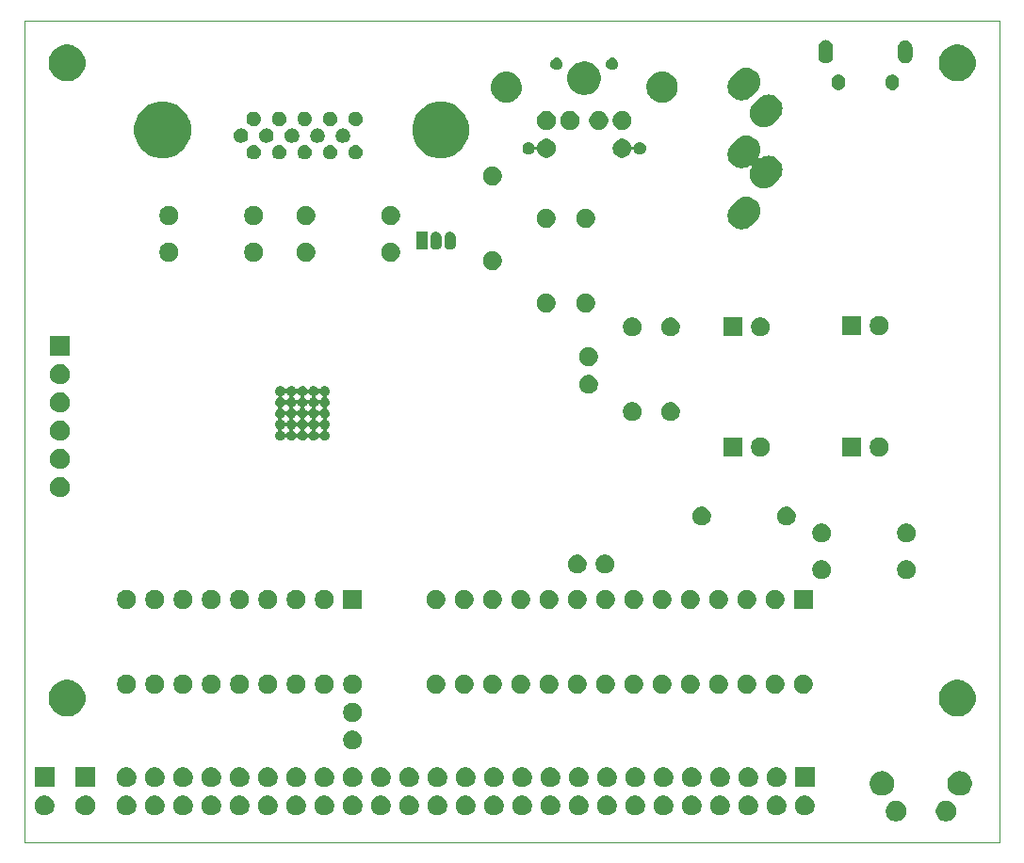
<source format=gbr>
G04 #@! TF.GenerationSoftware,KiCad,Pcbnew,(5.1.5)-3*
G04 #@! TF.CreationDate,2020-04-16T20:55:28+12:00*
G04 #@! TF.ProjectId,PocketTRS,506f636b-6574-4545-9253-2e6b69636164,rev?*
G04 #@! TF.SameCoordinates,Original*
G04 #@! TF.FileFunction,Soldermask,Bot*
G04 #@! TF.FilePolarity,Negative*
%FSLAX46Y46*%
G04 Gerber Fmt 4.6, Leading zero omitted, Abs format (unit mm)*
G04 Created by KiCad (PCBNEW (5.1.5)-3) date 2020-04-16 20:55:28*
%MOMM*%
%LPD*%
G04 APERTURE LIST*
%ADD10C,0.050000*%
%ADD11C,0.100000*%
G04 APERTURE END LIST*
D10*
X252730000Y-64770000D02*
X252730000Y-61976000D01*
X165100000Y-61976000D02*
X165100000Y-64770000D01*
X252730000Y-135890000D02*
X165100000Y-135890000D01*
X252730000Y-64770000D02*
X252730000Y-135890000D01*
X165100000Y-135890000D02*
X165100000Y-64770000D01*
X165100000Y-61976000D02*
X252730000Y-61976000D01*
D11*
G36*
X248174104Y-132205585D02*
G01*
X248342626Y-132275389D01*
X248494291Y-132376728D01*
X248623272Y-132505709D01*
X248724611Y-132657374D01*
X248794415Y-132825896D01*
X248830000Y-133004797D01*
X248830000Y-133187203D01*
X248794415Y-133366104D01*
X248724611Y-133534626D01*
X248623272Y-133686291D01*
X248494291Y-133815272D01*
X248342626Y-133916611D01*
X248174104Y-133986415D01*
X247995203Y-134022000D01*
X247812797Y-134022000D01*
X247633896Y-133986415D01*
X247465374Y-133916611D01*
X247313709Y-133815272D01*
X247184728Y-133686291D01*
X247083389Y-133534626D01*
X247013585Y-133366104D01*
X246978000Y-133187203D01*
X246978000Y-133004797D01*
X247013585Y-132825896D01*
X247083389Y-132657374D01*
X247184728Y-132505709D01*
X247313709Y-132376728D01*
X247465374Y-132275389D01*
X247633896Y-132205585D01*
X247812797Y-132170000D01*
X247995203Y-132170000D01*
X248174104Y-132205585D01*
G37*
G36*
X243674104Y-132205585D02*
G01*
X243842626Y-132275389D01*
X243994291Y-132376728D01*
X244123272Y-132505709D01*
X244224611Y-132657374D01*
X244294415Y-132825896D01*
X244330000Y-133004797D01*
X244330000Y-133187203D01*
X244294415Y-133366104D01*
X244224611Y-133534626D01*
X244123272Y-133686291D01*
X243994291Y-133815272D01*
X243842626Y-133916611D01*
X243674104Y-133986415D01*
X243495203Y-134022000D01*
X243312797Y-134022000D01*
X243133896Y-133986415D01*
X242965374Y-133916611D01*
X242813709Y-133815272D01*
X242684728Y-133686291D01*
X242583389Y-133534626D01*
X242513585Y-133366104D01*
X242478000Y-133187203D01*
X242478000Y-133004797D01*
X242513585Y-132825896D01*
X242583389Y-132657374D01*
X242684728Y-132505709D01*
X242813709Y-132376728D01*
X242965374Y-132275389D01*
X243133896Y-132205585D01*
X243312797Y-132170000D01*
X243495203Y-132170000D01*
X243674104Y-132205585D01*
G37*
G36*
X166991512Y-131691927D02*
G01*
X167140812Y-131721624D01*
X167304784Y-131789544D01*
X167452354Y-131888147D01*
X167577853Y-132013646D01*
X167676456Y-132161216D01*
X167744376Y-132325188D01*
X167779000Y-132499259D01*
X167779000Y-132676741D01*
X167744376Y-132850812D01*
X167676456Y-133014784D01*
X167577853Y-133162354D01*
X167452354Y-133287853D01*
X167304784Y-133386456D01*
X167140812Y-133454376D01*
X166991512Y-133484073D01*
X166966742Y-133489000D01*
X166789258Y-133489000D01*
X166764488Y-133484073D01*
X166615188Y-133454376D01*
X166451216Y-133386456D01*
X166303646Y-133287853D01*
X166178147Y-133162354D01*
X166079544Y-133014784D01*
X166011624Y-132850812D01*
X165977000Y-132676741D01*
X165977000Y-132499259D01*
X166011624Y-132325188D01*
X166079544Y-132161216D01*
X166178147Y-132013646D01*
X166303646Y-131888147D01*
X166451216Y-131789544D01*
X166615188Y-131721624D01*
X166764488Y-131691927D01*
X166789258Y-131687000D01*
X166966742Y-131687000D01*
X166991512Y-131691927D01*
G37*
G36*
X207377512Y-131691927D02*
G01*
X207526812Y-131721624D01*
X207690784Y-131789544D01*
X207838354Y-131888147D01*
X207963853Y-132013646D01*
X208062456Y-132161216D01*
X208130376Y-132325188D01*
X208165000Y-132499259D01*
X208165000Y-132676741D01*
X208130376Y-132850812D01*
X208062456Y-133014784D01*
X207963853Y-133162354D01*
X207838354Y-133287853D01*
X207690784Y-133386456D01*
X207526812Y-133454376D01*
X207377512Y-133484073D01*
X207352742Y-133489000D01*
X207175258Y-133489000D01*
X207150488Y-133484073D01*
X207001188Y-133454376D01*
X206837216Y-133386456D01*
X206689646Y-133287853D01*
X206564147Y-133162354D01*
X206465544Y-133014784D01*
X206397624Y-132850812D01*
X206363000Y-132676741D01*
X206363000Y-132499259D01*
X206397624Y-132325188D01*
X206465544Y-132161216D01*
X206564147Y-132013646D01*
X206689646Y-131888147D01*
X206837216Y-131789544D01*
X207001188Y-131721624D01*
X207150488Y-131691927D01*
X207175258Y-131687000D01*
X207352742Y-131687000D01*
X207377512Y-131691927D01*
G37*
G36*
X174357512Y-131691927D02*
G01*
X174506812Y-131721624D01*
X174670784Y-131789544D01*
X174818354Y-131888147D01*
X174943853Y-132013646D01*
X175042456Y-132161216D01*
X175110376Y-132325188D01*
X175145000Y-132499259D01*
X175145000Y-132676741D01*
X175110376Y-132850812D01*
X175042456Y-133014784D01*
X174943853Y-133162354D01*
X174818354Y-133287853D01*
X174670784Y-133386456D01*
X174506812Y-133454376D01*
X174357512Y-133484073D01*
X174332742Y-133489000D01*
X174155258Y-133489000D01*
X174130488Y-133484073D01*
X173981188Y-133454376D01*
X173817216Y-133386456D01*
X173669646Y-133287853D01*
X173544147Y-133162354D01*
X173445544Y-133014784D01*
X173377624Y-132850812D01*
X173343000Y-132676741D01*
X173343000Y-132499259D01*
X173377624Y-132325188D01*
X173445544Y-132161216D01*
X173544147Y-132013646D01*
X173669646Y-131888147D01*
X173817216Y-131789544D01*
X173981188Y-131721624D01*
X174130488Y-131691927D01*
X174155258Y-131687000D01*
X174332742Y-131687000D01*
X174357512Y-131691927D01*
G37*
G36*
X176897512Y-131691927D02*
G01*
X177046812Y-131721624D01*
X177210784Y-131789544D01*
X177358354Y-131888147D01*
X177483853Y-132013646D01*
X177582456Y-132161216D01*
X177650376Y-132325188D01*
X177685000Y-132499259D01*
X177685000Y-132676741D01*
X177650376Y-132850812D01*
X177582456Y-133014784D01*
X177483853Y-133162354D01*
X177358354Y-133287853D01*
X177210784Y-133386456D01*
X177046812Y-133454376D01*
X176897512Y-133484073D01*
X176872742Y-133489000D01*
X176695258Y-133489000D01*
X176670488Y-133484073D01*
X176521188Y-133454376D01*
X176357216Y-133386456D01*
X176209646Y-133287853D01*
X176084147Y-133162354D01*
X175985544Y-133014784D01*
X175917624Y-132850812D01*
X175883000Y-132676741D01*
X175883000Y-132499259D01*
X175917624Y-132325188D01*
X175985544Y-132161216D01*
X176084147Y-132013646D01*
X176209646Y-131888147D01*
X176357216Y-131789544D01*
X176521188Y-131721624D01*
X176670488Y-131691927D01*
X176695258Y-131687000D01*
X176872742Y-131687000D01*
X176897512Y-131691927D01*
G37*
G36*
X179437512Y-131691927D02*
G01*
X179586812Y-131721624D01*
X179750784Y-131789544D01*
X179898354Y-131888147D01*
X180023853Y-132013646D01*
X180122456Y-132161216D01*
X180190376Y-132325188D01*
X180225000Y-132499259D01*
X180225000Y-132676741D01*
X180190376Y-132850812D01*
X180122456Y-133014784D01*
X180023853Y-133162354D01*
X179898354Y-133287853D01*
X179750784Y-133386456D01*
X179586812Y-133454376D01*
X179437512Y-133484073D01*
X179412742Y-133489000D01*
X179235258Y-133489000D01*
X179210488Y-133484073D01*
X179061188Y-133454376D01*
X178897216Y-133386456D01*
X178749646Y-133287853D01*
X178624147Y-133162354D01*
X178525544Y-133014784D01*
X178457624Y-132850812D01*
X178423000Y-132676741D01*
X178423000Y-132499259D01*
X178457624Y-132325188D01*
X178525544Y-132161216D01*
X178624147Y-132013646D01*
X178749646Y-131888147D01*
X178897216Y-131789544D01*
X179061188Y-131721624D01*
X179210488Y-131691927D01*
X179235258Y-131687000D01*
X179412742Y-131687000D01*
X179437512Y-131691927D01*
G37*
G36*
X181977512Y-131691927D02*
G01*
X182126812Y-131721624D01*
X182290784Y-131789544D01*
X182438354Y-131888147D01*
X182563853Y-132013646D01*
X182662456Y-132161216D01*
X182730376Y-132325188D01*
X182765000Y-132499259D01*
X182765000Y-132676741D01*
X182730376Y-132850812D01*
X182662456Y-133014784D01*
X182563853Y-133162354D01*
X182438354Y-133287853D01*
X182290784Y-133386456D01*
X182126812Y-133454376D01*
X181977512Y-133484073D01*
X181952742Y-133489000D01*
X181775258Y-133489000D01*
X181750488Y-133484073D01*
X181601188Y-133454376D01*
X181437216Y-133386456D01*
X181289646Y-133287853D01*
X181164147Y-133162354D01*
X181065544Y-133014784D01*
X180997624Y-132850812D01*
X180963000Y-132676741D01*
X180963000Y-132499259D01*
X180997624Y-132325188D01*
X181065544Y-132161216D01*
X181164147Y-132013646D01*
X181289646Y-131888147D01*
X181437216Y-131789544D01*
X181601188Y-131721624D01*
X181750488Y-131691927D01*
X181775258Y-131687000D01*
X181952742Y-131687000D01*
X181977512Y-131691927D01*
G37*
G36*
X184517512Y-131691927D02*
G01*
X184666812Y-131721624D01*
X184830784Y-131789544D01*
X184978354Y-131888147D01*
X185103853Y-132013646D01*
X185202456Y-132161216D01*
X185270376Y-132325188D01*
X185305000Y-132499259D01*
X185305000Y-132676741D01*
X185270376Y-132850812D01*
X185202456Y-133014784D01*
X185103853Y-133162354D01*
X184978354Y-133287853D01*
X184830784Y-133386456D01*
X184666812Y-133454376D01*
X184517512Y-133484073D01*
X184492742Y-133489000D01*
X184315258Y-133489000D01*
X184290488Y-133484073D01*
X184141188Y-133454376D01*
X183977216Y-133386456D01*
X183829646Y-133287853D01*
X183704147Y-133162354D01*
X183605544Y-133014784D01*
X183537624Y-132850812D01*
X183503000Y-132676741D01*
X183503000Y-132499259D01*
X183537624Y-132325188D01*
X183605544Y-132161216D01*
X183704147Y-132013646D01*
X183829646Y-131888147D01*
X183977216Y-131789544D01*
X184141188Y-131721624D01*
X184290488Y-131691927D01*
X184315258Y-131687000D01*
X184492742Y-131687000D01*
X184517512Y-131691927D01*
G37*
G36*
X187057512Y-131691927D02*
G01*
X187206812Y-131721624D01*
X187370784Y-131789544D01*
X187518354Y-131888147D01*
X187643853Y-132013646D01*
X187742456Y-132161216D01*
X187810376Y-132325188D01*
X187845000Y-132499259D01*
X187845000Y-132676741D01*
X187810376Y-132850812D01*
X187742456Y-133014784D01*
X187643853Y-133162354D01*
X187518354Y-133287853D01*
X187370784Y-133386456D01*
X187206812Y-133454376D01*
X187057512Y-133484073D01*
X187032742Y-133489000D01*
X186855258Y-133489000D01*
X186830488Y-133484073D01*
X186681188Y-133454376D01*
X186517216Y-133386456D01*
X186369646Y-133287853D01*
X186244147Y-133162354D01*
X186145544Y-133014784D01*
X186077624Y-132850812D01*
X186043000Y-132676741D01*
X186043000Y-132499259D01*
X186077624Y-132325188D01*
X186145544Y-132161216D01*
X186244147Y-132013646D01*
X186369646Y-131888147D01*
X186517216Y-131789544D01*
X186681188Y-131721624D01*
X186830488Y-131691927D01*
X186855258Y-131687000D01*
X187032742Y-131687000D01*
X187057512Y-131691927D01*
G37*
G36*
X189597512Y-131691927D02*
G01*
X189746812Y-131721624D01*
X189910784Y-131789544D01*
X190058354Y-131888147D01*
X190183853Y-132013646D01*
X190282456Y-132161216D01*
X190350376Y-132325188D01*
X190385000Y-132499259D01*
X190385000Y-132676741D01*
X190350376Y-132850812D01*
X190282456Y-133014784D01*
X190183853Y-133162354D01*
X190058354Y-133287853D01*
X189910784Y-133386456D01*
X189746812Y-133454376D01*
X189597512Y-133484073D01*
X189572742Y-133489000D01*
X189395258Y-133489000D01*
X189370488Y-133484073D01*
X189221188Y-133454376D01*
X189057216Y-133386456D01*
X188909646Y-133287853D01*
X188784147Y-133162354D01*
X188685544Y-133014784D01*
X188617624Y-132850812D01*
X188583000Y-132676741D01*
X188583000Y-132499259D01*
X188617624Y-132325188D01*
X188685544Y-132161216D01*
X188784147Y-132013646D01*
X188909646Y-131888147D01*
X189057216Y-131789544D01*
X189221188Y-131721624D01*
X189370488Y-131691927D01*
X189395258Y-131687000D01*
X189572742Y-131687000D01*
X189597512Y-131691927D01*
G37*
G36*
X192137512Y-131691927D02*
G01*
X192286812Y-131721624D01*
X192450784Y-131789544D01*
X192598354Y-131888147D01*
X192723853Y-132013646D01*
X192822456Y-132161216D01*
X192890376Y-132325188D01*
X192925000Y-132499259D01*
X192925000Y-132676741D01*
X192890376Y-132850812D01*
X192822456Y-133014784D01*
X192723853Y-133162354D01*
X192598354Y-133287853D01*
X192450784Y-133386456D01*
X192286812Y-133454376D01*
X192137512Y-133484073D01*
X192112742Y-133489000D01*
X191935258Y-133489000D01*
X191910488Y-133484073D01*
X191761188Y-133454376D01*
X191597216Y-133386456D01*
X191449646Y-133287853D01*
X191324147Y-133162354D01*
X191225544Y-133014784D01*
X191157624Y-132850812D01*
X191123000Y-132676741D01*
X191123000Y-132499259D01*
X191157624Y-132325188D01*
X191225544Y-132161216D01*
X191324147Y-132013646D01*
X191449646Y-131888147D01*
X191597216Y-131789544D01*
X191761188Y-131721624D01*
X191910488Y-131691927D01*
X191935258Y-131687000D01*
X192112742Y-131687000D01*
X192137512Y-131691927D01*
G37*
G36*
X194677512Y-131691927D02*
G01*
X194826812Y-131721624D01*
X194990784Y-131789544D01*
X195138354Y-131888147D01*
X195263853Y-132013646D01*
X195362456Y-132161216D01*
X195430376Y-132325188D01*
X195465000Y-132499259D01*
X195465000Y-132676741D01*
X195430376Y-132850812D01*
X195362456Y-133014784D01*
X195263853Y-133162354D01*
X195138354Y-133287853D01*
X194990784Y-133386456D01*
X194826812Y-133454376D01*
X194677512Y-133484073D01*
X194652742Y-133489000D01*
X194475258Y-133489000D01*
X194450488Y-133484073D01*
X194301188Y-133454376D01*
X194137216Y-133386456D01*
X193989646Y-133287853D01*
X193864147Y-133162354D01*
X193765544Y-133014784D01*
X193697624Y-132850812D01*
X193663000Y-132676741D01*
X193663000Y-132499259D01*
X193697624Y-132325188D01*
X193765544Y-132161216D01*
X193864147Y-132013646D01*
X193989646Y-131888147D01*
X194137216Y-131789544D01*
X194301188Y-131721624D01*
X194450488Y-131691927D01*
X194475258Y-131687000D01*
X194652742Y-131687000D01*
X194677512Y-131691927D01*
G37*
G36*
X197217512Y-131691927D02*
G01*
X197366812Y-131721624D01*
X197530784Y-131789544D01*
X197678354Y-131888147D01*
X197803853Y-132013646D01*
X197902456Y-132161216D01*
X197970376Y-132325188D01*
X198005000Y-132499259D01*
X198005000Y-132676741D01*
X197970376Y-132850812D01*
X197902456Y-133014784D01*
X197803853Y-133162354D01*
X197678354Y-133287853D01*
X197530784Y-133386456D01*
X197366812Y-133454376D01*
X197217512Y-133484073D01*
X197192742Y-133489000D01*
X197015258Y-133489000D01*
X196990488Y-133484073D01*
X196841188Y-133454376D01*
X196677216Y-133386456D01*
X196529646Y-133287853D01*
X196404147Y-133162354D01*
X196305544Y-133014784D01*
X196237624Y-132850812D01*
X196203000Y-132676741D01*
X196203000Y-132499259D01*
X196237624Y-132325188D01*
X196305544Y-132161216D01*
X196404147Y-132013646D01*
X196529646Y-131888147D01*
X196677216Y-131789544D01*
X196841188Y-131721624D01*
X196990488Y-131691927D01*
X197015258Y-131687000D01*
X197192742Y-131687000D01*
X197217512Y-131691927D01*
G37*
G36*
X199757512Y-131691927D02*
G01*
X199906812Y-131721624D01*
X200070784Y-131789544D01*
X200218354Y-131888147D01*
X200343853Y-132013646D01*
X200442456Y-132161216D01*
X200510376Y-132325188D01*
X200545000Y-132499259D01*
X200545000Y-132676741D01*
X200510376Y-132850812D01*
X200442456Y-133014784D01*
X200343853Y-133162354D01*
X200218354Y-133287853D01*
X200070784Y-133386456D01*
X199906812Y-133454376D01*
X199757512Y-133484073D01*
X199732742Y-133489000D01*
X199555258Y-133489000D01*
X199530488Y-133484073D01*
X199381188Y-133454376D01*
X199217216Y-133386456D01*
X199069646Y-133287853D01*
X198944147Y-133162354D01*
X198845544Y-133014784D01*
X198777624Y-132850812D01*
X198743000Y-132676741D01*
X198743000Y-132499259D01*
X198777624Y-132325188D01*
X198845544Y-132161216D01*
X198944147Y-132013646D01*
X199069646Y-131888147D01*
X199217216Y-131789544D01*
X199381188Y-131721624D01*
X199530488Y-131691927D01*
X199555258Y-131687000D01*
X199732742Y-131687000D01*
X199757512Y-131691927D01*
G37*
G36*
X202297512Y-131691927D02*
G01*
X202446812Y-131721624D01*
X202610784Y-131789544D01*
X202758354Y-131888147D01*
X202883853Y-132013646D01*
X202982456Y-132161216D01*
X203050376Y-132325188D01*
X203085000Y-132499259D01*
X203085000Y-132676741D01*
X203050376Y-132850812D01*
X202982456Y-133014784D01*
X202883853Y-133162354D01*
X202758354Y-133287853D01*
X202610784Y-133386456D01*
X202446812Y-133454376D01*
X202297512Y-133484073D01*
X202272742Y-133489000D01*
X202095258Y-133489000D01*
X202070488Y-133484073D01*
X201921188Y-133454376D01*
X201757216Y-133386456D01*
X201609646Y-133287853D01*
X201484147Y-133162354D01*
X201385544Y-133014784D01*
X201317624Y-132850812D01*
X201283000Y-132676741D01*
X201283000Y-132499259D01*
X201317624Y-132325188D01*
X201385544Y-132161216D01*
X201484147Y-132013646D01*
X201609646Y-131888147D01*
X201757216Y-131789544D01*
X201921188Y-131721624D01*
X202070488Y-131691927D01*
X202095258Y-131687000D01*
X202272742Y-131687000D01*
X202297512Y-131691927D01*
G37*
G36*
X209917512Y-131691927D02*
G01*
X210066812Y-131721624D01*
X210230784Y-131789544D01*
X210378354Y-131888147D01*
X210503853Y-132013646D01*
X210602456Y-132161216D01*
X210670376Y-132325188D01*
X210705000Y-132499259D01*
X210705000Y-132676741D01*
X210670376Y-132850812D01*
X210602456Y-133014784D01*
X210503853Y-133162354D01*
X210378354Y-133287853D01*
X210230784Y-133386456D01*
X210066812Y-133454376D01*
X209917512Y-133484073D01*
X209892742Y-133489000D01*
X209715258Y-133489000D01*
X209690488Y-133484073D01*
X209541188Y-133454376D01*
X209377216Y-133386456D01*
X209229646Y-133287853D01*
X209104147Y-133162354D01*
X209005544Y-133014784D01*
X208937624Y-132850812D01*
X208903000Y-132676741D01*
X208903000Y-132499259D01*
X208937624Y-132325188D01*
X209005544Y-132161216D01*
X209104147Y-132013646D01*
X209229646Y-131888147D01*
X209377216Y-131789544D01*
X209541188Y-131721624D01*
X209690488Y-131691927D01*
X209715258Y-131687000D01*
X209892742Y-131687000D01*
X209917512Y-131691927D01*
G37*
G36*
X212457512Y-131691927D02*
G01*
X212606812Y-131721624D01*
X212770784Y-131789544D01*
X212918354Y-131888147D01*
X213043853Y-132013646D01*
X213142456Y-132161216D01*
X213210376Y-132325188D01*
X213245000Y-132499259D01*
X213245000Y-132676741D01*
X213210376Y-132850812D01*
X213142456Y-133014784D01*
X213043853Y-133162354D01*
X212918354Y-133287853D01*
X212770784Y-133386456D01*
X212606812Y-133454376D01*
X212457512Y-133484073D01*
X212432742Y-133489000D01*
X212255258Y-133489000D01*
X212230488Y-133484073D01*
X212081188Y-133454376D01*
X211917216Y-133386456D01*
X211769646Y-133287853D01*
X211644147Y-133162354D01*
X211545544Y-133014784D01*
X211477624Y-132850812D01*
X211443000Y-132676741D01*
X211443000Y-132499259D01*
X211477624Y-132325188D01*
X211545544Y-132161216D01*
X211644147Y-132013646D01*
X211769646Y-131888147D01*
X211917216Y-131789544D01*
X212081188Y-131721624D01*
X212230488Y-131691927D01*
X212255258Y-131687000D01*
X212432742Y-131687000D01*
X212457512Y-131691927D01*
G37*
G36*
X214997512Y-131691927D02*
G01*
X215146812Y-131721624D01*
X215310784Y-131789544D01*
X215458354Y-131888147D01*
X215583853Y-132013646D01*
X215682456Y-132161216D01*
X215750376Y-132325188D01*
X215785000Y-132499259D01*
X215785000Y-132676741D01*
X215750376Y-132850812D01*
X215682456Y-133014784D01*
X215583853Y-133162354D01*
X215458354Y-133287853D01*
X215310784Y-133386456D01*
X215146812Y-133454376D01*
X214997512Y-133484073D01*
X214972742Y-133489000D01*
X214795258Y-133489000D01*
X214770488Y-133484073D01*
X214621188Y-133454376D01*
X214457216Y-133386456D01*
X214309646Y-133287853D01*
X214184147Y-133162354D01*
X214085544Y-133014784D01*
X214017624Y-132850812D01*
X213983000Y-132676741D01*
X213983000Y-132499259D01*
X214017624Y-132325188D01*
X214085544Y-132161216D01*
X214184147Y-132013646D01*
X214309646Y-131888147D01*
X214457216Y-131789544D01*
X214621188Y-131721624D01*
X214770488Y-131691927D01*
X214795258Y-131687000D01*
X214972742Y-131687000D01*
X214997512Y-131691927D01*
G37*
G36*
X217537512Y-131691927D02*
G01*
X217686812Y-131721624D01*
X217850784Y-131789544D01*
X217998354Y-131888147D01*
X218123853Y-132013646D01*
X218222456Y-132161216D01*
X218290376Y-132325188D01*
X218325000Y-132499259D01*
X218325000Y-132676741D01*
X218290376Y-132850812D01*
X218222456Y-133014784D01*
X218123853Y-133162354D01*
X217998354Y-133287853D01*
X217850784Y-133386456D01*
X217686812Y-133454376D01*
X217537512Y-133484073D01*
X217512742Y-133489000D01*
X217335258Y-133489000D01*
X217310488Y-133484073D01*
X217161188Y-133454376D01*
X216997216Y-133386456D01*
X216849646Y-133287853D01*
X216724147Y-133162354D01*
X216625544Y-133014784D01*
X216557624Y-132850812D01*
X216523000Y-132676741D01*
X216523000Y-132499259D01*
X216557624Y-132325188D01*
X216625544Y-132161216D01*
X216724147Y-132013646D01*
X216849646Y-131888147D01*
X216997216Y-131789544D01*
X217161188Y-131721624D01*
X217310488Y-131691927D01*
X217335258Y-131687000D01*
X217512742Y-131687000D01*
X217537512Y-131691927D01*
G37*
G36*
X220077512Y-131691927D02*
G01*
X220226812Y-131721624D01*
X220390784Y-131789544D01*
X220538354Y-131888147D01*
X220663853Y-132013646D01*
X220762456Y-132161216D01*
X220830376Y-132325188D01*
X220865000Y-132499259D01*
X220865000Y-132676741D01*
X220830376Y-132850812D01*
X220762456Y-133014784D01*
X220663853Y-133162354D01*
X220538354Y-133287853D01*
X220390784Y-133386456D01*
X220226812Y-133454376D01*
X220077512Y-133484073D01*
X220052742Y-133489000D01*
X219875258Y-133489000D01*
X219850488Y-133484073D01*
X219701188Y-133454376D01*
X219537216Y-133386456D01*
X219389646Y-133287853D01*
X219264147Y-133162354D01*
X219165544Y-133014784D01*
X219097624Y-132850812D01*
X219063000Y-132676741D01*
X219063000Y-132499259D01*
X219097624Y-132325188D01*
X219165544Y-132161216D01*
X219264147Y-132013646D01*
X219389646Y-131888147D01*
X219537216Y-131789544D01*
X219701188Y-131721624D01*
X219850488Y-131691927D01*
X219875258Y-131687000D01*
X220052742Y-131687000D01*
X220077512Y-131691927D01*
G37*
G36*
X222617512Y-131691927D02*
G01*
X222766812Y-131721624D01*
X222930784Y-131789544D01*
X223078354Y-131888147D01*
X223203853Y-132013646D01*
X223302456Y-132161216D01*
X223370376Y-132325188D01*
X223405000Y-132499259D01*
X223405000Y-132676741D01*
X223370376Y-132850812D01*
X223302456Y-133014784D01*
X223203853Y-133162354D01*
X223078354Y-133287853D01*
X222930784Y-133386456D01*
X222766812Y-133454376D01*
X222617512Y-133484073D01*
X222592742Y-133489000D01*
X222415258Y-133489000D01*
X222390488Y-133484073D01*
X222241188Y-133454376D01*
X222077216Y-133386456D01*
X221929646Y-133287853D01*
X221804147Y-133162354D01*
X221705544Y-133014784D01*
X221637624Y-132850812D01*
X221603000Y-132676741D01*
X221603000Y-132499259D01*
X221637624Y-132325188D01*
X221705544Y-132161216D01*
X221804147Y-132013646D01*
X221929646Y-131888147D01*
X222077216Y-131789544D01*
X222241188Y-131721624D01*
X222390488Y-131691927D01*
X222415258Y-131687000D01*
X222592742Y-131687000D01*
X222617512Y-131691927D01*
G37*
G36*
X225157512Y-131691927D02*
G01*
X225306812Y-131721624D01*
X225470784Y-131789544D01*
X225618354Y-131888147D01*
X225743853Y-132013646D01*
X225842456Y-132161216D01*
X225910376Y-132325188D01*
X225945000Y-132499259D01*
X225945000Y-132676741D01*
X225910376Y-132850812D01*
X225842456Y-133014784D01*
X225743853Y-133162354D01*
X225618354Y-133287853D01*
X225470784Y-133386456D01*
X225306812Y-133454376D01*
X225157512Y-133484073D01*
X225132742Y-133489000D01*
X224955258Y-133489000D01*
X224930488Y-133484073D01*
X224781188Y-133454376D01*
X224617216Y-133386456D01*
X224469646Y-133287853D01*
X224344147Y-133162354D01*
X224245544Y-133014784D01*
X224177624Y-132850812D01*
X224143000Y-132676741D01*
X224143000Y-132499259D01*
X224177624Y-132325188D01*
X224245544Y-132161216D01*
X224344147Y-132013646D01*
X224469646Y-131888147D01*
X224617216Y-131789544D01*
X224781188Y-131721624D01*
X224930488Y-131691927D01*
X224955258Y-131687000D01*
X225132742Y-131687000D01*
X225157512Y-131691927D01*
G37*
G36*
X227697512Y-131691927D02*
G01*
X227846812Y-131721624D01*
X228010784Y-131789544D01*
X228158354Y-131888147D01*
X228283853Y-132013646D01*
X228382456Y-132161216D01*
X228450376Y-132325188D01*
X228485000Y-132499259D01*
X228485000Y-132676741D01*
X228450376Y-132850812D01*
X228382456Y-133014784D01*
X228283853Y-133162354D01*
X228158354Y-133287853D01*
X228010784Y-133386456D01*
X227846812Y-133454376D01*
X227697512Y-133484073D01*
X227672742Y-133489000D01*
X227495258Y-133489000D01*
X227470488Y-133484073D01*
X227321188Y-133454376D01*
X227157216Y-133386456D01*
X227009646Y-133287853D01*
X226884147Y-133162354D01*
X226785544Y-133014784D01*
X226717624Y-132850812D01*
X226683000Y-132676741D01*
X226683000Y-132499259D01*
X226717624Y-132325188D01*
X226785544Y-132161216D01*
X226884147Y-132013646D01*
X227009646Y-131888147D01*
X227157216Y-131789544D01*
X227321188Y-131721624D01*
X227470488Y-131691927D01*
X227495258Y-131687000D01*
X227672742Y-131687000D01*
X227697512Y-131691927D01*
G37*
G36*
X230237512Y-131691927D02*
G01*
X230386812Y-131721624D01*
X230550784Y-131789544D01*
X230698354Y-131888147D01*
X230823853Y-132013646D01*
X230922456Y-132161216D01*
X230990376Y-132325188D01*
X231025000Y-132499259D01*
X231025000Y-132676741D01*
X230990376Y-132850812D01*
X230922456Y-133014784D01*
X230823853Y-133162354D01*
X230698354Y-133287853D01*
X230550784Y-133386456D01*
X230386812Y-133454376D01*
X230237512Y-133484073D01*
X230212742Y-133489000D01*
X230035258Y-133489000D01*
X230010488Y-133484073D01*
X229861188Y-133454376D01*
X229697216Y-133386456D01*
X229549646Y-133287853D01*
X229424147Y-133162354D01*
X229325544Y-133014784D01*
X229257624Y-132850812D01*
X229223000Y-132676741D01*
X229223000Y-132499259D01*
X229257624Y-132325188D01*
X229325544Y-132161216D01*
X229424147Y-132013646D01*
X229549646Y-131888147D01*
X229697216Y-131789544D01*
X229861188Y-131721624D01*
X230010488Y-131691927D01*
X230035258Y-131687000D01*
X230212742Y-131687000D01*
X230237512Y-131691927D01*
G37*
G36*
X232777512Y-131691927D02*
G01*
X232926812Y-131721624D01*
X233090784Y-131789544D01*
X233238354Y-131888147D01*
X233363853Y-132013646D01*
X233462456Y-132161216D01*
X233530376Y-132325188D01*
X233565000Y-132499259D01*
X233565000Y-132676741D01*
X233530376Y-132850812D01*
X233462456Y-133014784D01*
X233363853Y-133162354D01*
X233238354Y-133287853D01*
X233090784Y-133386456D01*
X232926812Y-133454376D01*
X232777512Y-133484073D01*
X232752742Y-133489000D01*
X232575258Y-133489000D01*
X232550488Y-133484073D01*
X232401188Y-133454376D01*
X232237216Y-133386456D01*
X232089646Y-133287853D01*
X231964147Y-133162354D01*
X231865544Y-133014784D01*
X231797624Y-132850812D01*
X231763000Y-132676741D01*
X231763000Y-132499259D01*
X231797624Y-132325188D01*
X231865544Y-132161216D01*
X231964147Y-132013646D01*
X232089646Y-131888147D01*
X232237216Y-131789544D01*
X232401188Y-131721624D01*
X232550488Y-131691927D01*
X232575258Y-131687000D01*
X232752742Y-131687000D01*
X232777512Y-131691927D01*
G37*
G36*
X235317512Y-131691927D02*
G01*
X235466812Y-131721624D01*
X235630784Y-131789544D01*
X235778354Y-131888147D01*
X235903853Y-132013646D01*
X236002456Y-132161216D01*
X236070376Y-132325188D01*
X236105000Y-132499259D01*
X236105000Y-132676741D01*
X236070376Y-132850812D01*
X236002456Y-133014784D01*
X235903853Y-133162354D01*
X235778354Y-133287853D01*
X235630784Y-133386456D01*
X235466812Y-133454376D01*
X235317512Y-133484073D01*
X235292742Y-133489000D01*
X235115258Y-133489000D01*
X235090488Y-133484073D01*
X234941188Y-133454376D01*
X234777216Y-133386456D01*
X234629646Y-133287853D01*
X234504147Y-133162354D01*
X234405544Y-133014784D01*
X234337624Y-132850812D01*
X234303000Y-132676741D01*
X234303000Y-132499259D01*
X234337624Y-132325188D01*
X234405544Y-132161216D01*
X234504147Y-132013646D01*
X234629646Y-131888147D01*
X234777216Y-131789544D01*
X234941188Y-131721624D01*
X235090488Y-131691927D01*
X235115258Y-131687000D01*
X235292742Y-131687000D01*
X235317512Y-131691927D01*
G37*
G36*
X170674512Y-131691927D02*
G01*
X170823812Y-131721624D01*
X170987784Y-131789544D01*
X171135354Y-131888147D01*
X171260853Y-132013646D01*
X171359456Y-132161216D01*
X171427376Y-132325188D01*
X171462000Y-132499259D01*
X171462000Y-132676741D01*
X171427376Y-132850812D01*
X171359456Y-133014784D01*
X171260853Y-133162354D01*
X171135354Y-133287853D01*
X170987784Y-133386456D01*
X170823812Y-133454376D01*
X170674512Y-133484073D01*
X170649742Y-133489000D01*
X170472258Y-133489000D01*
X170447488Y-133484073D01*
X170298188Y-133454376D01*
X170134216Y-133386456D01*
X169986646Y-133287853D01*
X169861147Y-133162354D01*
X169762544Y-133014784D01*
X169694624Y-132850812D01*
X169660000Y-132676741D01*
X169660000Y-132499259D01*
X169694624Y-132325188D01*
X169762544Y-132161216D01*
X169861147Y-132013646D01*
X169986646Y-131888147D01*
X170134216Y-131789544D01*
X170298188Y-131721624D01*
X170447488Y-131691927D01*
X170472258Y-131687000D01*
X170649742Y-131687000D01*
X170674512Y-131691927D01*
G37*
G36*
X204837512Y-131691927D02*
G01*
X204986812Y-131721624D01*
X205150784Y-131789544D01*
X205298354Y-131888147D01*
X205423853Y-132013646D01*
X205522456Y-132161216D01*
X205590376Y-132325188D01*
X205625000Y-132499259D01*
X205625000Y-132676741D01*
X205590376Y-132850812D01*
X205522456Y-133014784D01*
X205423853Y-133162354D01*
X205298354Y-133287853D01*
X205150784Y-133386456D01*
X204986812Y-133454376D01*
X204837512Y-133484073D01*
X204812742Y-133489000D01*
X204635258Y-133489000D01*
X204610488Y-133484073D01*
X204461188Y-133454376D01*
X204297216Y-133386456D01*
X204149646Y-133287853D01*
X204024147Y-133162354D01*
X203925544Y-133014784D01*
X203857624Y-132850812D01*
X203823000Y-132676741D01*
X203823000Y-132499259D01*
X203857624Y-132325188D01*
X203925544Y-132161216D01*
X204024147Y-132013646D01*
X204149646Y-131888147D01*
X204297216Y-131789544D01*
X204461188Y-131721624D01*
X204610488Y-131691927D01*
X204635258Y-131687000D01*
X204812742Y-131687000D01*
X204837512Y-131691927D01*
G37*
G36*
X242358794Y-129526155D02*
G01*
X242465150Y-129547311D01*
X242565334Y-129588809D01*
X242665520Y-129630307D01*
X242845844Y-129750795D01*
X242999205Y-129904156D01*
X243119693Y-130084480D01*
X243202689Y-130284851D01*
X243245000Y-130497560D01*
X243245000Y-130714440D01*
X243202689Y-130927149D01*
X243119693Y-131127520D01*
X242999205Y-131307844D01*
X242845844Y-131461205D01*
X242665520Y-131581693D01*
X242465150Y-131664689D01*
X242358795Y-131685844D01*
X242252440Y-131707000D01*
X242035560Y-131707000D01*
X241929205Y-131685844D01*
X241822850Y-131664689D01*
X241622480Y-131581693D01*
X241442156Y-131461205D01*
X241288795Y-131307844D01*
X241168307Y-131127520D01*
X241085311Y-130927149D01*
X241043000Y-130714440D01*
X241043000Y-130497560D01*
X241085311Y-130284851D01*
X241168307Y-130084480D01*
X241288795Y-129904156D01*
X241442156Y-129750795D01*
X241622480Y-129630307D01*
X241722666Y-129588809D01*
X241822850Y-129547311D01*
X241929206Y-129526155D01*
X242035560Y-129505000D01*
X242252440Y-129505000D01*
X242358794Y-129526155D01*
G37*
G36*
X249368794Y-129526155D02*
G01*
X249475150Y-129547311D01*
X249575334Y-129588809D01*
X249675520Y-129630307D01*
X249855844Y-129750795D01*
X250009205Y-129904156D01*
X250129693Y-130084480D01*
X250212689Y-130284851D01*
X250255000Y-130497560D01*
X250255000Y-130714440D01*
X250212689Y-130927149D01*
X250129693Y-131127520D01*
X250009205Y-131307844D01*
X249855844Y-131461205D01*
X249675520Y-131581693D01*
X249475150Y-131664689D01*
X249368795Y-131685844D01*
X249262440Y-131707000D01*
X249045560Y-131707000D01*
X248939205Y-131685844D01*
X248832850Y-131664689D01*
X248632480Y-131581693D01*
X248452156Y-131461205D01*
X248298795Y-131307844D01*
X248178307Y-131127520D01*
X248095311Y-130927149D01*
X248053000Y-130714440D01*
X248053000Y-130497560D01*
X248095311Y-130284851D01*
X248178307Y-130084480D01*
X248298795Y-129904156D01*
X248452156Y-129750795D01*
X248632480Y-129630307D01*
X248732666Y-129588809D01*
X248832850Y-129547311D01*
X248939206Y-129526155D01*
X249045560Y-129505000D01*
X249262440Y-129505000D01*
X249368794Y-129526155D01*
G37*
G36*
X217537512Y-129151927D02*
G01*
X217686812Y-129181624D01*
X217850784Y-129249544D01*
X217998354Y-129348147D01*
X218123853Y-129473646D01*
X218222456Y-129621216D01*
X218290376Y-129785188D01*
X218325000Y-129959259D01*
X218325000Y-130136741D01*
X218290376Y-130310812D01*
X218222456Y-130474784D01*
X218123853Y-130622354D01*
X217998354Y-130747853D01*
X217850784Y-130846456D01*
X217686812Y-130914376D01*
X217537512Y-130944073D01*
X217512742Y-130949000D01*
X217335258Y-130949000D01*
X217310488Y-130944073D01*
X217161188Y-130914376D01*
X216997216Y-130846456D01*
X216849646Y-130747853D01*
X216724147Y-130622354D01*
X216625544Y-130474784D01*
X216557624Y-130310812D01*
X216523000Y-130136741D01*
X216523000Y-129959259D01*
X216557624Y-129785188D01*
X216625544Y-129621216D01*
X216724147Y-129473646D01*
X216849646Y-129348147D01*
X216997216Y-129249544D01*
X217161188Y-129181624D01*
X217310488Y-129151927D01*
X217335258Y-129147000D01*
X217512742Y-129147000D01*
X217537512Y-129151927D01*
G37*
G36*
X214997512Y-129151927D02*
G01*
X215146812Y-129181624D01*
X215310784Y-129249544D01*
X215458354Y-129348147D01*
X215583853Y-129473646D01*
X215682456Y-129621216D01*
X215750376Y-129785188D01*
X215785000Y-129959259D01*
X215785000Y-130136741D01*
X215750376Y-130310812D01*
X215682456Y-130474784D01*
X215583853Y-130622354D01*
X215458354Y-130747853D01*
X215310784Y-130846456D01*
X215146812Y-130914376D01*
X214997512Y-130944073D01*
X214972742Y-130949000D01*
X214795258Y-130949000D01*
X214770488Y-130944073D01*
X214621188Y-130914376D01*
X214457216Y-130846456D01*
X214309646Y-130747853D01*
X214184147Y-130622354D01*
X214085544Y-130474784D01*
X214017624Y-130310812D01*
X213983000Y-130136741D01*
X213983000Y-129959259D01*
X214017624Y-129785188D01*
X214085544Y-129621216D01*
X214184147Y-129473646D01*
X214309646Y-129348147D01*
X214457216Y-129249544D01*
X214621188Y-129181624D01*
X214770488Y-129151927D01*
X214795258Y-129147000D01*
X214972742Y-129147000D01*
X214997512Y-129151927D01*
G37*
G36*
X212457512Y-129151927D02*
G01*
X212606812Y-129181624D01*
X212770784Y-129249544D01*
X212918354Y-129348147D01*
X213043853Y-129473646D01*
X213142456Y-129621216D01*
X213210376Y-129785188D01*
X213245000Y-129959259D01*
X213245000Y-130136741D01*
X213210376Y-130310812D01*
X213142456Y-130474784D01*
X213043853Y-130622354D01*
X212918354Y-130747853D01*
X212770784Y-130846456D01*
X212606812Y-130914376D01*
X212457512Y-130944073D01*
X212432742Y-130949000D01*
X212255258Y-130949000D01*
X212230488Y-130944073D01*
X212081188Y-130914376D01*
X211917216Y-130846456D01*
X211769646Y-130747853D01*
X211644147Y-130622354D01*
X211545544Y-130474784D01*
X211477624Y-130310812D01*
X211443000Y-130136741D01*
X211443000Y-129959259D01*
X211477624Y-129785188D01*
X211545544Y-129621216D01*
X211644147Y-129473646D01*
X211769646Y-129348147D01*
X211917216Y-129249544D01*
X212081188Y-129181624D01*
X212230488Y-129151927D01*
X212255258Y-129147000D01*
X212432742Y-129147000D01*
X212457512Y-129151927D01*
G37*
G36*
X209917512Y-129151927D02*
G01*
X210066812Y-129181624D01*
X210230784Y-129249544D01*
X210378354Y-129348147D01*
X210503853Y-129473646D01*
X210602456Y-129621216D01*
X210670376Y-129785188D01*
X210705000Y-129959259D01*
X210705000Y-130136741D01*
X210670376Y-130310812D01*
X210602456Y-130474784D01*
X210503853Y-130622354D01*
X210378354Y-130747853D01*
X210230784Y-130846456D01*
X210066812Y-130914376D01*
X209917512Y-130944073D01*
X209892742Y-130949000D01*
X209715258Y-130949000D01*
X209690488Y-130944073D01*
X209541188Y-130914376D01*
X209377216Y-130846456D01*
X209229646Y-130747853D01*
X209104147Y-130622354D01*
X209005544Y-130474784D01*
X208937624Y-130310812D01*
X208903000Y-130136741D01*
X208903000Y-129959259D01*
X208937624Y-129785188D01*
X209005544Y-129621216D01*
X209104147Y-129473646D01*
X209229646Y-129348147D01*
X209377216Y-129249544D01*
X209541188Y-129181624D01*
X209690488Y-129151927D01*
X209715258Y-129147000D01*
X209892742Y-129147000D01*
X209917512Y-129151927D01*
G37*
G36*
X220077512Y-129151927D02*
G01*
X220226812Y-129181624D01*
X220390784Y-129249544D01*
X220538354Y-129348147D01*
X220663853Y-129473646D01*
X220762456Y-129621216D01*
X220830376Y-129785188D01*
X220865000Y-129959259D01*
X220865000Y-130136741D01*
X220830376Y-130310812D01*
X220762456Y-130474784D01*
X220663853Y-130622354D01*
X220538354Y-130747853D01*
X220390784Y-130846456D01*
X220226812Y-130914376D01*
X220077512Y-130944073D01*
X220052742Y-130949000D01*
X219875258Y-130949000D01*
X219850488Y-130944073D01*
X219701188Y-130914376D01*
X219537216Y-130846456D01*
X219389646Y-130747853D01*
X219264147Y-130622354D01*
X219165544Y-130474784D01*
X219097624Y-130310812D01*
X219063000Y-130136741D01*
X219063000Y-129959259D01*
X219097624Y-129785188D01*
X219165544Y-129621216D01*
X219264147Y-129473646D01*
X219389646Y-129348147D01*
X219537216Y-129249544D01*
X219701188Y-129181624D01*
X219850488Y-129151927D01*
X219875258Y-129147000D01*
X220052742Y-129147000D01*
X220077512Y-129151927D01*
G37*
G36*
X222617512Y-129151927D02*
G01*
X222766812Y-129181624D01*
X222930784Y-129249544D01*
X223078354Y-129348147D01*
X223203853Y-129473646D01*
X223302456Y-129621216D01*
X223370376Y-129785188D01*
X223405000Y-129959259D01*
X223405000Y-130136741D01*
X223370376Y-130310812D01*
X223302456Y-130474784D01*
X223203853Y-130622354D01*
X223078354Y-130747853D01*
X222930784Y-130846456D01*
X222766812Y-130914376D01*
X222617512Y-130944073D01*
X222592742Y-130949000D01*
X222415258Y-130949000D01*
X222390488Y-130944073D01*
X222241188Y-130914376D01*
X222077216Y-130846456D01*
X221929646Y-130747853D01*
X221804147Y-130622354D01*
X221705544Y-130474784D01*
X221637624Y-130310812D01*
X221603000Y-130136741D01*
X221603000Y-129959259D01*
X221637624Y-129785188D01*
X221705544Y-129621216D01*
X221804147Y-129473646D01*
X221929646Y-129348147D01*
X222077216Y-129249544D01*
X222241188Y-129181624D01*
X222390488Y-129151927D01*
X222415258Y-129147000D01*
X222592742Y-129147000D01*
X222617512Y-129151927D01*
G37*
G36*
X225157512Y-129151927D02*
G01*
X225306812Y-129181624D01*
X225470784Y-129249544D01*
X225618354Y-129348147D01*
X225743853Y-129473646D01*
X225842456Y-129621216D01*
X225910376Y-129785188D01*
X225945000Y-129959259D01*
X225945000Y-130136741D01*
X225910376Y-130310812D01*
X225842456Y-130474784D01*
X225743853Y-130622354D01*
X225618354Y-130747853D01*
X225470784Y-130846456D01*
X225306812Y-130914376D01*
X225157512Y-130944073D01*
X225132742Y-130949000D01*
X224955258Y-130949000D01*
X224930488Y-130944073D01*
X224781188Y-130914376D01*
X224617216Y-130846456D01*
X224469646Y-130747853D01*
X224344147Y-130622354D01*
X224245544Y-130474784D01*
X224177624Y-130310812D01*
X224143000Y-130136741D01*
X224143000Y-129959259D01*
X224177624Y-129785188D01*
X224245544Y-129621216D01*
X224344147Y-129473646D01*
X224469646Y-129348147D01*
X224617216Y-129249544D01*
X224781188Y-129181624D01*
X224930488Y-129151927D01*
X224955258Y-129147000D01*
X225132742Y-129147000D01*
X225157512Y-129151927D01*
G37*
G36*
X227697512Y-129151927D02*
G01*
X227846812Y-129181624D01*
X228010784Y-129249544D01*
X228158354Y-129348147D01*
X228283853Y-129473646D01*
X228382456Y-129621216D01*
X228450376Y-129785188D01*
X228485000Y-129959259D01*
X228485000Y-130136741D01*
X228450376Y-130310812D01*
X228382456Y-130474784D01*
X228283853Y-130622354D01*
X228158354Y-130747853D01*
X228010784Y-130846456D01*
X227846812Y-130914376D01*
X227697512Y-130944073D01*
X227672742Y-130949000D01*
X227495258Y-130949000D01*
X227470488Y-130944073D01*
X227321188Y-130914376D01*
X227157216Y-130846456D01*
X227009646Y-130747853D01*
X226884147Y-130622354D01*
X226785544Y-130474784D01*
X226717624Y-130310812D01*
X226683000Y-130136741D01*
X226683000Y-129959259D01*
X226717624Y-129785188D01*
X226785544Y-129621216D01*
X226884147Y-129473646D01*
X227009646Y-129348147D01*
X227157216Y-129249544D01*
X227321188Y-129181624D01*
X227470488Y-129151927D01*
X227495258Y-129147000D01*
X227672742Y-129147000D01*
X227697512Y-129151927D01*
G37*
G36*
X230237512Y-129151927D02*
G01*
X230386812Y-129181624D01*
X230550784Y-129249544D01*
X230698354Y-129348147D01*
X230823853Y-129473646D01*
X230922456Y-129621216D01*
X230990376Y-129785188D01*
X231025000Y-129959259D01*
X231025000Y-130136741D01*
X230990376Y-130310812D01*
X230922456Y-130474784D01*
X230823853Y-130622354D01*
X230698354Y-130747853D01*
X230550784Y-130846456D01*
X230386812Y-130914376D01*
X230237512Y-130944073D01*
X230212742Y-130949000D01*
X230035258Y-130949000D01*
X230010488Y-130944073D01*
X229861188Y-130914376D01*
X229697216Y-130846456D01*
X229549646Y-130747853D01*
X229424147Y-130622354D01*
X229325544Y-130474784D01*
X229257624Y-130310812D01*
X229223000Y-130136741D01*
X229223000Y-129959259D01*
X229257624Y-129785188D01*
X229325544Y-129621216D01*
X229424147Y-129473646D01*
X229549646Y-129348147D01*
X229697216Y-129249544D01*
X229861188Y-129181624D01*
X230010488Y-129151927D01*
X230035258Y-129147000D01*
X230212742Y-129147000D01*
X230237512Y-129151927D01*
G37*
G36*
X232777512Y-129151927D02*
G01*
X232926812Y-129181624D01*
X233090784Y-129249544D01*
X233238354Y-129348147D01*
X233363853Y-129473646D01*
X233462456Y-129621216D01*
X233530376Y-129785188D01*
X233565000Y-129959259D01*
X233565000Y-130136741D01*
X233530376Y-130310812D01*
X233462456Y-130474784D01*
X233363853Y-130622354D01*
X233238354Y-130747853D01*
X233090784Y-130846456D01*
X232926812Y-130914376D01*
X232777512Y-130944073D01*
X232752742Y-130949000D01*
X232575258Y-130949000D01*
X232550488Y-130944073D01*
X232401188Y-130914376D01*
X232237216Y-130846456D01*
X232089646Y-130747853D01*
X231964147Y-130622354D01*
X231865544Y-130474784D01*
X231797624Y-130310812D01*
X231763000Y-130136741D01*
X231763000Y-129959259D01*
X231797624Y-129785188D01*
X231865544Y-129621216D01*
X231964147Y-129473646D01*
X232089646Y-129348147D01*
X232237216Y-129249544D01*
X232401188Y-129181624D01*
X232550488Y-129151927D01*
X232575258Y-129147000D01*
X232752742Y-129147000D01*
X232777512Y-129151927D01*
G37*
G36*
X236105000Y-130949000D02*
G01*
X234303000Y-130949000D01*
X234303000Y-129147000D01*
X236105000Y-129147000D01*
X236105000Y-130949000D01*
G37*
G36*
X167779000Y-130949000D02*
G01*
X165977000Y-130949000D01*
X165977000Y-129147000D01*
X167779000Y-129147000D01*
X167779000Y-130949000D01*
G37*
G36*
X171462000Y-130949000D02*
G01*
X169660000Y-130949000D01*
X169660000Y-129147000D01*
X171462000Y-129147000D01*
X171462000Y-130949000D01*
G37*
G36*
X176897512Y-129151927D02*
G01*
X177046812Y-129181624D01*
X177210784Y-129249544D01*
X177358354Y-129348147D01*
X177483853Y-129473646D01*
X177582456Y-129621216D01*
X177650376Y-129785188D01*
X177685000Y-129959259D01*
X177685000Y-130136741D01*
X177650376Y-130310812D01*
X177582456Y-130474784D01*
X177483853Y-130622354D01*
X177358354Y-130747853D01*
X177210784Y-130846456D01*
X177046812Y-130914376D01*
X176897512Y-130944073D01*
X176872742Y-130949000D01*
X176695258Y-130949000D01*
X176670488Y-130944073D01*
X176521188Y-130914376D01*
X176357216Y-130846456D01*
X176209646Y-130747853D01*
X176084147Y-130622354D01*
X175985544Y-130474784D01*
X175917624Y-130310812D01*
X175883000Y-130136741D01*
X175883000Y-129959259D01*
X175917624Y-129785188D01*
X175985544Y-129621216D01*
X176084147Y-129473646D01*
X176209646Y-129348147D01*
X176357216Y-129249544D01*
X176521188Y-129181624D01*
X176670488Y-129151927D01*
X176695258Y-129147000D01*
X176872742Y-129147000D01*
X176897512Y-129151927D01*
G37*
G36*
X179437512Y-129151927D02*
G01*
X179586812Y-129181624D01*
X179750784Y-129249544D01*
X179898354Y-129348147D01*
X180023853Y-129473646D01*
X180122456Y-129621216D01*
X180190376Y-129785188D01*
X180225000Y-129959259D01*
X180225000Y-130136741D01*
X180190376Y-130310812D01*
X180122456Y-130474784D01*
X180023853Y-130622354D01*
X179898354Y-130747853D01*
X179750784Y-130846456D01*
X179586812Y-130914376D01*
X179437512Y-130944073D01*
X179412742Y-130949000D01*
X179235258Y-130949000D01*
X179210488Y-130944073D01*
X179061188Y-130914376D01*
X178897216Y-130846456D01*
X178749646Y-130747853D01*
X178624147Y-130622354D01*
X178525544Y-130474784D01*
X178457624Y-130310812D01*
X178423000Y-130136741D01*
X178423000Y-129959259D01*
X178457624Y-129785188D01*
X178525544Y-129621216D01*
X178624147Y-129473646D01*
X178749646Y-129348147D01*
X178897216Y-129249544D01*
X179061188Y-129181624D01*
X179210488Y-129151927D01*
X179235258Y-129147000D01*
X179412742Y-129147000D01*
X179437512Y-129151927D01*
G37*
G36*
X181977512Y-129151927D02*
G01*
X182126812Y-129181624D01*
X182290784Y-129249544D01*
X182438354Y-129348147D01*
X182563853Y-129473646D01*
X182662456Y-129621216D01*
X182730376Y-129785188D01*
X182765000Y-129959259D01*
X182765000Y-130136741D01*
X182730376Y-130310812D01*
X182662456Y-130474784D01*
X182563853Y-130622354D01*
X182438354Y-130747853D01*
X182290784Y-130846456D01*
X182126812Y-130914376D01*
X181977512Y-130944073D01*
X181952742Y-130949000D01*
X181775258Y-130949000D01*
X181750488Y-130944073D01*
X181601188Y-130914376D01*
X181437216Y-130846456D01*
X181289646Y-130747853D01*
X181164147Y-130622354D01*
X181065544Y-130474784D01*
X180997624Y-130310812D01*
X180963000Y-130136741D01*
X180963000Y-129959259D01*
X180997624Y-129785188D01*
X181065544Y-129621216D01*
X181164147Y-129473646D01*
X181289646Y-129348147D01*
X181437216Y-129249544D01*
X181601188Y-129181624D01*
X181750488Y-129151927D01*
X181775258Y-129147000D01*
X181952742Y-129147000D01*
X181977512Y-129151927D01*
G37*
G36*
X184517512Y-129151927D02*
G01*
X184666812Y-129181624D01*
X184830784Y-129249544D01*
X184978354Y-129348147D01*
X185103853Y-129473646D01*
X185202456Y-129621216D01*
X185270376Y-129785188D01*
X185305000Y-129959259D01*
X185305000Y-130136741D01*
X185270376Y-130310812D01*
X185202456Y-130474784D01*
X185103853Y-130622354D01*
X184978354Y-130747853D01*
X184830784Y-130846456D01*
X184666812Y-130914376D01*
X184517512Y-130944073D01*
X184492742Y-130949000D01*
X184315258Y-130949000D01*
X184290488Y-130944073D01*
X184141188Y-130914376D01*
X183977216Y-130846456D01*
X183829646Y-130747853D01*
X183704147Y-130622354D01*
X183605544Y-130474784D01*
X183537624Y-130310812D01*
X183503000Y-130136741D01*
X183503000Y-129959259D01*
X183537624Y-129785188D01*
X183605544Y-129621216D01*
X183704147Y-129473646D01*
X183829646Y-129348147D01*
X183977216Y-129249544D01*
X184141188Y-129181624D01*
X184290488Y-129151927D01*
X184315258Y-129147000D01*
X184492742Y-129147000D01*
X184517512Y-129151927D01*
G37*
G36*
X187057512Y-129151927D02*
G01*
X187206812Y-129181624D01*
X187370784Y-129249544D01*
X187518354Y-129348147D01*
X187643853Y-129473646D01*
X187742456Y-129621216D01*
X187810376Y-129785188D01*
X187845000Y-129959259D01*
X187845000Y-130136741D01*
X187810376Y-130310812D01*
X187742456Y-130474784D01*
X187643853Y-130622354D01*
X187518354Y-130747853D01*
X187370784Y-130846456D01*
X187206812Y-130914376D01*
X187057512Y-130944073D01*
X187032742Y-130949000D01*
X186855258Y-130949000D01*
X186830488Y-130944073D01*
X186681188Y-130914376D01*
X186517216Y-130846456D01*
X186369646Y-130747853D01*
X186244147Y-130622354D01*
X186145544Y-130474784D01*
X186077624Y-130310812D01*
X186043000Y-130136741D01*
X186043000Y-129959259D01*
X186077624Y-129785188D01*
X186145544Y-129621216D01*
X186244147Y-129473646D01*
X186369646Y-129348147D01*
X186517216Y-129249544D01*
X186681188Y-129181624D01*
X186830488Y-129151927D01*
X186855258Y-129147000D01*
X187032742Y-129147000D01*
X187057512Y-129151927D01*
G37*
G36*
X189597512Y-129151927D02*
G01*
X189746812Y-129181624D01*
X189910784Y-129249544D01*
X190058354Y-129348147D01*
X190183853Y-129473646D01*
X190282456Y-129621216D01*
X190350376Y-129785188D01*
X190385000Y-129959259D01*
X190385000Y-130136741D01*
X190350376Y-130310812D01*
X190282456Y-130474784D01*
X190183853Y-130622354D01*
X190058354Y-130747853D01*
X189910784Y-130846456D01*
X189746812Y-130914376D01*
X189597512Y-130944073D01*
X189572742Y-130949000D01*
X189395258Y-130949000D01*
X189370488Y-130944073D01*
X189221188Y-130914376D01*
X189057216Y-130846456D01*
X188909646Y-130747853D01*
X188784147Y-130622354D01*
X188685544Y-130474784D01*
X188617624Y-130310812D01*
X188583000Y-130136741D01*
X188583000Y-129959259D01*
X188617624Y-129785188D01*
X188685544Y-129621216D01*
X188784147Y-129473646D01*
X188909646Y-129348147D01*
X189057216Y-129249544D01*
X189221188Y-129181624D01*
X189370488Y-129151927D01*
X189395258Y-129147000D01*
X189572742Y-129147000D01*
X189597512Y-129151927D01*
G37*
G36*
X192137512Y-129151927D02*
G01*
X192286812Y-129181624D01*
X192450784Y-129249544D01*
X192598354Y-129348147D01*
X192723853Y-129473646D01*
X192822456Y-129621216D01*
X192890376Y-129785188D01*
X192925000Y-129959259D01*
X192925000Y-130136741D01*
X192890376Y-130310812D01*
X192822456Y-130474784D01*
X192723853Y-130622354D01*
X192598354Y-130747853D01*
X192450784Y-130846456D01*
X192286812Y-130914376D01*
X192137512Y-130944073D01*
X192112742Y-130949000D01*
X191935258Y-130949000D01*
X191910488Y-130944073D01*
X191761188Y-130914376D01*
X191597216Y-130846456D01*
X191449646Y-130747853D01*
X191324147Y-130622354D01*
X191225544Y-130474784D01*
X191157624Y-130310812D01*
X191123000Y-130136741D01*
X191123000Y-129959259D01*
X191157624Y-129785188D01*
X191225544Y-129621216D01*
X191324147Y-129473646D01*
X191449646Y-129348147D01*
X191597216Y-129249544D01*
X191761188Y-129181624D01*
X191910488Y-129151927D01*
X191935258Y-129147000D01*
X192112742Y-129147000D01*
X192137512Y-129151927D01*
G37*
G36*
X202297512Y-129151927D02*
G01*
X202446812Y-129181624D01*
X202610784Y-129249544D01*
X202758354Y-129348147D01*
X202883853Y-129473646D01*
X202982456Y-129621216D01*
X203050376Y-129785188D01*
X203085000Y-129959259D01*
X203085000Y-130136741D01*
X203050376Y-130310812D01*
X202982456Y-130474784D01*
X202883853Y-130622354D01*
X202758354Y-130747853D01*
X202610784Y-130846456D01*
X202446812Y-130914376D01*
X202297512Y-130944073D01*
X202272742Y-130949000D01*
X202095258Y-130949000D01*
X202070488Y-130944073D01*
X201921188Y-130914376D01*
X201757216Y-130846456D01*
X201609646Y-130747853D01*
X201484147Y-130622354D01*
X201385544Y-130474784D01*
X201317624Y-130310812D01*
X201283000Y-130136741D01*
X201283000Y-129959259D01*
X201317624Y-129785188D01*
X201385544Y-129621216D01*
X201484147Y-129473646D01*
X201609646Y-129348147D01*
X201757216Y-129249544D01*
X201921188Y-129181624D01*
X202070488Y-129151927D01*
X202095258Y-129147000D01*
X202272742Y-129147000D01*
X202297512Y-129151927D01*
G37*
G36*
X194677512Y-129151927D02*
G01*
X194826812Y-129181624D01*
X194990784Y-129249544D01*
X195138354Y-129348147D01*
X195263853Y-129473646D01*
X195362456Y-129621216D01*
X195430376Y-129785188D01*
X195465000Y-129959259D01*
X195465000Y-130136741D01*
X195430376Y-130310812D01*
X195362456Y-130474784D01*
X195263853Y-130622354D01*
X195138354Y-130747853D01*
X194990784Y-130846456D01*
X194826812Y-130914376D01*
X194677512Y-130944073D01*
X194652742Y-130949000D01*
X194475258Y-130949000D01*
X194450488Y-130944073D01*
X194301188Y-130914376D01*
X194137216Y-130846456D01*
X193989646Y-130747853D01*
X193864147Y-130622354D01*
X193765544Y-130474784D01*
X193697624Y-130310812D01*
X193663000Y-130136741D01*
X193663000Y-129959259D01*
X193697624Y-129785188D01*
X193765544Y-129621216D01*
X193864147Y-129473646D01*
X193989646Y-129348147D01*
X194137216Y-129249544D01*
X194301188Y-129181624D01*
X194450488Y-129151927D01*
X194475258Y-129147000D01*
X194652742Y-129147000D01*
X194677512Y-129151927D01*
G37*
G36*
X204837512Y-129151927D02*
G01*
X204986812Y-129181624D01*
X205150784Y-129249544D01*
X205298354Y-129348147D01*
X205423853Y-129473646D01*
X205522456Y-129621216D01*
X205590376Y-129785188D01*
X205625000Y-129959259D01*
X205625000Y-130136741D01*
X205590376Y-130310812D01*
X205522456Y-130474784D01*
X205423853Y-130622354D01*
X205298354Y-130747853D01*
X205150784Y-130846456D01*
X204986812Y-130914376D01*
X204837512Y-130944073D01*
X204812742Y-130949000D01*
X204635258Y-130949000D01*
X204610488Y-130944073D01*
X204461188Y-130914376D01*
X204297216Y-130846456D01*
X204149646Y-130747853D01*
X204024147Y-130622354D01*
X203925544Y-130474784D01*
X203857624Y-130310812D01*
X203823000Y-130136741D01*
X203823000Y-129959259D01*
X203857624Y-129785188D01*
X203925544Y-129621216D01*
X204024147Y-129473646D01*
X204149646Y-129348147D01*
X204297216Y-129249544D01*
X204461188Y-129181624D01*
X204610488Y-129151927D01*
X204635258Y-129147000D01*
X204812742Y-129147000D01*
X204837512Y-129151927D01*
G37*
G36*
X197217512Y-129151927D02*
G01*
X197366812Y-129181624D01*
X197530784Y-129249544D01*
X197678354Y-129348147D01*
X197803853Y-129473646D01*
X197902456Y-129621216D01*
X197970376Y-129785188D01*
X198005000Y-129959259D01*
X198005000Y-130136741D01*
X197970376Y-130310812D01*
X197902456Y-130474784D01*
X197803853Y-130622354D01*
X197678354Y-130747853D01*
X197530784Y-130846456D01*
X197366812Y-130914376D01*
X197217512Y-130944073D01*
X197192742Y-130949000D01*
X197015258Y-130949000D01*
X196990488Y-130944073D01*
X196841188Y-130914376D01*
X196677216Y-130846456D01*
X196529646Y-130747853D01*
X196404147Y-130622354D01*
X196305544Y-130474784D01*
X196237624Y-130310812D01*
X196203000Y-130136741D01*
X196203000Y-129959259D01*
X196237624Y-129785188D01*
X196305544Y-129621216D01*
X196404147Y-129473646D01*
X196529646Y-129348147D01*
X196677216Y-129249544D01*
X196841188Y-129181624D01*
X196990488Y-129151927D01*
X197015258Y-129147000D01*
X197192742Y-129147000D01*
X197217512Y-129151927D01*
G37*
G36*
X207377512Y-129151927D02*
G01*
X207526812Y-129181624D01*
X207690784Y-129249544D01*
X207838354Y-129348147D01*
X207963853Y-129473646D01*
X208062456Y-129621216D01*
X208130376Y-129785188D01*
X208165000Y-129959259D01*
X208165000Y-130136741D01*
X208130376Y-130310812D01*
X208062456Y-130474784D01*
X207963853Y-130622354D01*
X207838354Y-130747853D01*
X207690784Y-130846456D01*
X207526812Y-130914376D01*
X207377512Y-130944073D01*
X207352742Y-130949000D01*
X207175258Y-130949000D01*
X207150488Y-130944073D01*
X207001188Y-130914376D01*
X206837216Y-130846456D01*
X206689646Y-130747853D01*
X206564147Y-130622354D01*
X206465544Y-130474784D01*
X206397624Y-130310812D01*
X206363000Y-130136741D01*
X206363000Y-129959259D01*
X206397624Y-129785188D01*
X206465544Y-129621216D01*
X206564147Y-129473646D01*
X206689646Y-129348147D01*
X206837216Y-129249544D01*
X207001188Y-129181624D01*
X207150488Y-129151927D01*
X207175258Y-129147000D01*
X207352742Y-129147000D01*
X207377512Y-129151927D01*
G37*
G36*
X199757512Y-129151927D02*
G01*
X199906812Y-129181624D01*
X200070784Y-129249544D01*
X200218354Y-129348147D01*
X200343853Y-129473646D01*
X200442456Y-129621216D01*
X200510376Y-129785188D01*
X200545000Y-129959259D01*
X200545000Y-130136741D01*
X200510376Y-130310812D01*
X200442456Y-130474784D01*
X200343853Y-130622354D01*
X200218354Y-130747853D01*
X200070784Y-130846456D01*
X199906812Y-130914376D01*
X199757512Y-130944073D01*
X199732742Y-130949000D01*
X199555258Y-130949000D01*
X199530488Y-130944073D01*
X199381188Y-130914376D01*
X199217216Y-130846456D01*
X199069646Y-130747853D01*
X198944147Y-130622354D01*
X198845544Y-130474784D01*
X198777624Y-130310812D01*
X198743000Y-130136741D01*
X198743000Y-129959259D01*
X198777624Y-129785188D01*
X198845544Y-129621216D01*
X198944147Y-129473646D01*
X199069646Y-129348147D01*
X199217216Y-129249544D01*
X199381188Y-129181624D01*
X199530488Y-129151927D01*
X199555258Y-129147000D01*
X199732742Y-129147000D01*
X199757512Y-129151927D01*
G37*
G36*
X174357512Y-129151927D02*
G01*
X174506812Y-129181624D01*
X174670784Y-129249544D01*
X174818354Y-129348147D01*
X174943853Y-129473646D01*
X175042456Y-129621216D01*
X175110376Y-129785188D01*
X175145000Y-129959259D01*
X175145000Y-130136741D01*
X175110376Y-130310812D01*
X175042456Y-130474784D01*
X174943853Y-130622354D01*
X174818354Y-130747853D01*
X174670784Y-130846456D01*
X174506812Y-130914376D01*
X174357512Y-130944073D01*
X174332742Y-130949000D01*
X174155258Y-130949000D01*
X174130488Y-130944073D01*
X173981188Y-130914376D01*
X173817216Y-130846456D01*
X173669646Y-130747853D01*
X173544147Y-130622354D01*
X173445544Y-130474784D01*
X173377624Y-130310812D01*
X173343000Y-130136741D01*
X173343000Y-129959259D01*
X173377624Y-129785188D01*
X173445544Y-129621216D01*
X173544147Y-129473646D01*
X173669646Y-129348147D01*
X173817216Y-129249544D01*
X173981188Y-129181624D01*
X174130488Y-129151927D01*
X174155258Y-129147000D01*
X174332742Y-129147000D01*
X174357512Y-129151927D01*
G37*
G36*
X194812228Y-125887703D02*
G01*
X194967100Y-125951853D01*
X195106481Y-126044985D01*
X195225015Y-126163519D01*
X195318147Y-126302900D01*
X195382297Y-126457772D01*
X195415000Y-126622184D01*
X195415000Y-126789816D01*
X195382297Y-126954228D01*
X195318147Y-127109100D01*
X195225015Y-127248481D01*
X195106481Y-127367015D01*
X194967100Y-127460147D01*
X194812228Y-127524297D01*
X194647816Y-127557000D01*
X194480184Y-127557000D01*
X194315772Y-127524297D01*
X194160900Y-127460147D01*
X194021519Y-127367015D01*
X193902985Y-127248481D01*
X193809853Y-127109100D01*
X193745703Y-126954228D01*
X193713000Y-126789816D01*
X193713000Y-126622184D01*
X193745703Y-126457772D01*
X193809853Y-126302900D01*
X193902985Y-126163519D01*
X194021519Y-126044985D01*
X194160900Y-125951853D01*
X194315772Y-125887703D01*
X194480184Y-125855000D01*
X194647816Y-125855000D01*
X194812228Y-125887703D01*
G37*
G36*
X194812228Y-123387703D02*
G01*
X194967100Y-123451853D01*
X195106481Y-123544985D01*
X195225015Y-123663519D01*
X195318147Y-123802900D01*
X195382297Y-123957772D01*
X195415000Y-124122184D01*
X195415000Y-124289816D01*
X195382297Y-124454228D01*
X195318147Y-124609100D01*
X195225015Y-124748481D01*
X195106481Y-124867015D01*
X194967100Y-124960147D01*
X194812228Y-125024297D01*
X194647816Y-125057000D01*
X194480184Y-125057000D01*
X194315772Y-125024297D01*
X194160900Y-124960147D01*
X194021519Y-124867015D01*
X193902985Y-124748481D01*
X193809853Y-124609100D01*
X193745703Y-124454228D01*
X193713000Y-124289816D01*
X193713000Y-124122184D01*
X193745703Y-123957772D01*
X193809853Y-123802900D01*
X193902985Y-123663519D01*
X194021519Y-123544985D01*
X194160900Y-123451853D01*
X194315772Y-123387703D01*
X194480184Y-123355000D01*
X194647816Y-123355000D01*
X194812228Y-123387703D01*
G37*
G36*
X169285256Y-121327298D02*
G01*
X169391579Y-121348447D01*
X169692042Y-121472903D01*
X169962451Y-121653585D01*
X170192415Y-121883549D01*
X170373097Y-122153958D01*
X170497553Y-122454421D01*
X170561000Y-122773391D01*
X170561000Y-123098609D01*
X170497553Y-123417579D01*
X170373097Y-123718042D01*
X170192415Y-123988451D01*
X169962451Y-124218415D01*
X169692042Y-124399097D01*
X169391579Y-124523553D01*
X169285256Y-124544702D01*
X169072611Y-124587000D01*
X168747389Y-124587000D01*
X168534744Y-124544702D01*
X168428421Y-124523553D01*
X168127958Y-124399097D01*
X167857549Y-124218415D01*
X167627585Y-123988451D01*
X167446903Y-123718042D01*
X167322447Y-123417579D01*
X167259000Y-123098609D01*
X167259000Y-122773391D01*
X167322447Y-122454421D01*
X167446903Y-122153958D01*
X167627585Y-121883549D01*
X167857549Y-121653585D01*
X168127958Y-121472903D01*
X168428421Y-121348447D01*
X168534744Y-121327298D01*
X168747389Y-121285000D01*
X169072611Y-121285000D01*
X169285256Y-121327298D01*
G37*
G36*
X249295256Y-121327298D02*
G01*
X249401579Y-121348447D01*
X249702042Y-121472903D01*
X249972451Y-121653585D01*
X250202415Y-121883549D01*
X250383097Y-122153958D01*
X250507553Y-122454421D01*
X250571000Y-122773391D01*
X250571000Y-123098609D01*
X250507553Y-123417579D01*
X250383097Y-123718042D01*
X250202415Y-123988451D01*
X249972451Y-124218415D01*
X249702042Y-124399097D01*
X249401579Y-124523553D01*
X249295256Y-124544702D01*
X249082611Y-124587000D01*
X248757389Y-124587000D01*
X248544744Y-124544702D01*
X248438421Y-124523553D01*
X248137958Y-124399097D01*
X247867549Y-124218415D01*
X247637585Y-123988451D01*
X247456903Y-123718042D01*
X247332447Y-123417579D01*
X247269000Y-123098609D01*
X247269000Y-122773391D01*
X247332447Y-122454421D01*
X247456903Y-122153958D01*
X247637585Y-121883549D01*
X247867549Y-121653585D01*
X248137958Y-121472903D01*
X248438421Y-121348447D01*
X248544744Y-121327298D01*
X248757389Y-121285000D01*
X249082611Y-121285000D01*
X249295256Y-121327298D01*
G37*
G36*
X174492228Y-120847703D02*
G01*
X174647100Y-120911853D01*
X174786481Y-121004985D01*
X174905015Y-121123519D01*
X174998147Y-121262900D01*
X175062297Y-121417772D01*
X175095000Y-121582184D01*
X175095000Y-121749816D01*
X175062297Y-121914228D01*
X174998147Y-122069100D01*
X174905015Y-122208481D01*
X174786481Y-122327015D01*
X174647100Y-122420147D01*
X174492228Y-122484297D01*
X174327816Y-122517000D01*
X174160184Y-122517000D01*
X173995772Y-122484297D01*
X173840900Y-122420147D01*
X173701519Y-122327015D01*
X173582985Y-122208481D01*
X173489853Y-122069100D01*
X173425703Y-121914228D01*
X173393000Y-121749816D01*
X173393000Y-121582184D01*
X173425703Y-121417772D01*
X173489853Y-121262900D01*
X173582985Y-121123519D01*
X173701519Y-121004985D01*
X173840900Y-120911853D01*
X173995772Y-120847703D01*
X174160184Y-120815000D01*
X174327816Y-120815000D01*
X174492228Y-120847703D01*
G37*
G36*
X177032228Y-120847703D02*
G01*
X177187100Y-120911853D01*
X177326481Y-121004985D01*
X177445015Y-121123519D01*
X177538147Y-121262900D01*
X177602297Y-121417772D01*
X177635000Y-121582184D01*
X177635000Y-121749816D01*
X177602297Y-121914228D01*
X177538147Y-122069100D01*
X177445015Y-122208481D01*
X177326481Y-122327015D01*
X177187100Y-122420147D01*
X177032228Y-122484297D01*
X176867816Y-122517000D01*
X176700184Y-122517000D01*
X176535772Y-122484297D01*
X176380900Y-122420147D01*
X176241519Y-122327015D01*
X176122985Y-122208481D01*
X176029853Y-122069100D01*
X175965703Y-121914228D01*
X175933000Y-121749816D01*
X175933000Y-121582184D01*
X175965703Y-121417772D01*
X176029853Y-121262900D01*
X176122985Y-121123519D01*
X176241519Y-121004985D01*
X176380900Y-120911853D01*
X176535772Y-120847703D01*
X176700184Y-120815000D01*
X176867816Y-120815000D01*
X177032228Y-120847703D01*
G37*
G36*
X179572228Y-120847703D02*
G01*
X179727100Y-120911853D01*
X179866481Y-121004985D01*
X179985015Y-121123519D01*
X180078147Y-121262900D01*
X180142297Y-121417772D01*
X180175000Y-121582184D01*
X180175000Y-121749816D01*
X180142297Y-121914228D01*
X180078147Y-122069100D01*
X179985015Y-122208481D01*
X179866481Y-122327015D01*
X179727100Y-122420147D01*
X179572228Y-122484297D01*
X179407816Y-122517000D01*
X179240184Y-122517000D01*
X179075772Y-122484297D01*
X178920900Y-122420147D01*
X178781519Y-122327015D01*
X178662985Y-122208481D01*
X178569853Y-122069100D01*
X178505703Y-121914228D01*
X178473000Y-121749816D01*
X178473000Y-121582184D01*
X178505703Y-121417772D01*
X178569853Y-121262900D01*
X178662985Y-121123519D01*
X178781519Y-121004985D01*
X178920900Y-120911853D01*
X179075772Y-120847703D01*
X179240184Y-120815000D01*
X179407816Y-120815000D01*
X179572228Y-120847703D01*
G37*
G36*
X182112228Y-120847703D02*
G01*
X182267100Y-120911853D01*
X182406481Y-121004985D01*
X182525015Y-121123519D01*
X182618147Y-121262900D01*
X182682297Y-121417772D01*
X182715000Y-121582184D01*
X182715000Y-121749816D01*
X182682297Y-121914228D01*
X182618147Y-122069100D01*
X182525015Y-122208481D01*
X182406481Y-122327015D01*
X182267100Y-122420147D01*
X182112228Y-122484297D01*
X181947816Y-122517000D01*
X181780184Y-122517000D01*
X181615772Y-122484297D01*
X181460900Y-122420147D01*
X181321519Y-122327015D01*
X181202985Y-122208481D01*
X181109853Y-122069100D01*
X181045703Y-121914228D01*
X181013000Y-121749816D01*
X181013000Y-121582184D01*
X181045703Y-121417772D01*
X181109853Y-121262900D01*
X181202985Y-121123519D01*
X181321519Y-121004985D01*
X181460900Y-120911853D01*
X181615772Y-120847703D01*
X181780184Y-120815000D01*
X181947816Y-120815000D01*
X182112228Y-120847703D01*
G37*
G36*
X184652228Y-120847703D02*
G01*
X184807100Y-120911853D01*
X184946481Y-121004985D01*
X185065015Y-121123519D01*
X185158147Y-121262900D01*
X185222297Y-121417772D01*
X185255000Y-121582184D01*
X185255000Y-121749816D01*
X185222297Y-121914228D01*
X185158147Y-122069100D01*
X185065015Y-122208481D01*
X184946481Y-122327015D01*
X184807100Y-122420147D01*
X184652228Y-122484297D01*
X184487816Y-122517000D01*
X184320184Y-122517000D01*
X184155772Y-122484297D01*
X184000900Y-122420147D01*
X183861519Y-122327015D01*
X183742985Y-122208481D01*
X183649853Y-122069100D01*
X183585703Y-121914228D01*
X183553000Y-121749816D01*
X183553000Y-121582184D01*
X183585703Y-121417772D01*
X183649853Y-121262900D01*
X183742985Y-121123519D01*
X183861519Y-121004985D01*
X184000900Y-120911853D01*
X184155772Y-120847703D01*
X184320184Y-120815000D01*
X184487816Y-120815000D01*
X184652228Y-120847703D01*
G37*
G36*
X187192228Y-120847703D02*
G01*
X187347100Y-120911853D01*
X187486481Y-121004985D01*
X187605015Y-121123519D01*
X187698147Y-121262900D01*
X187762297Y-121417772D01*
X187795000Y-121582184D01*
X187795000Y-121749816D01*
X187762297Y-121914228D01*
X187698147Y-122069100D01*
X187605015Y-122208481D01*
X187486481Y-122327015D01*
X187347100Y-122420147D01*
X187192228Y-122484297D01*
X187027816Y-122517000D01*
X186860184Y-122517000D01*
X186695772Y-122484297D01*
X186540900Y-122420147D01*
X186401519Y-122327015D01*
X186282985Y-122208481D01*
X186189853Y-122069100D01*
X186125703Y-121914228D01*
X186093000Y-121749816D01*
X186093000Y-121582184D01*
X186125703Y-121417772D01*
X186189853Y-121262900D01*
X186282985Y-121123519D01*
X186401519Y-121004985D01*
X186540900Y-120911853D01*
X186695772Y-120847703D01*
X186860184Y-120815000D01*
X187027816Y-120815000D01*
X187192228Y-120847703D01*
G37*
G36*
X189732228Y-120847703D02*
G01*
X189887100Y-120911853D01*
X190026481Y-121004985D01*
X190145015Y-121123519D01*
X190238147Y-121262900D01*
X190302297Y-121417772D01*
X190335000Y-121582184D01*
X190335000Y-121749816D01*
X190302297Y-121914228D01*
X190238147Y-122069100D01*
X190145015Y-122208481D01*
X190026481Y-122327015D01*
X189887100Y-122420147D01*
X189732228Y-122484297D01*
X189567816Y-122517000D01*
X189400184Y-122517000D01*
X189235772Y-122484297D01*
X189080900Y-122420147D01*
X188941519Y-122327015D01*
X188822985Y-122208481D01*
X188729853Y-122069100D01*
X188665703Y-121914228D01*
X188633000Y-121749816D01*
X188633000Y-121582184D01*
X188665703Y-121417772D01*
X188729853Y-121262900D01*
X188822985Y-121123519D01*
X188941519Y-121004985D01*
X189080900Y-120911853D01*
X189235772Y-120847703D01*
X189400184Y-120815000D01*
X189567816Y-120815000D01*
X189732228Y-120847703D01*
G37*
G36*
X192272228Y-120847703D02*
G01*
X192427100Y-120911853D01*
X192566481Y-121004985D01*
X192685015Y-121123519D01*
X192778147Y-121262900D01*
X192842297Y-121417772D01*
X192875000Y-121582184D01*
X192875000Y-121749816D01*
X192842297Y-121914228D01*
X192778147Y-122069100D01*
X192685015Y-122208481D01*
X192566481Y-122327015D01*
X192427100Y-122420147D01*
X192272228Y-122484297D01*
X192107816Y-122517000D01*
X191940184Y-122517000D01*
X191775772Y-122484297D01*
X191620900Y-122420147D01*
X191481519Y-122327015D01*
X191362985Y-122208481D01*
X191269853Y-122069100D01*
X191205703Y-121914228D01*
X191173000Y-121749816D01*
X191173000Y-121582184D01*
X191205703Y-121417772D01*
X191269853Y-121262900D01*
X191362985Y-121123519D01*
X191481519Y-121004985D01*
X191620900Y-120911853D01*
X191775772Y-120847703D01*
X191940184Y-120815000D01*
X192107816Y-120815000D01*
X192272228Y-120847703D01*
G37*
G36*
X194812228Y-120847703D02*
G01*
X194967100Y-120911853D01*
X195106481Y-121004985D01*
X195225015Y-121123519D01*
X195318147Y-121262900D01*
X195382297Y-121417772D01*
X195415000Y-121582184D01*
X195415000Y-121749816D01*
X195382297Y-121914228D01*
X195318147Y-122069100D01*
X195225015Y-122208481D01*
X195106481Y-122327015D01*
X194967100Y-122420147D01*
X194812228Y-122484297D01*
X194647816Y-122517000D01*
X194480184Y-122517000D01*
X194315772Y-122484297D01*
X194160900Y-122420147D01*
X194021519Y-122327015D01*
X193902985Y-122208481D01*
X193809853Y-122069100D01*
X193745703Y-121914228D01*
X193713000Y-121749816D01*
X193713000Y-121582184D01*
X193745703Y-121417772D01*
X193809853Y-121262900D01*
X193902985Y-121123519D01*
X194021519Y-121004985D01*
X194160900Y-120911853D01*
X194315772Y-120847703D01*
X194480184Y-120815000D01*
X194647816Y-120815000D01*
X194812228Y-120847703D01*
G37*
G36*
X202305228Y-120847703D02*
G01*
X202460100Y-120911853D01*
X202599481Y-121004985D01*
X202718015Y-121123519D01*
X202811147Y-121262900D01*
X202875297Y-121417772D01*
X202908000Y-121582184D01*
X202908000Y-121749816D01*
X202875297Y-121914228D01*
X202811147Y-122069100D01*
X202718015Y-122208481D01*
X202599481Y-122327015D01*
X202460100Y-122420147D01*
X202305228Y-122484297D01*
X202140816Y-122517000D01*
X201973184Y-122517000D01*
X201808772Y-122484297D01*
X201653900Y-122420147D01*
X201514519Y-122327015D01*
X201395985Y-122208481D01*
X201302853Y-122069100D01*
X201238703Y-121914228D01*
X201206000Y-121749816D01*
X201206000Y-121582184D01*
X201238703Y-121417772D01*
X201302853Y-121262900D01*
X201395985Y-121123519D01*
X201514519Y-121004985D01*
X201653900Y-120911853D01*
X201808772Y-120847703D01*
X201973184Y-120815000D01*
X202140816Y-120815000D01*
X202305228Y-120847703D01*
G37*
G36*
X204845228Y-120847703D02*
G01*
X205000100Y-120911853D01*
X205139481Y-121004985D01*
X205258015Y-121123519D01*
X205351147Y-121262900D01*
X205415297Y-121417772D01*
X205448000Y-121582184D01*
X205448000Y-121749816D01*
X205415297Y-121914228D01*
X205351147Y-122069100D01*
X205258015Y-122208481D01*
X205139481Y-122327015D01*
X205000100Y-122420147D01*
X204845228Y-122484297D01*
X204680816Y-122517000D01*
X204513184Y-122517000D01*
X204348772Y-122484297D01*
X204193900Y-122420147D01*
X204054519Y-122327015D01*
X203935985Y-122208481D01*
X203842853Y-122069100D01*
X203778703Y-121914228D01*
X203746000Y-121749816D01*
X203746000Y-121582184D01*
X203778703Y-121417772D01*
X203842853Y-121262900D01*
X203935985Y-121123519D01*
X204054519Y-121004985D01*
X204193900Y-120911853D01*
X204348772Y-120847703D01*
X204513184Y-120815000D01*
X204680816Y-120815000D01*
X204845228Y-120847703D01*
G37*
G36*
X209925228Y-120847703D02*
G01*
X210080100Y-120911853D01*
X210219481Y-121004985D01*
X210338015Y-121123519D01*
X210431147Y-121262900D01*
X210495297Y-121417772D01*
X210528000Y-121582184D01*
X210528000Y-121749816D01*
X210495297Y-121914228D01*
X210431147Y-122069100D01*
X210338015Y-122208481D01*
X210219481Y-122327015D01*
X210080100Y-122420147D01*
X209925228Y-122484297D01*
X209760816Y-122517000D01*
X209593184Y-122517000D01*
X209428772Y-122484297D01*
X209273900Y-122420147D01*
X209134519Y-122327015D01*
X209015985Y-122208481D01*
X208922853Y-122069100D01*
X208858703Y-121914228D01*
X208826000Y-121749816D01*
X208826000Y-121582184D01*
X208858703Y-121417772D01*
X208922853Y-121262900D01*
X209015985Y-121123519D01*
X209134519Y-121004985D01*
X209273900Y-120911853D01*
X209428772Y-120847703D01*
X209593184Y-120815000D01*
X209760816Y-120815000D01*
X209925228Y-120847703D01*
G37*
G36*
X207385228Y-120847703D02*
G01*
X207540100Y-120911853D01*
X207679481Y-121004985D01*
X207798015Y-121123519D01*
X207891147Y-121262900D01*
X207955297Y-121417772D01*
X207988000Y-121582184D01*
X207988000Y-121749816D01*
X207955297Y-121914228D01*
X207891147Y-122069100D01*
X207798015Y-122208481D01*
X207679481Y-122327015D01*
X207540100Y-122420147D01*
X207385228Y-122484297D01*
X207220816Y-122517000D01*
X207053184Y-122517000D01*
X206888772Y-122484297D01*
X206733900Y-122420147D01*
X206594519Y-122327015D01*
X206475985Y-122208481D01*
X206382853Y-122069100D01*
X206318703Y-121914228D01*
X206286000Y-121749816D01*
X206286000Y-121582184D01*
X206318703Y-121417772D01*
X206382853Y-121262900D01*
X206475985Y-121123519D01*
X206594519Y-121004985D01*
X206733900Y-120911853D01*
X206888772Y-120847703D01*
X207053184Y-120815000D01*
X207220816Y-120815000D01*
X207385228Y-120847703D01*
G37*
G36*
X212465228Y-120847703D02*
G01*
X212620100Y-120911853D01*
X212759481Y-121004985D01*
X212878015Y-121123519D01*
X212971147Y-121262900D01*
X213035297Y-121417772D01*
X213068000Y-121582184D01*
X213068000Y-121749816D01*
X213035297Y-121914228D01*
X212971147Y-122069100D01*
X212878015Y-122208481D01*
X212759481Y-122327015D01*
X212620100Y-122420147D01*
X212465228Y-122484297D01*
X212300816Y-122517000D01*
X212133184Y-122517000D01*
X211968772Y-122484297D01*
X211813900Y-122420147D01*
X211674519Y-122327015D01*
X211555985Y-122208481D01*
X211462853Y-122069100D01*
X211398703Y-121914228D01*
X211366000Y-121749816D01*
X211366000Y-121582184D01*
X211398703Y-121417772D01*
X211462853Y-121262900D01*
X211555985Y-121123519D01*
X211674519Y-121004985D01*
X211813900Y-120911853D01*
X211968772Y-120847703D01*
X212133184Y-120815000D01*
X212300816Y-120815000D01*
X212465228Y-120847703D01*
G37*
G36*
X230245228Y-120847703D02*
G01*
X230400100Y-120911853D01*
X230539481Y-121004985D01*
X230658015Y-121123519D01*
X230751147Y-121262900D01*
X230815297Y-121417772D01*
X230848000Y-121582184D01*
X230848000Y-121749816D01*
X230815297Y-121914228D01*
X230751147Y-122069100D01*
X230658015Y-122208481D01*
X230539481Y-122327015D01*
X230400100Y-122420147D01*
X230245228Y-122484297D01*
X230080816Y-122517000D01*
X229913184Y-122517000D01*
X229748772Y-122484297D01*
X229593900Y-122420147D01*
X229454519Y-122327015D01*
X229335985Y-122208481D01*
X229242853Y-122069100D01*
X229178703Y-121914228D01*
X229146000Y-121749816D01*
X229146000Y-121582184D01*
X229178703Y-121417772D01*
X229242853Y-121262900D01*
X229335985Y-121123519D01*
X229454519Y-121004985D01*
X229593900Y-120911853D01*
X229748772Y-120847703D01*
X229913184Y-120815000D01*
X230080816Y-120815000D01*
X230245228Y-120847703D01*
G37*
G36*
X215005228Y-120847703D02*
G01*
X215160100Y-120911853D01*
X215299481Y-121004985D01*
X215418015Y-121123519D01*
X215511147Y-121262900D01*
X215575297Y-121417772D01*
X215608000Y-121582184D01*
X215608000Y-121749816D01*
X215575297Y-121914228D01*
X215511147Y-122069100D01*
X215418015Y-122208481D01*
X215299481Y-122327015D01*
X215160100Y-122420147D01*
X215005228Y-122484297D01*
X214840816Y-122517000D01*
X214673184Y-122517000D01*
X214508772Y-122484297D01*
X214353900Y-122420147D01*
X214214519Y-122327015D01*
X214095985Y-122208481D01*
X214002853Y-122069100D01*
X213938703Y-121914228D01*
X213906000Y-121749816D01*
X213906000Y-121582184D01*
X213938703Y-121417772D01*
X214002853Y-121262900D01*
X214095985Y-121123519D01*
X214214519Y-121004985D01*
X214353900Y-120911853D01*
X214508772Y-120847703D01*
X214673184Y-120815000D01*
X214840816Y-120815000D01*
X215005228Y-120847703D01*
G37*
G36*
X217545228Y-120847703D02*
G01*
X217700100Y-120911853D01*
X217839481Y-121004985D01*
X217958015Y-121123519D01*
X218051147Y-121262900D01*
X218115297Y-121417772D01*
X218148000Y-121582184D01*
X218148000Y-121749816D01*
X218115297Y-121914228D01*
X218051147Y-122069100D01*
X217958015Y-122208481D01*
X217839481Y-122327015D01*
X217700100Y-122420147D01*
X217545228Y-122484297D01*
X217380816Y-122517000D01*
X217213184Y-122517000D01*
X217048772Y-122484297D01*
X216893900Y-122420147D01*
X216754519Y-122327015D01*
X216635985Y-122208481D01*
X216542853Y-122069100D01*
X216478703Y-121914228D01*
X216446000Y-121749816D01*
X216446000Y-121582184D01*
X216478703Y-121417772D01*
X216542853Y-121262900D01*
X216635985Y-121123519D01*
X216754519Y-121004985D01*
X216893900Y-120911853D01*
X217048772Y-120847703D01*
X217213184Y-120815000D01*
X217380816Y-120815000D01*
X217545228Y-120847703D01*
G37*
G36*
X220085228Y-120847703D02*
G01*
X220240100Y-120911853D01*
X220379481Y-121004985D01*
X220498015Y-121123519D01*
X220591147Y-121262900D01*
X220655297Y-121417772D01*
X220688000Y-121582184D01*
X220688000Y-121749816D01*
X220655297Y-121914228D01*
X220591147Y-122069100D01*
X220498015Y-122208481D01*
X220379481Y-122327015D01*
X220240100Y-122420147D01*
X220085228Y-122484297D01*
X219920816Y-122517000D01*
X219753184Y-122517000D01*
X219588772Y-122484297D01*
X219433900Y-122420147D01*
X219294519Y-122327015D01*
X219175985Y-122208481D01*
X219082853Y-122069100D01*
X219018703Y-121914228D01*
X218986000Y-121749816D01*
X218986000Y-121582184D01*
X219018703Y-121417772D01*
X219082853Y-121262900D01*
X219175985Y-121123519D01*
X219294519Y-121004985D01*
X219433900Y-120911853D01*
X219588772Y-120847703D01*
X219753184Y-120815000D01*
X219920816Y-120815000D01*
X220085228Y-120847703D01*
G37*
G36*
X222625228Y-120847703D02*
G01*
X222780100Y-120911853D01*
X222919481Y-121004985D01*
X223038015Y-121123519D01*
X223131147Y-121262900D01*
X223195297Y-121417772D01*
X223228000Y-121582184D01*
X223228000Y-121749816D01*
X223195297Y-121914228D01*
X223131147Y-122069100D01*
X223038015Y-122208481D01*
X222919481Y-122327015D01*
X222780100Y-122420147D01*
X222625228Y-122484297D01*
X222460816Y-122517000D01*
X222293184Y-122517000D01*
X222128772Y-122484297D01*
X221973900Y-122420147D01*
X221834519Y-122327015D01*
X221715985Y-122208481D01*
X221622853Y-122069100D01*
X221558703Y-121914228D01*
X221526000Y-121749816D01*
X221526000Y-121582184D01*
X221558703Y-121417772D01*
X221622853Y-121262900D01*
X221715985Y-121123519D01*
X221834519Y-121004985D01*
X221973900Y-120911853D01*
X222128772Y-120847703D01*
X222293184Y-120815000D01*
X222460816Y-120815000D01*
X222625228Y-120847703D01*
G37*
G36*
X225165228Y-120847703D02*
G01*
X225320100Y-120911853D01*
X225459481Y-121004985D01*
X225578015Y-121123519D01*
X225671147Y-121262900D01*
X225735297Y-121417772D01*
X225768000Y-121582184D01*
X225768000Y-121749816D01*
X225735297Y-121914228D01*
X225671147Y-122069100D01*
X225578015Y-122208481D01*
X225459481Y-122327015D01*
X225320100Y-122420147D01*
X225165228Y-122484297D01*
X225000816Y-122517000D01*
X224833184Y-122517000D01*
X224668772Y-122484297D01*
X224513900Y-122420147D01*
X224374519Y-122327015D01*
X224255985Y-122208481D01*
X224162853Y-122069100D01*
X224098703Y-121914228D01*
X224066000Y-121749816D01*
X224066000Y-121582184D01*
X224098703Y-121417772D01*
X224162853Y-121262900D01*
X224255985Y-121123519D01*
X224374519Y-121004985D01*
X224513900Y-120911853D01*
X224668772Y-120847703D01*
X224833184Y-120815000D01*
X225000816Y-120815000D01*
X225165228Y-120847703D01*
G37*
G36*
X227705228Y-120847703D02*
G01*
X227860100Y-120911853D01*
X227999481Y-121004985D01*
X228118015Y-121123519D01*
X228211147Y-121262900D01*
X228275297Y-121417772D01*
X228308000Y-121582184D01*
X228308000Y-121749816D01*
X228275297Y-121914228D01*
X228211147Y-122069100D01*
X228118015Y-122208481D01*
X227999481Y-122327015D01*
X227860100Y-122420147D01*
X227705228Y-122484297D01*
X227540816Y-122517000D01*
X227373184Y-122517000D01*
X227208772Y-122484297D01*
X227053900Y-122420147D01*
X226914519Y-122327015D01*
X226795985Y-122208481D01*
X226702853Y-122069100D01*
X226638703Y-121914228D01*
X226606000Y-121749816D01*
X226606000Y-121582184D01*
X226638703Y-121417772D01*
X226702853Y-121262900D01*
X226795985Y-121123519D01*
X226914519Y-121004985D01*
X227053900Y-120911853D01*
X227208772Y-120847703D01*
X227373184Y-120815000D01*
X227540816Y-120815000D01*
X227705228Y-120847703D01*
G37*
G36*
X232785228Y-120847703D02*
G01*
X232940100Y-120911853D01*
X233079481Y-121004985D01*
X233198015Y-121123519D01*
X233291147Y-121262900D01*
X233355297Y-121417772D01*
X233388000Y-121582184D01*
X233388000Y-121749816D01*
X233355297Y-121914228D01*
X233291147Y-122069100D01*
X233198015Y-122208481D01*
X233079481Y-122327015D01*
X232940100Y-122420147D01*
X232785228Y-122484297D01*
X232620816Y-122517000D01*
X232453184Y-122517000D01*
X232288772Y-122484297D01*
X232133900Y-122420147D01*
X231994519Y-122327015D01*
X231875985Y-122208481D01*
X231782853Y-122069100D01*
X231718703Y-121914228D01*
X231686000Y-121749816D01*
X231686000Y-121582184D01*
X231718703Y-121417772D01*
X231782853Y-121262900D01*
X231875985Y-121123519D01*
X231994519Y-121004985D01*
X232133900Y-120911853D01*
X232288772Y-120847703D01*
X232453184Y-120815000D01*
X232620816Y-120815000D01*
X232785228Y-120847703D01*
G37*
G36*
X235325228Y-120847703D02*
G01*
X235480100Y-120911853D01*
X235619481Y-121004985D01*
X235738015Y-121123519D01*
X235831147Y-121262900D01*
X235895297Y-121417772D01*
X235928000Y-121582184D01*
X235928000Y-121749816D01*
X235895297Y-121914228D01*
X235831147Y-122069100D01*
X235738015Y-122208481D01*
X235619481Y-122327015D01*
X235480100Y-122420147D01*
X235325228Y-122484297D01*
X235160816Y-122517000D01*
X234993184Y-122517000D01*
X234828772Y-122484297D01*
X234673900Y-122420147D01*
X234534519Y-122327015D01*
X234415985Y-122208481D01*
X234322853Y-122069100D01*
X234258703Y-121914228D01*
X234226000Y-121749816D01*
X234226000Y-121582184D01*
X234258703Y-121417772D01*
X234322853Y-121262900D01*
X234415985Y-121123519D01*
X234534519Y-121004985D01*
X234673900Y-120911853D01*
X234828772Y-120847703D01*
X234993184Y-120815000D01*
X235160816Y-120815000D01*
X235325228Y-120847703D01*
G37*
G36*
X220085228Y-113227703D02*
G01*
X220240100Y-113291853D01*
X220379481Y-113384985D01*
X220498015Y-113503519D01*
X220591147Y-113642900D01*
X220655297Y-113797772D01*
X220688000Y-113962184D01*
X220688000Y-114129816D01*
X220655297Y-114294228D01*
X220591147Y-114449100D01*
X220498015Y-114588481D01*
X220379481Y-114707015D01*
X220240100Y-114800147D01*
X220085228Y-114864297D01*
X219920816Y-114897000D01*
X219753184Y-114897000D01*
X219588772Y-114864297D01*
X219433900Y-114800147D01*
X219294519Y-114707015D01*
X219175985Y-114588481D01*
X219082853Y-114449100D01*
X219018703Y-114294228D01*
X218986000Y-114129816D01*
X218986000Y-113962184D01*
X219018703Y-113797772D01*
X219082853Y-113642900D01*
X219175985Y-113503519D01*
X219294519Y-113384985D01*
X219433900Y-113291853D01*
X219588772Y-113227703D01*
X219753184Y-113195000D01*
X219920816Y-113195000D01*
X220085228Y-113227703D01*
G37*
G36*
X202305228Y-113227703D02*
G01*
X202460100Y-113291853D01*
X202599481Y-113384985D01*
X202718015Y-113503519D01*
X202811147Y-113642900D01*
X202875297Y-113797772D01*
X202908000Y-113962184D01*
X202908000Y-114129816D01*
X202875297Y-114294228D01*
X202811147Y-114449100D01*
X202718015Y-114588481D01*
X202599481Y-114707015D01*
X202460100Y-114800147D01*
X202305228Y-114864297D01*
X202140816Y-114897000D01*
X201973184Y-114897000D01*
X201808772Y-114864297D01*
X201653900Y-114800147D01*
X201514519Y-114707015D01*
X201395985Y-114588481D01*
X201302853Y-114449100D01*
X201238703Y-114294228D01*
X201206000Y-114129816D01*
X201206000Y-113962184D01*
X201238703Y-113797772D01*
X201302853Y-113642900D01*
X201395985Y-113503519D01*
X201514519Y-113384985D01*
X201653900Y-113291853D01*
X201808772Y-113227703D01*
X201973184Y-113195000D01*
X202140816Y-113195000D01*
X202305228Y-113227703D01*
G37*
G36*
X195415000Y-114897000D02*
G01*
X193713000Y-114897000D01*
X193713000Y-113195000D01*
X195415000Y-113195000D01*
X195415000Y-114897000D01*
G37*
G36*
X192272228Y-113227703D02*
G01*
X192427100Y-113291853D01*
X192566481Y-113384985D01*
X192685015Y-113503519D01*
X192778147Y-113642900D01*
X192842297Y-113797772D01*
X192875000Y-113962184D01*
X192875000Y-114129816D01*
X192842297Y-114294228D01*
X192778147Y-114449100D01*
X192685015Y-114588481D01*
X192566481Y-114707015D01*
X192427100Y-114800147D01*
X192272228Y-114864297D01*
X192107816Y-114897000D01*
X191940184Y-114897000D01*
X191775772Y-114864297D01*
X191620900Y-114800147D01*
X191481519Y-114707015D01*
X191362985Y-114588481D01*
X191269853Y-114449100D01*
X191205703Y-114294228D01*
X191173000Y-114129816D01*
X191173000Y-113962184D01*
X191205703Y-113797772D01*
X191269853Y-113642900D01*
X191362985Y-113503519D01*
X191481519Y-113384985D01*
X191620900Y-113291853D01*
X191775772Y-113227703D01*
X191940184Y-113195000D01*
X192107816Y-113195000D01*
X192272228Y-113227703D01*
G37*
G36*
X204845228Y-113227703D02*
G01*
X205000100Y-113291853D01*
X205139481Y-113384985D01*
X205258015Y-113503519D01*
X205351147Y-113642900D01*
X205415297Y-113797772D01*
X205448000Y-113962184D01*
X205448000Y-114129816D01*
X205415297Y-114294228D01*
X205351147Y-114449100D01*
X205258015Y-114588481D01*
X205139481Y-114707015D01*
X205000100Y-114800147D01*
X204845228Y-114864297D01*
X204680816Y-114897000D01*
X204513184Y-114897000D01*
X204348772Y-114864297D01*
X204193900Y-114800147D01*
X204054519Y-114707015D01*
X203935985Y-114588481D01*
X203842853Y-114449100D01*
X203778703Y-114294228D01*
X203746000Y-114129816D01*
X203746000Y-113962184D01*
X203778703Y-113797772D01*
X203842853Y-113642900D01*
X203935985Y-113503519D01*
X204054519Y-113384985D01*
X204193900Y-113291853D01*
X204348772Y-113227703D01*
X204513184Y-113195000D01*
X204680816Y-113195000D01*
X204845228Y-113227703D01*
G37*
G36*
X187192228Y-113227703D02*
G01*
X187347100Y-113291853D01*
X187486481Y-113384985D01*
X187605015Y-113503519D01*
X187698147Y-113642900D01*
X187762297Y-113797772D01*
X187795000Y-113962184D01*
X187795000Y-114129816D01*
X187762297Y-114294228D01*
X187698147Y-114449100D01*
X187605015Y-114588481D01*
X187486481Y-114707015D01*
X187347100Y-114800147D01*
X187192228Y-114864297D01*
X187027816Y-114897000D01*
X186860184Y-114897000D01*
X186695772Y-114864297D01*
X186540900Y-114800147D01*
X186401519Y-114707015D01*
X186282985Y-114588481D01*
X186189853Y-114449100D01*
X186125703Y-114294228D01*
X186093000Y-114129816D01*
X186093000Y-113962184D01*
X186125703Y-113797772D01*
X186189853Y-113642900D01*
X186282985Y-113503519D01*
X186401519Y-113384985D01*
X186540900Y-113291853D01*
X186695772Y-113227703D01*
X186860184Y-113195000D01*
X187027816Y-113195000D01*
X187192228Y-113227703D01*
G37*
G36*
X184652228Y-113227703D02*
G01*
X184807100Y-113291853D01*
X184946481Y-113384985D01*
X185065015Y-113503519D01*
X185158147Y-113642900D01*
X185222297Y-113797772D01*
X185255000Y-113962184D01*
X185255000Y-114129816D01*
X185222297Y-114294228D01*
X185158147Y-114449100D01*
X185065015Y-114588481D01*
X184946481Y-114707015D01*
X184807100Y-114800147D01*
X184652228Y-114864297D01*
X184487816Y-114897000D01*
X184320184Y-114897000D01*
X184155772Y-114864297D01*
X184000900Y-114800147D01*
X183861519Y-114707015D01*
X183742985Y-114588481D01*
X183649853Y-114449100D01*
X183585703Y-114294228D01*
X183553000Y-114129816D01*
X183553000Y-113962184D01*
X183585703Y-113797772D01*
X183649853Y-113642900D01*
X183742985Y-113503519D01*
X183861519Y-113384985D01*
X184000900Y-113291853D01*
X184155772Y-113227703D01*
X184320184Y-113195000D01*
X184487816Y-113195000D01*
X184652228Y-113227703D01*
G37*
G36*
X182112228Y-113227703D02*
G01*
X182267100Y-113291853D01*
X182406481Y-113384985D01*
X182525015Y-113503519D01*
X182618147Y-113642900D01*
X182682297Y-113797772D01*
X182715000Y-113962184D01*
X182715000Y-114129816D01*
X182682297Y-114294228D01*
X182618147Y-114449100D01*
X182525015Y-114588481D01*
X182406481Y-114707015D01*
X182267100Y-114800147D01*
X182112228Y-114864297D01*
X181947816Y-114897000D01*
X181780184Y-114897000D01*
X181615772Y-114864297D01*
X181460900Y-114800147D01*
X181321519Y-114707015D01*
X181202985Y-114588481D01*
X181109853Y-114449100D01*
X181045703Y-114294228D01*
X181013000Y-114129816D01*
X181013000Y-113962184D01*
X181045703Y-113797772D01*
X181109853Y-113642900D01*
X181202985Y-113503519D01*
X181321519Y-113384985D01*
X181460900Y-113291853D01*
X181615772Y-113227703D01*
X181780184Y-113195000D01*
X181947816Y-113195000D01*
X182112228Y-113227703D01*
G37*
G36*
X179572228Y-113227703D02*
G01*
X179727100Y-113291853D01*
X179866481Y-113384985D01*
X179985015Y-113503519D01*
X180078147Y-113642900D01*
X180142297Y-113797772D01*
X180175000Y-113962184D01*
X180175000Y-114129816D01*
X180142297Y-114294228D01*
X180078147Y-114449100D01*
X179985015Y-114588481D01*
X179866481Y-114707015D01*
X179727100Y-114800147D01*
X179572228Y-114864297D01*
X179407816Y-114897000D01*
X179240184Y-114897000D01*
X179075772Y-114864297D01*
X178920900Y-114800147D01*
X178781519Y-114707015D01*
X178662985Y-114588481D01*
X178569853Y-114449100D01*
X178505703Y-114294228D01*
X178473000Y-114129816D01*
X178473000Y-113962184D01*
X178505703Y-113797772D01*
X178569853Y-113642900D01*
X178662985Y-113503519D01*
X178781519Y-113384985D01*
X178920900Y-113291853D01*
X179075772Y-113227703D01*
X179240184Y-113195000D01*
X179407816Y-113195000D01*
X179572228Y-113227703D01*
G37*
G36*
X177032228Y-113227703D02*
G01*
X177187100Y-113291853D01*
X177326481Y-113384985D01*
X177445015Y-113503519D01*
X177538147Y-113642900D01*
X177602297Y-113797772D01*
X177635000Y-113962184D01*
X177635000Y-114129816D01*
X177602297Y-114294228D01*
X177538147Y-114449100D01*
X177445015Y-114588481D01*
X177326481Y-114707015D01*
X177187100Y-114800147D01*
X177032228Y-114864297D01*
X176867816Y-114897000D01*
X176700184Y-114897000D01*
X176535772Y-114864297D01*
X176380900Y-114800147D01*
X176241519Y-114707015D01*
X176122985Y-114588481D01*
X176029853Y-114449100D01*
X175965703Y-114294228D01*
X175933000Y-114129816D01*
X175933000Y-113962184D01*
X175965703Y-113797772D01*
X176029853Y-113642900D01*
X176122985Y-113503519D01*
X176241519Y-113384985D01*
X176380900Y-113291853D01*
X176535772Y-113227703D01*
X176700184Y-113195000D01*
X176867816Y-113195000D01*
X177032228Y-113227703D01*
G37*
G36*
X174492228Y-113227703D02*
G01*
X174647100Y-113291853D01*
X174786481Y-113384985D01*
X174905015Y-113503519D01*
X174998147Y-113642900D01*
X175062297Y-113797772D01*
X175095000Y-113962184D01*
X175095000Y-114129816D01*
X175062297Y-114294228D01*
X174998147Y-114449100D01*
X174905015Y-114588481D01*
X174786481Y-114707015D01*
X174647100Y-114800147D01*
X174492228Y-114864297D01*
X174327816Y-114897000D01*
X174160184Y-114897000D01*
X173995772Y-114864297D01*
X173840900Y-114800147D01*
X173701519Y-114707015D01*
X173582985Y-114588481D01*
X173489853Y-114449100D01*
X173425703Y-114294228D01*
X173393000Y-114129816D01*
X173393000Y-113962184D01*
X173425703Y-113797772D01*
X173489853Y-113642900D01*
X173582985Y-113503519D01*
X173701519Y-113384985D01*
X173840900Y-113291853D01*
X173995772Y-113227703D01*
X174160184Y-113195000D01*
X174327816Y-113195000D01*
X174492228Y-113227703D01*
G37*
G36*
X189732228Y-113227703D02*
G01*
X189887100Y-113291853D01*
X190026481Y-113384985D01*
X190145015Y-113503519D01*
X190238147Y-113642900D01*
X190302297Y-113797772D01*
X190335000Y-113962184D01*
X190335000Y-114129816D01*
X190302297Y-114294228D01*
X190238147Y-114449100D01*
X190145015Y-114588481D01*
X190026481Y-114707015D01*
X189887100Y-114800147D01*
X189732228Y-114864297D01*
X189567816Y-114897000D01*
X189400184Y-114897000D01*
X189235772Y-114864297D01*
X189080900Y-114800147D01*
X188941519Y-114707015D01*
X188822985Y-114588481D01*
X188729853Y-114449100D01*
X188665703Y-114294228D01*
X188633000Y-114129816D01*
X188633000Y-113962184D01*
X188665703Y-113797772D01*
X188729853Y-113642900D01*
X188822985Y-113503519D01*
X188941519Y-113384985D01*
X189080900Y-113291853D01*
X189235772Y-113227703D01*
X189400184Y-113195000D01*
X189567816Y-113195000D01*
X189732228Y-113227703D01*
G37*
G36*
X207385228Y-113227703D02*
G01*
X207540100Y-113291853D01*
X207679481Y-113384985D01*
X207798015Y-113503519D01*
X207891147Y-113642900D01*
X207955297Y-113797772D01*
X207988000Y-113962184D01*
X207988000Y-114129816D01*
X207955297Y-114294228D01*
X207891147Y-114449100D01*
X207798015Y-114588481D01*
X207679481Y-114707015D01*
X207540100Y-114800147D01*
X207385228Y-114864297D01*
X207220816Y-114897000D01*
X207053184Y-114897000D01*
X206888772Y-114864297D01*
X206733900Y-114800147D01*
X206594519Y-114707015D01*
X206475985Y-114588481D01*
X206382853Y-114449100D01*
X206318703Y-114294228D01*
X206286000Y-114129816D01*
X206286000Y-113962184D01*
X206318703Y-113797772D01*
X206382853Y-113642900D01*
X206475985Y-113503519D01*
X206594519Y-113384985D01*
X206733900Y-113291853D01*
X206888772Y-113227703D01*
X207053184Y-113195000D01*
X207220816Y-113195000D01*
X207385228Y-113227703D01*
G37*
G36*
X212465228Y-113227703D02*
G01*
X212620100Y-113291853D01*
X212759481Y-113384985D01*
X212878015Y-113503519D01*
X212971147Y-113642900D01*
X213035297Y-113797772D01*
X213068000Y-113962184D01*
X213068000Y-114129816D01*
X213035297Y-114294228D01*
X212971147Y-114449100D01*
X212878015Y-114588481D01*
X212759481Y-114707015D01*
X212620100Y-114800147D01*
X212465228Y-114864297D01*
X212300816Y-114897000D01*
X212133184Y-114897000D01*
X211968772Y-114864297D01*
X211813900Y-114800147D01*
X211674519Y-114707015D01*
X211555985Y-114588481D01*
X211462853Y-114449100D01*
X211398703Y-114294228D01*
X211366000Y-114129816D01*
X211366000Y-113962184D01*
X211398703Y-113797772D01*
X211462853Y-113642900D01*
X211555985Y-113503519D01*
X211674519Y-113384985D01*
X211813900Y-113291853D01*
X211968772Y-113227703D01*
X212133184Y-113195000D01*
X212300816Y-113195000D01*
X212465228Y-113227703D01*
G37*
G36*
X215005228Y-113227703D02*
G01*
X215160100Y-113291853D01*
X215299481Y-113384985D01*
X215418015Y-113503519D01*
X215511147Y-113642900D01*
X215575297Y-113797772D01*
X215608000Y-113962184D01*
X215608000Y-114129816D01*
X215575297Y-114294228D01*
X215511147Y-114449100D01*
X215418015Y-114588481D01*
X215299481Y-114707015D01*
X215160100Y-114800147D01*
X215005228Y-114864297D01*
X214840816Y-114897000D01*
X214673184Y-114897000D01*
X214508772Y-114864297D01*
X214353900Y-114800147D01*
X214214519Y-114707015D01*
X214095985Y-114588481D01*
X214002853Y-114449100D01*
X213938703Y-114294228D01*
X213906000Y-114129816D01*
X213906000Y-113962184D01*
X213938703Y-113797772D01*
X214002853Y-113642900D01*
X214095985Y-113503519D01*
X214214519Y-113384985D01*
X214353900Y-113291853D01*
X214508772Y-113227703D01*
X214673184Y-113195000D01*
X214840816Y-113195000D01*
X215005228Y-113227703D01*
G37*
G36*
X217545228Y-113227703D02*
G01*
X217700100Y-113291853D01*
X217839481Y-113384985D01*
X217958015Y-113503519D01*
X218051147Y-113642900D01*
X218115297Y-113797772D01*
X218148000Y-113962184D01*
X218148000Y-114129816D01*
X218115297Y-114294228D01*
X218051147Y-114449100D01*
X217958015Y-114588481D01*
X217839481Y-114707015D01*
X217700100Y-114800147D01*
X217545228Y-114864297D01*
X217380816Y-114897000D01*
X217213184Y-114897000D01*
X217048772Y-114864297D01*
X216893900Y-114800147D01*
X216754519Y-114707015D01*
X216635985Y-114588481D01*
X216542853Y-114449100D01*
X216478703Y-114294228D01*
X216446000Y-114129816D01*
X216446000Y-113962184D01*
X216478703Y-113797772D01*
X216542853Y-113642900D01*
X216635985Y-113503519D01*
X216754519Y-113384985D01*
X216893900Y-113291853D01*
X217048772Y-113227703D01*
X217213184Y-113195000D01*
X217380816Y-113195000D01*
X217545228Y-113227703D01*
G37*
G36*
X222625228Y-113227703D02*
G01*
X222780100Y-113291853D01*
X222919481Y-113384985D01*
X223038015Y-113503519D01*
X223131147Y-113642900D01*
X223195297Y-113797772D01*
X223228000Y-113962184D01*
X223228000Y-114129816D01*
X223195297Y-114294228D01*
X223131147Y-114449100D01*
X223038015Y-114588481D01*
X222919481Y-114707015D01*
X222780100Y-114800147D01*
X222625228Y-114864297D01*
X222460816Y-114897000D01*
X222293184Y-114897000D01*
X222128772Y-114864297D01*
X221973900Y-114800147D01*
X221834519Y-114707015D01*
X221715985Y-114588481D01*
X221622853Y-114449100D01*
X221558703Y-114294228D01*
X221526000Y-114129816D01*
X221526000Y-113962184D01*
X221558703Y-113797772D01*
X221622853Y-113642900D01*
X221715985Y-113503519D01*
X221834519Y-113384985D01*
X221973900Y-113291853D01*
X222128772Y-113227703D01*
X222293184Y-113195000D01*
X222460816Y-113195000D01*
X222625228Y-113227703D01*
G37*
G36*
X225165228Y-113227703D02*
G01*
X225320100Y-113291853D01*
X225459481Y-113384985D01*
X225578015Y-113503519D01*
X225671147Y-113642900D01*
X225735297Y-113797772D01*
X225768000Y-113962184D01*
X225768000Y-114129816D01*
X225735297Y-114294228D01*
X225671147Y-114449100D01*
X225578015Y-114588481D01*
X225459481Y-114707015D01*
X225320100Y-114800147D01*
X225165228Y-114864297D01*
X225000816Y-114897000D01*
X224833184Y-114897000D01*
X224668772Y-114864297D01*
X224513900Y-114800147D01*
X224374519Y-114707015D01*
X224255985Y-114588481D01*
X224162853Y-114449100D01*
X224098703Y-114294228D01*
X224066000Y-114129816D01*
X224066000Y-113962184D01*
X224098703Y-113797772D01*
X224162853Y-113642900D01*
X224255985Y-113503519D01*
X224374519Y-113384985D01*
X224513900Y-113291853D01*
X224668772Y-113227703D01*
X224833184Y-113195000D01*
X225000816Y-113195000D01*
X225165228Y-113227703D01*
G37*
G36*
X227705228Y-113227703D02*
G01*
X227860100Y-113291853D01*
X227999481Y-113384985D01*
X228118015Y-113503519D01*
X228211147Y-113642900D01*
X228275297Y-113797772D01*
X228308000Y-113962184D01*
X228308000Y-114129816D01*
X228275297Y-114294228D01*
X228211147Y-114449100D01*
X228118015Y-114588481D01*
X227999481Y-114707015D01*
X227860100Y-114800147D01*
X227705228Y-114864297D01*
X227540816Y-114897000D01*
X227373184Y-114897000D01*
X227208772Y-114864297D01*
X227053900Y-114800147D01*
X226914519Y-114707015D01*
X226795985Y-114588481D01*
X226702853Y-114449100D01*
X226638703Y-114294228D01*
X226606000Y-114129816D01*
X226606000Y-113962184D01*
X226638703Y-113797772D01*
X226702853Y-113642900D01*
X226795985Y-113503519D01*
X226914519Y-113384985D01*
X227053900Y-113291853D01*
X227208772Y-113227703D01*
X227373184Y-113195000D01*
X227540816Y-113195000D01*
X227705228Y-113227703D01*
G37*
G36*
X230245228Y-113227703D02*
G01*
X230400100Y-113291853D01*
X230539481Y-113384985D01*
X230658015Y-113503519D01*
X230751147Y-113642900D01*
X230815297Y-113797772D01*
X230848000Y-113962184D01*
X230848000Y-114129816D01*
X230815297Y-114294228D01*
X230751147Y-114449100D01*
X230658015Y-114588481D01*
X230539481Y-114707015D01*
X230400100Y-114800147D01*
X230245228Y-114864297D01*
X230080816Y-114897000D01*
X229913184Y-114897000D01*
X229748772Y-114864297D01*
X229593900Y-114800147D01*
X229454519Y-114707015D01*
X229335985Y-114588481D01*
X229242853Y-114449100D01*
X229178703Y-114294228D01*
X229146000Y-114129816D01*
X229146000Y-113962184D01*
X229178703Y-113797772D01*
X229242853Y-113642900D01*
X229335985Y-113503519D01*
X229454519Y-113384985D01*
X229593900Y-113291853D01*
X229748772Y-113227703D01*
X229913184Y-113195000D01*
X230080816Y-113195000D01*
X230245228Y-113227703D01*
G37*
G36*
X232785228Y-113227703D02*
G01*
X232940100Y-113291853D01*
X233079481Y-113384985D01*
X233198015Y-113503519D01*
X233291147Y-113642900D01*
X233355297Y-113797772D01*
X233388000Y-113962184D01*
X233388000Y-114129816D01*
X233355297Y-114294228D01*
X233291147Y-114449100D01*
X233198015Y-114588481D01*
X233079481Y-114707015D01*
X232940100Y-114800147D01*
X232785228Y-114864297D01*
X232620816Y-114897000D01*
X232453184Y-114897000D01*
X232288772Y-114864297D01*
X232133900Y-114800147D01*
X231994519Y-114707015D01*
X231875985Y-114588481D01*
X231782853Y-114449100D01*
X231718703Y-114294228D01*
X231686000Y-114129816D01*
X231686000Y-113962184D01*
X231718703Y-113797772D01*
X231782853Y-113642900D01*
X231875985Y-113503519D01*
X231994519Y-113384985D01*
X232133900Y-113291853D01*
X232288772Y-113227703D01*
X232453184Y-113195000D01*
X232620816Y-113195000D01*
X232785228Y-113227703D01*
G37*
G36*
X235928000Y-114897000D02*
G01*
X234226000Y-114897000D01*
X234226000Y-113195000D01*
X235928000Y-113195000D01*
X235928000Y-114897000D01*
G37*
G36*
X209925228Y-113227703D02*
G01*
X210080100Y-113291853D01*
X210219481Y-113384985D01*
X210338015Y-113503519D01*
X210431147Y-113642900D01*
X210495297Y-113797772D01*
X210528000Y-113962184D01*
X210528000Y-114129816D01*
X210495297Y-114294228D01*
X210431147Y-114449100D01*
X210338015Y-114588481D01*
X210219481Y-114707015D01*
X210080100Y-114800147D01*
X209925228Y-114864297D01*
X209760816Y-114897000D01*
X209593184Y-114897000D01*
X209428772Y-114864297D01*
X209273900Y-114800147D01*
X209134519Y-114707015D01*
X209015985Y-114588481D01*
X208922853Y-114449100D01*
X208858703Y-114294228D01*
X208826000Y-114129816D01*
X208826000Y-113962184D01*
X208858703Y-113797772D01*
X208922853Y-113642900D01*
X209015985Y-113503519D01*
X209134519Y-113384985D01*
X209273900Y-113291853D01*
X209428772Y-113227703D01*
X209593184Y-113195000D01*
X209760816Y-113195000D01*
X209925228Y-113227703D01*
G37*
G36*
X244596228Y-110560703D02*
G01*
X244751100Y-110624853D01*
X244890481Y-110717985D01*
X245009015Y-110836519D01*
X245102147Y-110975900D01*
X245166297Y-111130772D01*
X245199000Y-111295184D01*
X245199000Y-111462816D01*
X245166297Y-111627228D01*
X245102147Y-111782100D01*
X245009015Y-111921481D01*
X244890481Y-112040015D01*
X244751100Y-112133147D01*
X244596228Y-112197297D01*
X244431816Y-112230000D01*
X244264184Y-112230000D01*
X244099772Y-112197297D01*
X243944900Y-112133147D01*
X243805519Y-112040015D01*
X243686985Y-111921481D01*
X243593853Y-111782100D01*
X243529703Y-111627228D01*
X243497000Y-111462816D01*
X243497000Y-111295184D01*
X243529703Y-111130772D01*
X243593853Y-110975900D01*
X243686985Y-110836519D01*
X243805519Y-110717985D01*
X243944900Y-110624853D01*
X244099772Y-110560703D01*
X244264184Y-110528000D01*
X244431816Y-110528000D01*
X244596228Y-110560703D01*
G37*
G36*
X236976228Y-110560703D02*
G01*
X237131100Y-110624853D01*
X237270481Y-110717985D01*
X237389015Y-110836519D01*
X237482147Y-110975900D01*
X237546297Y-111130772D01*
X237579000Y-111295184D01*
X237579000Y-111462816D01*
X237546297Y-111627228D01*
X237482147Y-111782100D01*
X237389015Y-111921481D01*
X237270481Y-112040015D01*
X237131100Y-112133147D01*
X236976228Y-112197297D01*
X236811816Y-112230000D01*
X236644184Y-112230000D01*
X236479772Y-112197297D01*
X236324900Y-112133147D01*
X236185519Y-112040015D01*
X236066985Y-111921481D01*
X235973853Y-111782100D01*
X235909703Y-111627228D01*
X235877000Y-111462816D01*
X235877000Y-111295184D01*
X235909703Y-111130772D01*
X235973853Y-110975900D01*
X236066985Y-110836519D01*
X236185519Y-110717985D01*
X236324900Y-110624853D01*
X236479772Y-110560703D01*
X236644184Y-110528000D01*
X236811816Y-110528000D01*
X236976228Y-110560703D01*
G37*
G36*
X217505228Y-110052703D02*
G01*
X217660100Y-110116853D01*
X217799481Y-110209985D01*
X217918015Y-110328519D01*
X218011147Y-110467900D01*
X218075297Y-110622772D01*
X218108000Y-110787184D01*
X218108000Y-110954816D01*
X218075297Y-111119228D01*
X218011147Y-111274100D01*
X217918015Y-111413481D01*
X217799481Y-111532015D01*
X217660100Y-111625147D01*
X217505228Y-111689297D01*
X217340816Y-111722000D01*
X217173184Y-111722000D01*
X217008772Y-111689297D01*
X216853900Y-111625147D01*
X216714519Y-111532015D01*
X216595985Y-111413481D01*
X216502853Y-111274100D01*
X216438703Y-111119228D01*
X216406000Y-110954816D01*
X216406000Y-110787184D01*
X216438703Y-110622772D01*
X216502853Y-110467900D01*
X216595985Y-110328519D01*
X216714519Y-110209985D01*
X216853900Y-110116853D01*
X217008772Y-110052703D01*
X217173184Y-110020000D01*
X217340816Y-110020000D01*
X217505228Y-110052703D01*
G37*
G36*
X215005228Y-110052703D02*
G01*
X215160100Y-110116853D01*
X215299481Y-110209985D01*
X215418015Y-110328519D01*
X215511147Y-110467900D01*
X215575297Y-110622772D01*
X215608000Y-110787184D01*
X215608000Y-110954816D01*
X215575297Y-111119228D01*
X215511147Y-111274100D01*
X215418015Y-111413481D01*
X215299481Y-111532015D01*
X215160100Y-111625147D01*
X215005228Y-111689297D01*
X214840816Y-111722000D01*
X214673184Y-111722000D01*
X214508772Y-111689297D01*
X214353900Y-111625147D01*
X214214519Y-111532015D01*
X214095985Y-111413481D01*
X214002853Y-111274100D01*
X213938703Y-111119228D01*
X213906000Y-110954816D01*
X213906000Y-110787184D01*
X213938703Y-110622772D01*
X214002853Y-110467900D01*
X214095985Y-110328519D01*
X214214519Y-110209985D01*
X214353900Y-110116853D01*
X214508772Y-110052703D01*
X214673184Y-110020000D01*
X214840816Y-110020000D01*
X215005228Y-110052703D01*
G37*
G36*
X244596228Y-107258703D02*
G01*
X244751100Y-107322853D01*
X244890481Y-107415985D01*
X245009015Y-107534519D01*
X245102147Y-107673900D01*
X245166297Y-107828772D01*
X245199000Y-107993184D01*
X245199000Y-108160816D01*
X245166297Y-108325228D01*
X245102147Y-108480100D01*
X245009015Y-108619481D01*
X244890481Y-108738015D01*
X244751100Y-108831147D01*
X244596228Y-108895297D01*
X244431816Y-108928000D01*
X244264184Y-108928000D01*
X244099772Y-108895297D01*
X243944900Y-108831147D01*
X243805519Y-108738015D01*
X243686985Y-108619481D01*
X243593853Y-108480100D01*
X243529703Y-108325228D01*
X243497000Y-108160816D01*
X243497000Y-107993184D01*
X243529703Y-107828772D01*
X243593853Y-107673900D01*
X243686985Y-107534519D01*
X243805519Y-107415985D01*
X243944900Y-107322853D01*
X244099772Y-107258703D01*
X244264184Y-107226000D01*
X244431816Y-107226000D01*
X244596228Y-107258703D01*
G37*
G36*
X236976228Y-107258703D02*
G01*
X237131100Y-107322853D01*
X237270481Y-107415985D01*
X237389015Y-107534519D01*
X237482147Y-107673900D01*
X237546297Y-107828772D01*
X237579000Y-107993184D01*
X237579000Y-108160816D01*
X237546297Y-108325228D01*
X237482147Y-108480100D01*
X237389015Y-108619481D01*
X237270481Y-108738015D01*
X237131100Y-108831147D01*
X236976228Y-108895297D01*
X236811816Y-108928000D01*
X236644184Y-108928000D01*
X236479772Y-108895297D01*
X236324900Y-108831147D01*
X236185519Y-108738015D01*
X236066985Y-108619481D01*
X235973853Y-108480100D01*
X235909703Y-108325228D01*
X235877000Y-108160816D01*
X235877000Y-107993184D01*
X235909703Y-107828772D01*
X235973853Y-107673900D01*
X236066985Y-107534519D01*
X236185519Y-107415985D01*
X236324900Y-107322853D01*
X236479772Y-107258703D01*
X236644184Y-107226000D01*
X236811816Y-107226000D01*
X236976228Y-107258703D01*
G37*
G36*
X233801228Y-105734703D02*
G01*
X233956100Y-105798853D01*
X234095481Y-105891985D01*
X234214015Y-106010519D01*
X234307147Y-106149900D01*
X234371297Y-106304772D01*
X234404000Y-106469184D01*
X234404000Y-106636816D01*
X234371297Y-106801228D01*
X234307147Y-106956100D01*
X234214015Y-107095481D01*
X234095481Y-107214015D01*
X233956100Y-107307147D01*
X233801228Y-107371297D01*
X233636816Y-107404000D01*
X233469184Y-107404000D01*
X233304772Y-107371297D01*
X233149900Y-107307147D01*
X233010519Y-107214015D01*
X232891985Y-107095481D01*
X232798853Y-106956100D01*
X232734703Y-106801228D01*
X232702000Y-106636816D01*
X232702000Y-106469184D01*
X232734703Y-106304772D01*
X232798853Y-106149900D01*
X232891985Y-106010519D01*
X233010519Y-105891985D01*
X233149900Y-105798853D01*
X233304772Y-105734703D01*
X233469184Y-105702000D01*
X233636816Y-105702000D01*
X233801228Y-105734703D01*
G37*
G36*
X226181228Y-105734703D02*
G01*
X226336100Y-105798853D01*
X226475481Y-105891985D01*
X226594015Y-106010519D01*
X226687147Y-106149900D01*
X226751297Y-106304772D01*
X226784000Y-106469184D01*
X226784000Y-106636816D01*
X226751297Y-106801228D01*
X226687147Y-106956100D01*
X226594015Y-107095481D01*
X226475481Y-107214015D01*
X226336100Y-107307147D01*
X226181228Y-107371297D01*
X226016816Y-107404000D01*
X225849184Y-107404000D01*
X225684772Y-107371297D01*
X225529900Y-107307147D01*
X225390519Y-107214015D01*
X225271985Y-107095481D01*
X225178853Y-106956100D01*
X225114703Y-106801228D01*
X225082000Y-106636816D01*
X225082000Y-106469184D01*
X225114703Y-106304772D01*
X225178853Y-106149900D01*
X225271985Y-106010519D01*
X225390519Y-105891985D01*
X225529900Y-105798853D01*
X225684772Y-105734703D01*
X225849184Y-105702000D01*
X226016816Y-105702000D01*
X226181228Y-105734703D01*
G37*
G36*
X168388512Y-103047928D02*
G01*
X168537812Y-103077625D01*
X168701784Y-103145545D01*
X168849354Y-103244148D01*
X168974853Y-103369647D01*
X169073456Y-103517217D01*
X169141376Y-103681189D01*
X169176000Y-103855260D01*
X169176000Y-104032742D01*
X169141376Y-104206813D01*
X169073456Y-104370785D01*
X168974853Y-104518355D01*
X168849354Y-104643854D01*
X168701784Y-104742457D01*
X168537812Y-104810377D01*
X168388512Y-104840074D01*
X168363742Y-104845001D01*
X168186258Y-104845001D01*
X168161488Y-104840074D01*
X168012188Y-104810377D01*
X167848216Y-104742457D01*
X167700646Y-104643854D01*
X167575147Y-104518355D01*
X167476544Y-104370785D01*
X167408624Y-104206813D01*
X167374000Y-104032742D01*
X167374000Y-103855260D01*
X167408624Y-103681189D01*
X167476544Y-103517217D01*
X167575147Y-103369647D01*
X167700646Y-103244148D01*
X167848216Y-103145545D01*
X168012188Y-103077625D01*
X168161488Y-103047928D01*
X168186258Y-103043001D01*
X168363742Y-103043001D01*
X168388512Y-103047928D01*
G37*
G36*
X168388512Y-100507928D02*
G01*
X168537812Y-100537625D01*
X168701784Y-100605545D01*
X168849354Y-100704148D01*
X168974853Y-100829647D01*
X169073456Y-100977217D01*
X169141376Y-101141189D01*
X169176000Y-101315260D01*
X169176000Y-101492742D01*
X169141376Y-101666813D01*
X169073456Y-101830785D01*
X168974853Y-101978355D01*
X168849354Y-102103854D01*
X168701784Y-102202457D01*
X168537812Y-102270377D01*
X168388512Y-102300074D01*
X168363742Y-102305001D01*
X168186258Y-102305001D01*
X168161488Y-102300074D01*
X168012188Y-102270377D01*
X167848216Y-102202457D01*
X167700646Y-102103854D01*
X167575147Y-101978355D01*
X167476544Y-101830785D01*
X167408624Y-101666813D01*
X167374000Y-101492742D01*
X167374000Y-101315260D01*
X167408624Y-101141189D01*
X167476544Y-100977217D01*
X167575147Y-100829647D01*
X167700646Y-100704148D01*
X167848216Y-100605545D01*
X168012188Y-100537625D01*
X168161488Y-100507928D01*
X168186258Y-100503001D01*
X168363742Y-100503001D01*
X168388512Y-100507928D01*
G37*
G36*
X242143228Y-99511703D02*
G01*
X242298100Y-99575853D01*
X242437481Y-99668985D01*
X242556015Y-99787519D01*
X242649147Y-99926900D01*
X242713297Y-100081772D01*
X242746000Y-100246184D01*
X242746000Y-100413816D01*
X242713297Y-100578228D01*
X242649147Y-100733100D01*
X242556015Y-100872481D01*
X242437481Y-100991015D01*
X242298100Y-101084147D01*
X242143228Y-101148297D01*
X241978816Y-101181000D01*
X241811184Y-101181000D01*
X241646772Y-101148297D01*
X241491900Y-101084147D01*
X241352519Y-100991015D01*
X241233985Y-100872481D01*
X241140853Y-100733100D01*
X241076703Y-100578228D01*
X241044000Y-100413816D01*
X241044000Y-100246184D01*
X241076703Y-100081772D01*
X241140853Y-99926900D01*
X241233985Y-99787519D01*
X241352519Y-99668985D01*
X241491900Y-99575853D01*
X241646772Y-99511703D01*
X241811184Y-99479000D01*
X241978816Y-99479000D01*
X242143228Y-99511703D01*
G37*
G36*
X240246000Y-101181000D02*
G01*
X238544000Y-101181000D01*
X238544000Y-99479000D01*
X240246000Y-99479000D01*
X240246000Y-101181000D01*
G37*
G36*
X231475228Y-99511703D02*
G01*
X231630100Y-99575853D01*
X231769481Y-99668985D01*
X231888015Y-99787519D01*
X231981147Y-99926900D01*
X232045297Y-100081772D01*
X232078000Y-100246184D01*
X232078000Y-100413816D01*
X232045297Y-100578228D01*
X231981147Y-100733100D01*
X231888015Y-100872481D01*
X231769481Y-100991015D01*
X231630100Y-101084147D01*
X231475228Y-101148297D01*
X231310816Y-101181000D01*
X231143184Y-101181000D01*
X230978772Y-101148297D01*
X230823900Y-101084147D01*
X230684519Y-100991015D01*
X230565985Y-100872481D01*
X230472853Y-100733100D01*
X230408703Y-100578228D01*
X230376000Y-100413816D01*
X230376000Y-100246184D01*
X230408703Y-100081772D01*
X230472853Y-99926900D01*
X230565985Y-99787519D01*
X230684519Y-99668985D01*
X230823900Y-99575853D01*
X230978772Y-99511703D01*
X231143184Y-99479000D01*
X231310816Y-99479000D01*
X231475228Y-99511703D01*
G37*
G36*
X229578000Y-101181000D02*
G01*
X227876000Y-101181000D01*
X227876000Y-99479000D01*
X229578000Y-99479000D01*
X229578000Y-101181000D01*
G37*
G36*
X168388512Y-97967928D02*
G01*
X168537812Y-97997625D01*
X168701784Y-98065545D01*
X168849354Y-98164148D01*
X168974853Y-98289647D01*
X169073456Y-98437217D01*
X169141376Y-98601189D01*
X169176000Y-98775260D01*
X169176000Y-98952742D01*
X169141376Y-99126813D01*
X169073456Y-99290785D01*
X168974853Y-99438355D01*
X168849354Y-99563854D01*
X168701784Y-99662457D01*
X168537812Y-99730377D01*
X168388512Y-99760074D01*
X168363742Y-99765001D01*
X168186258Y-99765001D01*
X168161488Y-99760074D01*
X168012188Y-99730377D01*
X167848216Y-99662457D01*
X167700646Y-99563854D01*
X167575147Y-99438355D01*
X167476544Y-99290785D01*
X167408624Y-99126813D01*
X167374000Y-98952742D01*
X167374000Y-98775260D01*
X167408624Y-98601189D01*
X167476544Y-98437217D01*
X167575147Y-98289647D01*
X167700646Y-98164148D01*
X167848216Y-98065545D01*
X168012188Y-97997625D01*
X168161488Y-97967928D01*
X168186258Y-97963001D01*
X168363742Y-97963001D01*
X168388512Y-97967928D01*
G37*
G36*
X188196552Y-94867331D02*
G01*
X188278627Y-94901328D01*
X188278629Y-94901329D01*
X188315813Y-94926175D01*
X188352495Y-94950685D01*
X188415316Y-95013506D01*
X188461067Y-95081977D01*
X188476613Y-95100919D01*
X188495555Y-95116464D01*
X188517165Y-95128015D01*
X188540614Y-95135128D01*
X188565000Y-95137530D01*
X188589386Y-95135128D01*
X188612835Y-95128015D01*
X188634446Y-95116464D01*
X188653388Y-95100918D01*
X188668933Y-95081977D01*
X188714684Y-95013506D01*
X188777505Y-94950685D01*
X188814187Y-94926175D01*
X188851371Y-94901329D01*
X188851373Y-94901328D01*
X188933448Y-94867331D01*
X189020579Y-94850000D01*
X189109421Y-94850000D01*
X189196552Y-94867331D01*
X189278627Y-94901328D01*
X189278629Y-94901329D01*
X189315813Y-94926175D01*
X189352495Y-94950685D01*
X189415316Y-95013506D01*
X189461067Y-95081977D01*
X189476613Y-95100919D01*
X189495555Y-95116464D01*
X189517165Y-95128015D01*
X189540614Y-95135128D01*
X189565000Y-95137530D01*
X189589386Y-95135128D01*
X189612835Y-95128015D01*
X189634446Y-95116464D01*
X189653388Y-95100918D01*
X189668933Y-95081977D01*
X189714684Y-95013506D01*
X189777505Y-94950685D01*
X189814187Y-94926175D01*
X189851371Y-94901329D01*
X189851373Y-94901328D01*
X189933448Y-94867331D01*
X190020579Y-94850000D01*
X190109421Y-94850000D01*
X190196552Y-94867331D01*
X190278627Y-94901328D01*
X190278629Y-94901329D01*
X190315813Y-94926175D01*
X190352495Y-94950685D01*
X190415316Y-95013506D01*
X190461067Y-95081977D01*
X190476613Y-95100919D01*
X190495555Y-95116464D01*
X190517165Y-95128015D01*
X190540614Y-95135128D01*
X190565000Y-95137530D01*
X190589386Y-95135128D01*
X190612835Y-95128015D01*
X190634446Y-95116464D01*
X190653388Y-95100918D01*
X190668933Y-95081977D01*
X190714684Y-95013506D01*
X190777505Y-94950685D01*
X190814187Y-94926175D01*
X190851371Y-94901329D01*
X190851373Y-94901328D01*
X190933448Y-94867331D01*
X191020579Y-94850000D01*
X191109421Y-94850000D01*
X191196552Y-94867331D01*
X191278627Y-94901328D01*
X191278629Y-94901329D01*
X191315813Y-94926175D01*
X191352495Y-94950685D01*
X191415316Y-95013506D01*
X191461067Y-95081977D01*
X191476613Y-95100919D01*
X191495555Y-95116464D01*
X191517165Y-95128015D01*
X191540614Y-95135128D01*
X191565000Y-95137530D01*
X191589386Y-95135128D01*
X191612835Y-95128015D01*
X191634446Y-95116464D01*
X191653388Y-95100918D01*
X191668933Y-95081977D01*
X191714684Y-95013506D01*
X191777505Y-94950685D01*
X191814187Y-94926175D01*
X191851371Y-94901329D01*
X191851373Y-94901328D01*
X191933448Y-94867331D01*
X192020579Y-94850000D01*
X192109421Y-94850000D01*
X192196552Y-94867331D01*
X192278627Y-94901328D01*
X192278629Y-94901329D01*
X192315813Y-94926175D01*
X192352495Y-94950685D01*
X192415315Y-95013505D01*
X192464672Y-95087373D01*
X192498669Y-95169448D01*
X192516000Y-95256579D01*
X192516000Y-95345421D01*
X192498669Y-95432552D01*
X192464672Y-95514627D01*
X192464671Y-95514629D01*
X192457377Y-95525545D01*
X192415315Y-95588495D01*
X192352494Y-95651316D01*
X192284023Y-95697067D01*
X192265081Y-95712613D01*
X192249536Y-95731555D01*
X192237985Y-95753165D01*
X192230872Y-95776614D01*
X192228470Y-95801000D01*
X192230872Y-95825386D01*
X192237985Y-95848835D01*
X192249536Y-95870446D01*
X192265082Y-95889388D01*
X192284023Y-95904933D01*
X192352494Y-95950684D01*
X192415315Y-96013505D01*
X192439825Y-96050187D01*
X192447177Y-96061189D01*
X192464672Y-96087373D01*
X192498669Y-96169448D01*
X192516000Y-96256579D01*
X192516000Y-96345421D01*
X192498669Y-96432552D01*
X192464672Y-96514627D01*
X192415315Y-96588495D01*
X192352494Y-96651316D01*
X192284023Y-96697067D01*
X192265081Y-96712613D01*
X192249536Y-96731555D01*
X192237985Y-96753165D01*
X192230872Y-96776614D01*
X192228470Y-96801000D01*
X192230872Y-96825386D01*
X192237985Y-96848835D01*
X192249536Y-96870446D01*
X192265082Y-96889388D01*
X192284023Y-96904933D01*
X192352494Y-96950684D01*
X192415315Y-97013505D01*
X192464672Y-97087373D01*
X192498669Y-97169448D01*
X192516000Y-97256579D01*
X192516000Y-97345421D01*
X192498669Y-97432552D01*
X192464672Y-97514627D01*
X192415315Y-97588495D01*
X192352494Y-97651316D01*
X192284023Y-97697067D01*
X192265081Y-97712613D01*
X192249536Y-97731555D01*
X192237985Y-97753165D01*
X192230872Y-97776614D01*
X192228470Y-97801000D01*
X192230872Y-97825386D01*
X192237985Y-97848835D01*
X192249536Y-97870446D01*
X192265082Y-97889388D01*
X192284023Y-97904933D01*
X192352494Y-97950684D01*
X192415315Y-98013505D01*
X192464672Y-98087373D01*
X192498669Y-98169448D01*
X192516000Y-98256579D01*
X192516000Y-98345421D01*
X192498669Y-98432552D01*
X192464672Y-98514627D01*
X192415315Y-98588495D01*
X192352494Y-98651316D01*
X192284023Y-98697067D01*
X192265081Y-98712613D01*
X192249536Y-98731555D01*
X192237985Y-98753165D01*
X192230872Y-98776614D01*
X192228470Y-98801000D01*
X192230872Y-98825386D01*
X192237985Y-98848835D01*
X192249536Y-98870446D01*
X192265082Y-98889388D01*
X192284023Y-98904933D01*
X192352494Y-98950684D01*
X192415315Y-99013505D01*
X192464672Y-99087373D01*
X192498669Y-99169448D01*
X192516000Y-99256579D01*
X192516000Y-99345421D01*
X192498669Y-99432552D01*
X192464672Y-99514627D01*
X192415316Y-99588494D01*
X192352496Y-99651314D01*
X192278629Y-99700671D01*
X192278628Y-99700672D01*
X192278627Y-99700672D01*
X192196552Y-99734669D01*
X192109421Y-99752000D01*
X192020579Y-99752000D01*
X191933448Y-99734669D01*
X191851373Y-99700672D01*
X191851372Y-99700672D01*
X191851371Y-99700671D01*
X191777504Y-99651314D01*
X191714684Y-99588494D01*
X191668933Y-99520023D01*
X191653387Y-99501081D01*
X191634445Y-99485536D01*
X191612835Y-99473985D01*
X191589386Y-99466872D01*
X191565000Y-99464470D01*
X191540614Y-99466872D01*
X191517165Y-99473985D01*
X191495554Y-99485536D01*
X191476612Y-99501082D01*
X191461067Y-99520023D01*
X191415316Y-99588494D01*
X191352496Y-99651314D01*
X191278629Y-99700671D01*
X191278628Y-99700672D01*
X191278627Y-99700672D01*
X191196552Y-99734669D01*
X191109421Y-99752000D01*
X191020579Y-99752000D01*
X190933448Y-99734669D01*
X190851373Y-99700672D01*
X190851372Y-99700672D01*
X190851371Y-99700671D01*
X190777504Y-99651314D01*
X190714684Y-99588494D01*
X190668933Y-99520023D01*
X190653387Y-99501081D01*
X190634445Y-99485536D01*
X190612835Y-99473985D01*
X190589386Y-99466872D01*
X190565000Y-99464470D01*
X190540614Y-99466872D01*
X190517165Y-99473985D01*
X190495554Y-99485536D01*
X190476612Y-99501082D01*
X190461067Y-99520023D01*
X190415316Y-99588494D01*
X190352496Y-99651314D01*
X190278629Y-99700671D01*
X190278628Y-99700672D01*
X190278627Y-99700672D01*
X190196552Y-99734669D01*
X190109421Y-99752000D01*
X190020579Y-99752000D01*
X189933448Y-99734669D01*
X189851373Y-99700672D01*
X189851372Y-99700672D01*
X189851371Y-99700671D01*
X189777504Y-99651314D01*
X189714684Y-99588494D01*
X189668933Y-99520023D01*
X189653387Y-99501081D01*
X189634445Y-99485536D01*
X189612835Y-99473985D01*
X189589386Y-99466872D01*
X189565000Y-99464470D01*
X189540614Y-99466872D01*
X189517165Y-99473985D01*
X189495554Y-99485536D01*
X189476612Y-99501082D01*
X189461067Y-99520023D01*
X189415316Y-99588494D01*
X189352496Y-99651314D01*
X189278629Y-99700671D01*
X189278628Y-99700672D01*
X189278627Y-99700672D01*
X189196552Y-99734669D01*
X189109421Y-99752000D01*
X189020579Y-99752000D01*
X188933448Y-99734669D01*
X188851373Y-99700672D01*
X188851372Y-99700672D01*
X188851371Y-99700671D01*
X188777504Y-99651314D01*
X188714684Y-99588494D01*
X188668933Y-99520023D01*
X188653387Y-99501081D01*
X188634445Y-99485536D01*
X188612835Y-99473985D01*
X188589386Y-99466872D01*
X188565000Y-99464470D01*
X188540614Y-99466872D01*
X188517165Y-99473985D01*
X188495554Y-99485536D01*
X188476612Y-99501082D01*
X188461067Y-99520023D01*
X188415316Y-99588494D01*
X188352496Y-99651314D01*
X188278629Y-99700671D01*
X188278628Y-99700672D01*
X188278627Y-99700672D01*
X188196552Y-99734669D01*
X188109421Y-99752000D01*
X188020579Y-99752000D01*
X187933448Y-99734669D01*
X187851373Y-99700672D01*
X187851372Y-99700672D01*
X187851371Y-99700671D01*
X187777504Y-99651314D01*
X187714686Y-99588496D01*
X187714685Y-99588494D01*
X187665328Y-99514627D01*
X187631331Y-99432552D01*
X187614000Y-99345421D01*
X187614000Y-99256579D01*
X187631331Y-99169448D01*
X187665328Y-99087373D01*
X187714685Y-99013505D01*
X187777506Y-98950684D01*
X187845977Y-98904933D01*
X187864919Y-98889387D01*
X187880464Y-98870445D01*
X187892015Y-98848835D01*
X187899128Y-98825386D01*
X187901530Y-98801000D01*
X188228470Y-98801000D01*
X188230872Y-98825386D01*
X188237985Y-98848835D01*
X188249536Y-98870446D01*
X188265082Y-98889388D01*
X188284023Y-98904933D01*
X188352494Y-98950684D01*
X188415316Y-99013506D01*
X188461067Y-99081977D01*
X188476613Y-99100919D01*
X188495555Y-99116464D01*
X188517165Y-99128015D01*
X188540614Y-99135128D01*
X188565000Y-99137530D01*
X188589386Y-99135128D01*
X188612835Y-99128015D01*
X188634446Y-99116464D01*
X188653388Y-99100918D01*
X188668933Y-99081977D01*
X188714684Y-99013506D01*
X188777506Y-98950684D01*
X188845977Y-98904933D01*
X188864919Y-98889387D01*
X188880464Y-98870445D01*
X188892015Y-98848835D01*
X188899128Y-98825386D01*
X188901530Y-98801000D01*
X189228470Y-98801000D01*
X189230872Y-98825386D01*
X189237985Y-98848835D01*
X189249536Y-98870446D01*
X189265082Y-98889388D01*
X189284023Y-98904933D01*
X189352494Y-98950684D01*
X189415316Y-99013506D01*
X189461067Y-99081977D01*
X189476613Y-99100919D01*
X189495555Y-99116464D01*
X189517165Y-99128015D01*
X189540614Y-99135128D01*
X189565000Y-99137530D01*
X189589386Y-99135128D01*
X189612835Y-99128015D01*
X189634446Y-99116464D01*
X189653388Y-99100918D01*
X189668933Y-99081977D01*
X189714684Y-99013506D01*
X189777506Y-98950684D01*
X189845977Y-98904933D01*
X189864919Y-98889387D01*
X189880464Y-98870445D01*
X189892015Y-98848835D01*
X189899128Y-98825386D01*
X189901530Y-98801000D01*
X190228470Y-98801000D01*
X190230872Y-98825386D01*
X190237985Y-98848835D01*
X190249536Y-98870446D01*
X190265082Y-98889388D01*
X190284023Y-98904933D01*
X190352494Y-98950684D01*
X190415316Y-99013506D01*
X190461067Y-99081977D01*
X190476613Y-99100919D01*
X190495555Y-99116464D01*
X190517165Y-99128015D01*
X190540614Y-99135128D01*
X190565000Y-99137530D01*
X190589386Y-99135128D01*
X190612835Y-99128015D01*
X190634446Y-99116464D01*
X190653388Y-99100918D01*
X190668933Y-99081977D01*
X190714684Y-99013506D01*
X190777506Y-98950684D01*
X190845977Y-98904933D01*
X190864919Y-98889387D01*
X190880464Y-98870445D01*
X190892015Y-98848835D01*
X190899128Y-98825386D01*
X190901530Y-98801000D01*
X191228470Y-98801000D01*
X191230872Y-98825386D01*
X191237985Y-98848835D01*
X191249536Y-98870446D01*
X191265082Y-98889388D01*
X191284023Y-98904933D01*
X191352494Y-98950684D01*
X191415316Y-99013506D01*
X191461067Y-99081977D01*
X191476613Y-99100919D01*
X191495555Y-99116464D01*
X191517165Y-99128015D01*
X191540614Y-99135128D01*
X191565000Y-99137530D01*
X191589386Y-99135128D01*
X191612835Y-99128015D01*
X191634446Y-99116464D01*
X191653388Y-99100918D01*
X191668933Y-99081977D01*
X191714684Y-99013506D01*
X191777506Y-98950684D01*
X191845977Y-98904933D01*
X191864919Y-98889387D01*
X191880464Y-98870445D01*
X191892015Y-98848835D01*
X191899128Y-98825386D01*
X191901530Y-98801000D01*
X191899128Y-98776614D01*
X191892015Y-98753165D01*
X191880464Y-98731554D01*
X191864918Y-98712612D01*
X191845977Y-98697067D01*
X191777506Y-98651316D01*
X191714684Y-98588494D01*
X191668933Y-98520023D01*
X191653387Y-98501081D01*
X191634445Y-98485536D01*
X191612835Y-98473985D01*
X191589386Y-98466872D01*
X191565000Y-98464470D01*
X191540614Y-98466872D01*
X191517165Y-98473985D01*
X191495554Y-98485536D01*
X191476612Y-98501082D01*
X191461067Y-98520023D01*
X191415316Y-98588494D01*
X191352494Y-98651316D01*
X191284023Y-98697067D01*
X191265081Y-98712613D01*
X191249536Y-98731555D01*
X191237985Y-98753165D01*
X191230872Y-98776614D01*
X191228470Y-98801000D01*
X190901530Y-98801000D01*
X190899128Y-98776614D01*
X190892015Y-98753165D01*
X190880464Y-98731554D01*
X190864918Y-98712612D01*
X190845977Y-98697067D01*
X190777506Y-98651316D01*
X190714684Y-98588494D01*
X190668933Y-98520023D01*
X190653387Y-98501081D01*
X190634445Y-98485536D01*
X190612835Y-98473985D01*
X190589386Y-98466872D01*
X190565000Y-98464470D01*
X190540614Y-98466872D01*
X190517165Y-98473985D01*
X190495554Y-98485536D01*
X190476612Y-98501082D01*
X190461067Y-98520023D01*
X190415316Y-98588494D01*
X190352494Y-98651316D01*
X190284023Y-98697067D01*
X190265081Y-98712613D01*
X190249536Y-98731555D01*
X190237985Y-98753165D01*
X190230872Y-98776614D01*
X190228470Y-98801000D01*
X189901530Y-98801000D01*
X189899128Y-98776614D01*
X189892015Y-98753165D01*
X189880464Y-98731554D01*
X189864918Y-98712612D01*
X189845977Y-98697067D01*
X189777506Y-98651316D01*
X189714684Y-98588494D01*
X189668933Y-98520023D01*
X189653387Y-98501081D01*
X189634445Y-98485536D01*
X189612835Y-98473985D01*
X189589386Y-98466872D01*
X189565000Y-98464470D01*
X189540614Y-98466872D01*
X189517165Y-98473985D01*
X189495554Y-98485536D01*
X189476612Y-98501082D01*
X189461067Y-98520023D01*
X189415316Y-98588494D01*
X189352494Y-98651316D01*
X189284023Y-98697067D01*
X189265081Y-98712613D01*
X189249536Y-98731555D01*
X189237985Y-98753165D01*
X189230872Y-98776614D01*
X189228470Y-98801000D01*
X188901530Y-98801000D01*
X188899128Y-98776614D01*
X188892015Y-98753165D01*
X188880464Y-98731554D01*
X188864918Y-98712612D01*
X188845977Y-98697067D01*
X188777506Y-98651316D01*
X188714684Y-98588494D01*
X188668933Y-98520023D01*
X188653387Y-98501081D01*
X188634445Y-98485536D01*
X188612835Y-98473985D01*
X188589386Y-98466872D01*
X188565000Y-98464470D01*
X188540614Y-98466872D01*
X188517165Y-98473985D01*
X188495554Y-98485536D01*
X188476612Y-98501082D01*
X188461067Y-98520023D01*
X188415316Y-98588494D01*
X188352494Y-98651316D01*
X188284023Y-98697067D01*
X188265081Y-98712613D01*
X188249536Y-98731555D01*
X188237985Y-98753165D01*
X188230872Y-98776614D01*
X188228470Y-98801000D01*
X187901530Y-98801000D01*
X187899128Y-98776614D01*
X187892015Y-98753165D01*
X187880464Y-98731554D01*
X187864918Y-98712612D01*
X187845977Y-98697067D01*
X187777506Y-98651316D01*
X187714685Y-98588495D01*
X187665328Y-98514627D01*
X187631331Y-98432552D01*
X187614000Y-98345421D01*
X187614000Y-98256579D01*
X187631331Y-98169448D01*
X187665328Y-98087373D01*
X187714685Y-98013505D01*
X187777506Y-97950684D01*
X187845977Y-97904933D01*
X187864919Y-97889387D01*
X187880464Y-97870445D01*
X187892015Y-97848835D01*
X187899128Y-97825386D01*
X187901530Y-97801000D01*
X188228470Y-97801000D01*
X188230872Y-97825386D01*
X188237985Y-97848835D01*
X188249536Y-97870446D01*
X188265082Y-97889388D01*
X188284023Y-97904933D01*
X188352494Y-97950684D01*
X188415316Y-98013506D01*
X188461067Y-98081977D01*
X188476613Y-98100919D01*
X188495555Y-98116464D01*
X188517165Y-98128015D01*
X188540614Y-98135128D01*
X188565000Y-98137530D01*
X188589386Y-98135128D01*
X188612835Y-98128015D01*
X188634446Y-98116464D01*
X188653388Y-98100918D01*
X188668933Y-98081977D01*
X188714684Y-98013506D01*
X188777506Y-97950684D01*
X188845977Y-97904933D01*
X188864919Y-97889387D01*
X188880464Y-97870445D01*
X188892015Y-97848835D01*
X188899128Y-97825386D01*
X188901530Y-97801000D01*
X189228470Y-97801000D01*
X189230872Y-97825386D01*
X189237985Y-97848835D01*
X189249536Y-97870446D01*
X189265082Y-97889388D01*
X189284023Y-97904933D01*
X189352494Y-97950684D01*
X189415316Y-98013506D01*
X189461067Y-98081977D01*
X189476613Y-98100919D01*
X189495555Y-98116464D01*
X189517165Y-98128015D01*
X189540614Y-98135128D01*
X189565000Y-98137530D01*
X189589386Y-98135128D01*
X189612835Y-98128015D01*
X189634446Y-98116464D01*
X189653388Y-98100918D01*
X189668933Y-98081977D01*
X189714684Y-98013506D01*
X189777506Y-97950684D01*
X189845977Y-97904933D01*
X189864919Y-97889387D01*
X189880464Y-97870445D01*
X189892015Y-97848835D01*
X189899128Y-97825386D01*
X189901530Y-97801000D01*
X190228470Y-97801000D01*
X190230872Y-97825386D01*
X190237985Y-97848835D01*
X190249536Y-97870446D01*
X190265082Y-97889388D01*
X190284023Y-97904933D01*
X190352494Y-97950684D01*
X190415316Y-98013506D01*
X190461067Y-98081977D01*
X190476613Y-98100919D01*
X190495555Y-98116464D01*
X190517165Y-98128015D01*
X190540614Y-98135128D01*
X190565000Y-98137530D01*
X190589386Y-98135128D01*
X190612835Y-98128015D01*
X190634446Y-98116464D01*
X190653388Y-98100918D01*
X190668933Y-98081977D01*
X190714684Y-98013506D01*
X190777506Y-97950684D01*
X190845977Y-97904933D01*
X190864919Y-97889387D01*
X190880464Y-97870445D01*
X190892015Y-97848835D01*
X190899128Y-97825386D01*
X190901530Y-97801000D01*
X191228470Y-97801000D01*
X191230872Y-97825386D01*
X191237985Y-97848835D01*
X191249536Y-97870446D01*
X191265082Y-97889388D01*
X191284023Y-97904933D01*
X191352494Y-97950684D01*
X191415316Y-98013506D01*
X191461067Y-98081977D01*
X191476613Y-98100919D01*
X191495555Y-98116464D01*
X191517165Y-98128015D01*
X191540614Y-98135128D01*
X191565000Y-98137530D01*
X191589386Y-98135128D01*
X191612835Y-98128015D01*
X191634446Y-98116464D01*
X191653388Y-98100918D01*
X191668933Y-98081977D01*
X191714684Y-98013506D01*
X191777506Y-97950684D01*
X191845977Y-97904933D01*
X191864919Y-97889387D01*
X191880464Y-97870445D01*
X191892015Y-97848835D01*
X191899128Y-97825386D01*
X191901530Y-97801000D01*
X191899128Y-97776614D01*
X191892015Y-97753165D01*
X191880464Y-97731554D01*
X191864918Y-97712612D01*
X191845977Y-97697067D01*
X191777506Y-97651316D01*
X191714684Y-97588494D01*
X191668933Y-97520023D01*
X191653387Y-97501081D01*
X191634445Y-97485536D01*
X191612835Y-97473985D01*
X191589386Y-97466872D01*
X191565000Y-97464470D01*
X191540614Y-97466872D01*
X191517165Y-97473985D01*
X191495554Y-97485536D01*
X191476612Y-97501082D01*
X191461067Y-97520023D01*
X191415316Y-97588494D01*
X191352494Y-97651316D01*
X191284023Y-97697067D01*
X191265081Y-97712613D01*
X191249536Y-97731555D01*
X191237985Y-97753165D01*
X191230872Y-97776614D01*
X191228470Y-97801000D01*
X190901530Y-97801000D01*
X190899128Y-97776614D01*
X190892015Y-97753165D01*
X190880464Y-97731554D01*
X190864918Y-97712612D01*
X190845977Y-97697067D01*
X190777506Y-97651316D01*
X190714684Y-97588494D01*
X190668933Y-97520023D01*
X190653387Y-97501081D01*
X190634445Y-97485536D01*
X190612835Y-97473985D01*
X190589386Y-97466872D01*
X190565000Y-97464470D01*
X190540614Y-97466872D01*
X190517165Y-97473985D01*
X190495554Y-97485536D01*
X190476612Y-97501082D01*
X190461067Y-97520023D01*
X190415316Y-97588494D01*
X190352494Y-97651316D01*
X190284023Y-97697067D01*
X190265081Y-97712613D01*
X190249536Y-97731555D01*
X190237985Y-97753165D01*
X190230872Y-97776614D01*
X190228470Y-97801000D01*
X189901530Y-97801000D01*
X189899128Y-97776614D01*
X189892015Y-97753165D01*
X189880464Y-97731554D01*
X189864918Y-97712612D01*
X189845977Y-97697067D01*
X189777506Y-97651316D01*
X189714684Y-97588494D01*
X189668933Y-97520023D01*
X189653387Y-97501081D01*
X189634445Y-97485536D01*
X189612835Y-97473985D01*
X189589386Y-97466872D01*
X189565000Y-97464470D01*
X189540614Y-97466872D01*
X189517165Y-97473985D01*
X189495554Y-97485536D01*
X189476612Y-97501082D01*
X189461067Y-97520023D01*
X189415316Y-97588494D01*
X189352494Y-97651316D01*
X189284023Y-97697067D01*
X189265081Y-97712613D01*
X189249536Y-97731555D01*
X189237985Y-97753165D01*
X189230872Y-97776614D01*
X189228470Y-97801000D01*
X188901530Y-97801000D01*
X188899128Y-97776614D01*
X188892015Y-97753165D01*
X188880464Y-97731554D01*
X188864918Y-97712612D01*
X188845977Y-97697067D01*
X188777506Y-97651316D01*
X188714684Y-97588494D01*
X188668933Y-97520023D01*
X188653387Y-97501081D01*
X188634445Y-97485536D01*
X188612835Y-97473985D01*
X188589386Y-97466872D01*
X188565000Y-97464470D01*
X188540614Y-97466872D01*
X188517165Y-97473985D01*
X188495554Y-97485536D01*
X188476612Y-97501082D01*
X188461067Y-97520023D01*
X188415316Y-97588494D01*
X188352494Y-97651316D01*
X188284023Y-97697067D01*
X188265081Y-97712613D01*
X188249536Y-97731555D01*
X188237985Y-97753165D01*
X188230872Y-97776614D01*
X188228470Y-97801000D01*
X187901530Y-97801000D01*
X187899128Y-97776614D01*
X187892015Y-97753165D01*
X187880464Y-97731554D01*
X187864918Y-97712612D01*
X187845977Y-97697067D01*
X187777506Y-97651316D01*
X187714685Y-97588495D01*
X187665328Y-97514627D01*
X187631331Y-97432552D01*
X187614000Y-97345421D01*
X187614000Y-97256579D01*
X187631331Y-97169448D01*
X187665328Y-97087373D01*
X187714685Y-97013505D01*
X187777506Y-96950684D01*
X187845977Y-96904933D01*
X187864919Y-96889387D01*
X187880464Y-96870445D01*
X187892015Y-96848835D01*
X187899128Y-96825386D01*
X187901530Y-96801000D01*
X188228470Y-96801000D01*
X188230872Y-96825386D01*
X188237985Y-96848835D01*
X188249536Y-96870446D01*
X188265082Y-96889388D01*
X188284023Y-96904933D01*
X188352494Y-96950684D01*
X188415316Y-97013506D01*
X188461067Y-97081977D01*
X188476613Y-97100919D01*
X188495555Y-97116464D01*
X188517165Y-97128015D01*
X188540614Y-97135128D01*
X188565000Y-97137530D01*
X188589386Y-97135128D01*
X188612835Y-97128015D01*
X188634446Y-97116464D01*
X188653388Y-97100918D01*
X188668933Y-97081977D01*
X188714684Y-97013506D01*
X188777506Y-96950684D01*
X188845977Y-96904933D01*
X188864919Y-96889387D01*
X188880464Y-96870445D01*
X188892015Y-96848835D01*
X188899128Y-96825386D01*
X188901530Y-96801000D01*
X189228470Y-96801000D01*
X189230872Y-96825386D01*
X189237985Y-96848835D01*
X189249536Y-96870446D01*
X189265082Y-96889388D01*
X189284023Y-96904933D01*
X189352494Y-96950684D01*
X189415316Y-97013506D01*
X189461067Y-97081977D01*
X189476613Y-97100919D01*
X189495555Y-97116464D01*
X189517165Y-97128015D01*
X189540614Y-97135128D01*
X189565000Y-97137530D01*
X189589386Y-97135128D01*
X189612835Y-97128015D01*
X189634446Y-97116464D01*
X189653388Y-97100918D01*
X189668933Y-97081977D01*
X189714684Y-97013506D01*
X189777506Y-96950684D01*
X189845977Y-96904933D01*
X189864919Y-96889387D01*
X189880464Y-96870445D01*
X189892015Y-96848835D01*
X189899128Y-96825386D01*
X189901530Y-96801000D01*
X190228470Y-96801000D01*
X190230872Y-96825386D01*
X190237985Y-96848835D01*
X190249536Y-96870446D01*
X190265082Y-96889388D01*
X190284023Y-96904933D01*
X190352494Y-96950684D01*
X190415316Y-97013506D01*
X190461067Y-97081977D01*
X190476613Y-97100919D01*
X190495555Y-97116464D01*
X190517165Y-97128015D01*
X190540614Y-97135128D01*
X190565000Y-97137530D01*
X190589386Y-97135128D01*
X190612835Y-97128015D01*
X190634446Y-97116464D01*
X190653388Y-97100918D01*
X190668933Y-97081977D01*
X190714684Y-97013506D01*
X190777506Y-96950684D01*
X190845977Y-96904933D01*
X190864919Y-96889387D01*
X190880464Y-96870445D01*
X190892015Y-96848835D01*
X190899128Y-96825386D01*
X190901530Y-96801000D01*
X191228470Y-96801000D01*
X191230872Y-96825386D01*
X191237985Y-96848835D01*
X191249536Y-96870446D01*
X191265082Y-96889388D01*
X191284023Y-96904933D01*
X191352494Y-96950684D01*
X191415316Y-97013506D01*
X191461067Y-97081977D01*
X191476613Y-97100919D01*
X191495555Y-97116464D01*
X191517165Y-97128015D01*
X191540614Y-97135128D01*
X191565000Y-97137530D01*
X191589386Y-97135128D01*
X191612835Y-97128015D01*
X191634446Y-97116464D01*
X191653388Y-97100918D01*
X191668933Y-97081977D01*
X191714684Y-97013506D01*
X191777506Y-96950684D01*
X191845977Y-96904933D01*
X191864919Y-96889387D01*
X191880464Y-96870445D01*
X191892015Y-96848835D01*
X191899128Y-96825386D01*
X191901530Y-96801000D01*
X191899128Y-96776614D01*
X191892015Y-96753165D01*
X191880464Y-96731554D01*
X191864918Y-96712612D01*
X191845977Y-96697067D01*
X191777506Y-96651316D01*
X191714684Y-96588494D01*
X191668933Y-96520023D01*
X191653387Y-96501081D01*
X191634445Y-96485536D01*
X191612835Y-96473985D01*
X191589386Y-96466872D01*
X191565000Y-96464470D01*
X191540614Y-96466872D01*
X191517165Y-96473985D01*
X191495554Y-96485536D01*
X191476612Y-96501082D01*
X191461067Y-96520023D01*
X191415316Y-96588494D01*
X191352494Y-96651316D01*
X191284023Y-96697067D01*
X191265081Y-96712613D01*
X191249536Y-96731555D01*
X191237985Y-96753165D01*
X191230872Y-96776614D01*
X191228470Y-96801000D01*
X190901530Y-96801000D01*
X190899128Y-96776614D01*
X190892015Y-96753165D01*
X190880464Y-96731554D01*
X190864918Y-96712612D01*
X190845977Y-96697067D01*
X190777506Y-96651316D01*
X190714684Y-96588494D01*
X190668933Y-96520023D01*
X190653387Y-96501081D01*
X190634445Y-96485536D01*
X190612835Y-96473985D01*
X190589386Y-96466872D01*
X190565000Y-96464470D01*
X190540614Y-96466872D01*
X190517165Y-96473985D01*
X190495554Y-96485536D01*
X190476612Y-96501082D01*
X190461067Y-96520023D01*
X190415316Y-96588494D01*
X190352494Y-96651316D01*
X190284023Y-96697067D01*
X190265081Y-96712613D01*
X190249536Y-96731555D01*
X190237985Y-96753165D01*
X190230872Y-96776614D01*
X190228470Y-96801000D01*
X189901530Y-96801000D01*
X189899128Y-96776614D01*
X189892015Y-96753165D01*
X189880464Y-96731554D01*
X189864918Y-96712612D01*
X189845977Y-96697067D01*
X189777506Y-96651316D01*
X189714684Y-96588494D01*
X189668933Y-96520023D01*
X189653387Y-96501081D01*
X189634445Y-96485536D01*
X189612835Y-96473985D01*
X189589386Y-96466872D01*
X189565000Y-96464470D01*
X189540614Y-96466872D01*
X189517165Y-96473985D01*
X189495554Y-96485536D01*
X189476612Y-96501082D01*
X189461067Y-96520023D01*
X189415316Y-96588494D01*
X189352494Y-96651316D01*
X189284023Y-96697067D01*
X189265081Y-96712613D01*
X189249536Y-96731555D01*
X189237985Y-96753165D01*
X189230872Y-96776614D01*
X189228470Y-96801000D01*
X188901530Y-96801000D01*
X188899128Y-96776614D01*
X188892015Y-96753165D01*
X188880464Y-96731554D01*
X188864918Y-96712612D01*
X188845977Y-96697067D01*
X188777506Y-96651316D01*
X188714684Y-96588494D01*
X188668933Y-96520023D01*
X188653387Y-96501081D01*
X188634445Y-96485536D01*
X188612835Y-96473985D01*
X188589386Y-96466872D01*
X188565000Y-96464470D01*
X188540614Y-96466872D01*
X188517165Y-96473985D01*
X188495554Y-96485536D01*
X188476612Y-96501082D01*
X188461067Y-96520023D01*
X188415316Y-96588494D01*
X188352494Y-96651316D01*
X188284023Y-96697067D01*
X188265081Y-96712613D01*
X188249536Y-96731555D01*
X188237985Y-96753165D01*
X188230872Y-96776614D01*
X188228470Y-96801000D01*
X187901530Y-96801000D01*
X187899128Y-96776614D01*
X187892015Y-96753165D01*
X187880464Y-96731554D01*
X187864918Y-96712612D01*
X187845977Y-96697067D01*
X187777506Y-96651316D01*
X187714685Y-96588495D01*
X187665328Y-96514627D01*
X187631331Y-96432552D01*
X187614000Y-96345421D01*
X187614000Y-96256579D01*
X187631331Y-96169448D01*
X187665328Y-96087373D01*
X187682824Y-96061189D01*
X187690175Y-96050187D01*
X187714685Y-96013505D01*
X187777506Y-95950684D01*
X187845977Y-95904933D01*
X187864919Y-95889387D01*
X187880464Y-95870445D01*
X187892015Y-95848835D01*
X187899128Y-95825386D01*
X187901530Y-95801000D01*
X188228470Y-95801000D01*
X188230872Y-95825386D01*
X188237985Y-95848835D01*
X188249536Y-95870446D01*
X188265082Y-95889388D01*
X188284023Y-95904933D01*
X188352494Y-95950684D01*
X188415316Y-96013506D01*
X188461067Y-96081977D01*
X188476613Y-96100919D01*
X188495555Y-96116464D01*
X188517165Y-96128015D01*
X188540614Y-96135128D01*
X188565000Y-96137530D01*
X188589386Y-96135128D01*
X188612835Y-96128015D01*
X188634446Y-96116464D01*
X188653388Y-96100918D01*
X188668933Y-96081977D01*
X188714684Y-96013506D01*
X188777506Y-95950684D01*
X188845977Y-95904933D01*
X188864919Y-95889387D01*
X188880464Y-95870445D01*
X188892015Y-95848835D01*
X188899128Y-95825386D01*
X188901530Y-95801000D01*
X189228470Y-95801000D01*
X189230872Y-95825386D01*
X189237985Y-95848835D01*
X189249536Y-95870446D01*
X189265082Y-95889388D01*
X189284023Y-95904933D01*
X189352494Y-95950684D01*
X189415316Y-96013506D01*
X189461067Y-96081977D01*
X189476613Y-96100919D01*
X189495555Y-96116464D01*
X189517165Y-96128015D01*
X189540614Y-96135128D01*
X189565000Y-96137530D01*
X189589386Y-96135128D01*
X189612835Y-96128015D01*
X189634446Y-96116464D01*
X189653388Y-96100918D01*
X189668933Y-96081977D01*
X189714684Y-96013506D01*
X189777506Y-95950684D01*
X189845977Y-95904933D01*
X189864919Y-95889387D01*
X189880464Y-95870445D01*
X189892015Y-95848835D01*
X189899128Y-95825386D01*
X189901530Y-95801000D01*
X190228470Y-95801000D01*
X190230872Y-95825386D01*
X190237985Y-95848835D01*
X190249536Y-95870446D01*
X190265082Y-95889388D01*
X190284023Y-95904933D01*
X190352494Y-95950684D01*
X190415316Y-96013506D01*
X190461067Y-96081977D01*
X190476613Y-96100919D01*
X190495555Y-96116464D01*
X190517165Y-96128015D01*
X190540614Y-96135128D01*
X190565000Y-96137530D01*
X190589386Y-96135128D01*
X190612835Y-96128015D01*
X190634446Y-96116464D01*
X190653388Y-96100918D01*
X190668933Y-96081977D01*
X190714684Y-96013506D01*
X190777506Y-95950684D01*
X190845977Y-95904933D01*
X190864919Y-95889387D01*
X190880464Y-95870445D01*
X190892015Y-95848835D01*
X190899128Y-95825386D01*
X190901530Y-95801000D01*
X191228470Y-95801000D01*
X191230872Y-95825386D01*
X191237985Y-95848835D01*
X191249536Y-95870446D01*
X191265082Y-95889388D01*
X191284023Y-95904933D01*
X191352494Y-95950684D01*
X191415316Y-96013506D01*
X191461067Y-96081977D01*
X191476613Y-96100919D01*
X191495555Y-96116464D01*
X191517165Y-96128015D01*
X191540614Y-96135128D01*
X191565000Y-96137530D01*
X191589386Y-96135128D01*
X191612835Y-96128015D01*
X191634446Y-96116464D01*
X191653388Y-96100918D01*
X191668933Y-96081977D01*
X191714684Y-96013506D01*
X191777506Y-95950684D01*
X191845977Y-95904933D01*
X191864919Y-95889387D01*
X191880464Y-95870445D01*
X191892015Y-95848835D01*
X191899128Y-95825386D01*
X191901530Y-95801000D01*
X191899128Y-95776614D01*
X191892015Y-95753165D01*
X191880464Y-95731554D01*
X191864918Y-95712612D01*
X191845977Y-95697067D01*
X191777506Y-95651316D01*
X191714684Y-95588494D01*
X191668933Y-95520023D01*
X191653387Y-95501081D01*
X191634445Y-95485536D01*
X191612835Y-95473985D01*
X191589386Y-95466872D01*
X191565000Y-95464470D01*
X191540614Y-95466872D01*
X191517165Y-95473985D01*
X191495554Y-95485536D01*
X191476612Y-95501082D01*
X191461067Y-95520023D01*
X191415316Y-95588494D01*
X191352494Y-95651316D01*
X191284023Y-95697067D01*
X191265081Y-95712613D01*
X191249536Y-95731555D01*
X191237985Y-95753165D01*
X191230872Y-95776614D01*
X191228470Y-95801000D01*
X190901530Y-95801000D01*
X190899128Y-95776614D01*
X190892015Y-95753165D01*
X190880464Y-95731554D01*
X190864918Y-95712612D01*
X190845977Y-95697067D01*
X190777506Y-95651316D01*
X190714684Y-95588494D01*
X190668933Y-95520023D01*
X190653387Y-95501081D01*
X190634445Y-95485536D01*
X190612835Y-95473985D01*
X190589386Y-95466872D01*
X190565000Y-95464470D01*
X190540614Y-95466872D01*
X190517165Y-95473985D01*
X190495554Y-95485536D01*
X190476612Y-95501082D01*
X190461067Y-95520023D01*
X190415316Y-95588494D01*
X190352494Y-95651316D01*
X190284023Y-95697067D01*
X190265081Y-95712613D01*
X190249536Y-95731555D01*
X190237985Y-95753165D01*
X190230872Y-95776614D01*
X190228470Y-95801000D01*
X189901530Y-95801000D01*
X189899128Y-95776614D01*
X189892015Y-95753165D01*
X189880464Y-95731554D01*
X189864918Y-95712612D01*
X189845977Y-95697067D01*
X189777506Y-95651316D01*
X189714684Y-95588494D01*
X189668933Y-95520023D01*
X189653387Y-95501081D01*
X189634445Y-95485536D01*
X189612835Y-95473985D01*
X189589386Y-95466872D01*
X189565000Y-95464470D01*
X189540614Y-95466872D01*
X189517165Y-95473985D01*
X189495554Y-95485536D01*
X189476612Y-95501082D01*
X189461067Y-95520023D01*
X189415316Y-95588494D01*
X189352494Y-95651316D01*
X189284023Y-95697067D01*
X189265081Y-95712613D01*
X189249536Y-95731555D01*
X189237985Y-95753165D01*
X189230872Y-95776614D01*
X189228470Y-95801000D01*
X188901530Y-95801000D01*
X188899128Y-95776614D01*
X188892015Y-95753165D01*
X188880464Y-95731554D01*
X188864918Y-95712612D01*
X188845977Y-95697067D01*
X188777506Y-95651316D01*
X188714684Y-95588494D01*
X188668933Y-95520023D01*
X188653387Y-95501081D01*
X188634445Y-95485536D01*
X188612835Y-95473985D01*
X188589386Y-95466872D01*
X188565000Y-95464470D01*
X188540614Y-95466872D01*
X188517165Y-95473985D01*
X188495554Y-95485536D01*
X188476612Y-95501082D01*
X188461067Y-95520023D01*
X188415316Y-95588494D01*
X188352494Y-95651316D01*
X188284023Y-95697067D01*
X188265081Y-95712613D01*
X188249536Y-95731555D01*
X188237985Y-95753165D01*
X188230872Y-95776614D01*
X188228470Y-95801000D01*
X187901530Y-95801000D01*
X187899128Y-95776614D01*
X187892015Y-95753165D01*
X187880464Y-95731554D01*
X187864918Y-95712612D01*
X187845977Y-95697067D01*
X187777506Y-95651316D01*
X187714685Y-95588495D01*
X187672623Y-95525545D01*
X187665329Y-95514629D01*
X187665328Y-95514627D01*
X187631331Y-95432552D01*
X187614000Y-95345421D01*
X187614000Y-95256579D01*
X187631331Y-95169448D01*
X187665328Y-95087373D01*
X187714685Y-95013505D01*
X187777505Y-94950685D01*
X187814187Y-94926175D01*
X187851371Y-94901329D01*
X187851373Y-94901328D01*
X187933448Y-94867331D01*
X188020579Y-94850000D01*
X188109421Y-94850000D01*
X188196552Y-94867331D01*
G37*
G36*
X223387228Y-96336703D02*
G01*
X223542100Y-96400853D01*
X223681481Y-96493985D01*
X223800015Y-96612519D01*
X223893147Y-96751900D01*
X223957297Y-96906772D01*
X223990000Y-97071184D01*
X223990000Y-97238816D01*
X223957297Y-97403228D01*
X223893147Y-97558100D01*
X223800015Y-97697481D01*
X223681481Y-97816015D01*
X223542100Y-97909147D01*
X223387228Y-97973297D01*
X223222816Y-98006000D01*
X223055184Y-98006000D01*
X222890772Y-97973297D01*
X222735900Y-97909147D01*
X222596519Y-97816015D01*
X222477985Y-97697481D01*
X222384853Y-97558100D01*
X222320703Y-97403228D01*
X222288000Y-97238816D01*
X222288000Y-97071184D01*
X222320703Y-96906772D01*
X222384853Y-96751900D01*
X222477985Y-96612519D01*
X222596519Y-96493985D01*
X222735900Y-96400853D01*
X222890772Y-96336703D01*
X223055184Y-96304000D01*
X223222816Y-96304000D01*
X223387228Y-96336703D01*
G37*
G36*
X219958228Y-96336703D02*
G01*
X220113100Y-96400853D01*
X220252481Y-96493985D01*
X220371015Y-96612519D01*
X220464147Y-96751900D01*
X220528297Y-96906772D01*
X220561000Y-97071184D01*
X220561000Y-97238816D01*
X220528297Y-97403228D01*
X220464147Y-97558100D01*
X220371015Y-97697481D01*
X220252481Y-97816015D01*
X220113100Y-97909147D01*
X219958228Y-97973297D01*
X219793816Y-98006000D01*
X219626184Y-98006000D01*
X219461772Y-97973297D01*
X219306900Y-97909147D01*
X219167519Y-97816015D01*
X219048985Y-97697481D01*
X218955853Y-97558100D01*
X218891703Y-97403228D01*
X218859000Y-97238816D01*
X218859000Y-97071184D01*
X218891703Y-96906772D01*
X218955853Y-96751900D01*
X219048985Y-96612519D01*
X219167519Y-96493985D01*
X219306900Y-96400853D01*
X219461772Y-96336703D01*
X219626184Y-96304000D01*
X219793816Y-96304000D01*
X219958228Y-96336703D01*
G37*
G36*
X168388512Y-95427928D02*
G01*
X168537812Y-95457625D01*
X168701784Y-95525545D01*
X168849354Y-95624148D01*
X168974853Y-95749647D01*
X169073456Y-95897217D01*
X169141376Y-96061189D01*
X169176000Y-96235260D01*
X169176000Y-96412742D01*
X169141376Y-96586813D01*
X169073456Y-96750785D01*
X168974853Y-96898355D01*
X168849354Y-97023854D01*
X168701784Y-97122457D01*
X168537812Y-97190377D01*
X168388512Y-97220074D01*
X168363742Y-97225001D01*
X168186258Y-97225001D01*
X168161488Y-97220074D01*
X168012188Y-97190377D01*
X167848216Y-97122457D01*
X167700646Y-97023854D01*
X167575147Y-96898355D01*
X167476544Y-96750785D01*
X167408624Y-96586813D01*
X167374000Y-96412742D01*
X167374000Y-96235260D01*
X167408624Y-96061189D01*
X167476544Y-95897217D01*
X167575147Y-95749647D01*
X167700646Y-95624148D01*
X167848216Y-95525545D01*
X168012188Y-95457625D01*
X168161488Y-95427928D01*
X168186258Y-95423001D01*
X168363742Y-95423001D01*
X168388512Y-95427928D01*
G37*
G36*
X216021228Y-93883703D02*
G01*
X216176100Y-93947853D01*
X216315481Y-94040985D01*
X216434015Y-94159519D01*
X216527147Y-94298900D01*
X216591297Y-94453772D01*
X216624000Y-94618184D01*
X216624000Y-94785816D01*
X216591297Y-94950228D01*
X216527147Y-95105100D01*
X216434015Y-95244481D01*
X216315481Y-95363015D01*
X216176100Y-95456147D01*
X216021228Y-95520297D01*
X215856816Y-95553000D01*
X215689184Y-95553000D01*
X215524772Y-95520297D01*
X215369900Y-95456147D01*
X215230519Y-95363015D01*
X215111985Y-95244481D01*
X215018853Y-95105100D01*
X214954703Y-94950228D01*
X214922000Y-94785816D01*
X214922000Y-94618184D01*
X214954703Y-94453772D01*
X215018853Y-94298900D01*
X215111985Y-94159519D01*
X215230519Y-94040985D01*
X215369900Y-93947853D01*
X215524772Y-93883703D01*
X215689184Y-93851000D01*
X215856816Y-93851000D01*
X216021228Y-93883703D01*
G37*
G36*
X168388512Y-92887928D02*
G01*
X168537812Y-92917625D01*
X168701784Y-92985545D01*
X168849354Y-93084148D01*
X168974853Y-93209647D01*
X169073456Y-93357217D01*
X169141376Y-93521189D01*
X169176000Y-93695260D01*
X169176000Y-93872742D01*
X169141376Y-94046813D01*
X169073456Y-94210785D01*
X168974853Y-94358355D01*
X168849354Y-94483854D01*
X168701784Y-94582457D01*
X168537812Y-94650377D01*
X168388512Y-94680074D01*
X168363742Y-94685001D01*
X168186258Y-94685001D01*
X168161488Y-94680074D01*
X168012188Y-94650377D01*
X167848216Y-94582457D01*
X167700646Y-94483854D01*
X167575147Y-94358355D01*
X167476544Y-94210785D01*
X167408624Y-94046813D01*
X167374000Y-93872742D01*
X167374000Y-93695260D01*
X167408624Y-93521189D01*
X167476544Y-93357217D01*
X167575147Y-93209647D01*
X167700646Y-93084148D01*
X167848216Y-92985545D01*
X168012188Y-92917625D01*
X168161488Y-92887928D01*
X168186258Y-92883001D01*
X168363742Y-92883001D01*
X168388512Y-92887928D01*
G37*
G36*
X216021228Y-91383703D02*
G01*
X216176100Y-91447853D01*
X216315481Y-91540985D01*
X216434015Y-91659519D01*
X216527147Y-91798900D01*
X216591297Y-91953772D01*
X216624000Y-92118184D01*
X216624000Y-92285816D01*
X216591297Y-92450228D01*
X216527147Y-92605100D01*
X216434015Y-92744481D01*
X216315481Y-92863015D01*
X216176100Y-92956147D01*
X216021228Y-93020297D01*
X215856816Y-93053000D01*
X215689184Y-93053000D01*
X215524772Y-93020297D01*
X215369900Y-92956147D01*
X215230519Y-92863015D01*
X215111985Y-92744481D01*
X215018853Y-92605100D01*
X214954703Y-92450228D01*
X214922000Y-92285816D01*
X214922000Y-92118184D01*
X214954703Y-91953772D01*
X215018853Y-91798900D01*
X215111985Y-91659519D01*
X215230519Y-91540985D01*
X215369900Y-91447853D01*
X215524772Y-91383703D01*
X215689184Y-91351000D01*
X215856816Y-91351000D01*
X216021228Y-91383703D01*
G37*
G36*
X169176000Y-92145001D02*
G01*
X167374000Y-92145001D01*
X167374000Y-90343001D01*
X169176000Y-90343001D01*
X169176000Y-92145001D01*
G37*
G36*
X229578000Y-90386000D02*
G01*
X227876000Y-90386000D01*
X227876000Y-88684000D01*
X229578000Y-88684000D01*
X229578000Y-90386000D01*
G37*
G36*
X231475228Y-88716703D02*
G01*
X231630100Y-88780853D01*
X231769481Y-88873985D01*
X231888015Y-88992519D01*
X231981147Y-89131900D01*
X232045297Y-89286772D01*
X232078000Y-89451184D01*
X232078000Y-89618816D01*
X232045297Y-89783228D01*
X231981147Y-89938100D01*
X231888015Y-90077481D01*
X231769481Y-90196015D01*
X231630100Y-90289147D01*
X231475228Y-90353297D01*
X231310816Y-90386000D01*
X231143184Y-90386000D01*
X230978772Y-90353297D01*
X230823900Y-90289147D01*
X230684519Y-90196015D01*
X230565985Y-90077481D01*
X230472853Y-89938100D01*
X230408703Y-89783228D01*
X230376000Y-89618816D01*
X230376000Y-89451184D01*
X230408703Y-89286772D01*
X230472853Y-89131900D01*
X230565985Y-88992519D01*
X230684519Y-88873985D01*
X230823900Y-88780853D01*
X230978772Y-88716703D01*
X231143184Y-88684000D01*
X231310816Y-88684000D01*
X231475228Y-88716703D01*
G37*
G36*
X223387228Y-88716703D02*
G01*
X223542100Y-88780853D01*
X223681481Y-88873985D01*
X223800015Y-88992519D01*
X223893147Y-89131900D01*
X223957297Y-89286772D01*
X223990000Y-89451184D01*
X223990000Y-89618816D01*
X223957297Y-89783228D01*
X223893147Y-89938100D01*
X223800015Y-90077481D01*
X223681481Y-90196015D01*
X223542100Y-90289147D01*
X223387228Y-90353297D01*
X223222816Y-90386000D01*
X223055184Y-90386000D01*
X222890772Y-90353297D01*
X222735900Y-90289147D01*
X222596519Y-90196015D01*
X222477985Y-90077481D01*
X222384853Y-89938100D01*
X222320703Y-89783228D01*
X222288000Y-89618816D01*
X222288000Y-89451184D01*
X222320703Y-89286772D01*
X222384853Y-89131900D01*
X222477985Y-88992519D01*
X222596519Y-88873985D01*
X222735900Y-88780853D01*
X222890772Y-88716703D01*
X223055184Y-88684000D01*
X223222816Y-88684000D01*
X223387228Y-88716703D01*
G37*
G36*
X219958228Y-88716703D02*
G01*
X220113100Y-88780853D01*
X220252481Y-88873985D01*
X220371015Y-88992519D01*
X220464147Y-89131900D01*
X220528297Y-89286772D01*
X220561000Y-89451184D01*
X220561000Y-89618816D01*
X220528297Y-89783228D01*
X220464147Y-89938100D01*
X220371015Y-90077481D01*
X220252481Y-90196015D01*
X220113100Y-90289147D01*
X219958228Y-90353297D01*
X219793816Y-90386000D01*
X219626184Y-90386000D01*
X219461772Y-90353297D01*
X219306900Y-90289147D01*
X219167519Y-90196015D01*
X219048985Y-90077481D01*
X218955853Y-89938100D01*
X218891703Y-89783228D01*
X218859000Y-89618816D01*
X218859000Y-89451184D01*
X218891703Y-89286772D01*
X218955853Y-89131900D01*
X219048985Y-88992519D01*
X219167519Y-88873985D01*
X219306900Y-88780853D01*
X219461772Y-88716703D01*
X219626184Y-88684000D01*
X219793816Y-88684000D01*
X219958228Y-88716703D01*
G37*
G36*
X242143228Y-88589703D02*
G01*
X242298100Y-88653853D01*
X242437481Y-88746985D01*
X242556015Y-88865519D01*
X242649147Y-89004900D01*
X242713297Y-89159772D01*
X242746000Y-89324184D01*
X242746000Y-89491816D01*
X242713297Y-89656228D01*
X242649147Y-89811100D01*
X242556015Y-89950481D01*
X242437481Y-90069015D01*
X242298100Y-90162147D01*
X242143228Y-90226297D01*
X241978816Y-90259000D01*
X241811184Y-90259000D01*
X241646772Y-90226297D01*
X241491900Y-90162147D01*
X241352519Y-90069015D01*
X241233985Y-89950481D01*
X241140853Y-89811100D01*
X241076703Y-89656228D01*
X241044000Y-89491816D01*
X241044000Y-89324184D01*
X241076703Y-89159772D01*
X241140853Y-89004900D01*
X241233985Y-88865519D01*
X241352519Y-88746985D01*
X241491900Y-88653853D01*
X241646772Y-88589703D01*
X241811184Y-88557000D01*
X241978816Y-88557000D01*
X242143228Y-88589703D01*
G37*
G36*
X240246000Y-90259000D02*
G01*
X238544000Y-90259000D01*
X238544000Y-88557000D01*
X240246000Y-88557000D01*
X240246000Y-90259000D01*
G37*
G36*
X212211228Y-86557703D02*
G01*
X212366100Y-86621853D01*
X212505481Y-86714985D01*
X212624015Y-86833519D01*
X212717147Y-86972900D01*
X212781297Y-87127772D01*
X212814000Y-87292184D01*
X212814000Y-87459816D01*
X212781297Y-87624228D01*
X212717147Y-87779100D01*
X212624015Y-87918481D01*
X212505481Y-88037015D01*
X212366100Y-88130147D01*
X212211228Y-88194297D01*
X212046816Y-88227000D01*
X211879184Y-88227000D01*
X211714772Y-88194297D01*
X211559900Y-88130147D01*
X211420519Y-88037015D01*
X211301985Y-87918481D01*
X211208853Y-87779100D01*
X211144703Y-87624228D01*
X211112000Y-87459816D01*
X211112000Y-87292184D01*
X211144703Y-87127772D01*
X211208853Y-86972900D01*
X211301985Y-86833519D01*
X211420519Y-86714985D01*
X211559900Y-86621853D01*
X211714772Y-86557703D01*
X211879184Y-86525000D01*
X212046816Y-86525000D01*
X212211228Y-86557703D01*
G37*
G36*
X215767228Y-86557703D02*
G01*
X215922100Y-86621853D01*
X216061481Y-86714985D01*
X216180015Y-86833519D01*
X216273147Y-86972900D01*
X216337297Y-87127772D01*
X216370000Y-87292184D01*
X216370000Y-87459816D01*
X216337297Y-87624228D01*
X216273147Y-87779100D01*
X216180015Y-87918481D01*
X216061481Y-88037015D01*
X215922100Y-88130147D01*
X215767228Y-88194297D01*
X215602816Y-88227000D01*
X215435184Y-88227000D01*
X215270772Y-88194297D01*
X215115900Y-88130147D01*
X214976519Y-88037015D01*
X214857985Y-87918481D01*
X214764853Y-87779100D01*
X214700703Y-87624228D01*
X214668000Y-87459816D01*
X214668000Y-87292184D01*
X214700703Y-87127772D01*
X214764853Y-86972900D01*
X214857985Y-86833519D01*
X214976519Y-86714985D01*
X215115900Y-86621853D01*
X215270772Y-86557703D01*
X215435184Y-86525000D01*
X215602816Y-86525000D01*
X215767228Y-86557703D01*
G37*
G36*
X207385228Y-82747703D02*
G01*
X207540100Y-82811853D01*
X207679481Y-82904985D01*
X207798015Y-83023519D01*
X207891147Y-83162900D01*
X207955297Y-83317772D01*
X207988000Y-83482184D01*
X207988000Y-83649816D01*
X207955297Y-83814228D01*
X207891147Y-83969100D01*
X207798015Y-84108481D01*
X207679481Y-84227015D01*
X207540100Y-84320147D01*
X207385228Y-84384297D01*
X207220816Y-84417000D01*
X207053184Y-84417000D01*
X206888772Y-84384297D01*
X206733900Y-84320147D01*
X206594519Y-84227015D01*
X206475985Y-84108481D01*
X206382853Y-83969100D01*
X206318703Y-83814228D01*
X206286000Y-83649816D01*
X206286000Y-83482184D01*
X206318703Y-83317772D01*
X206382853Y-83162900D01*
X206475985Y-83023519D01*
X206594519Y-82904985D01*
X206733900Y-82811853D01*
X206888772Y-82747703D01*
X207053184Y-82715000D01*
X207220816Y-82715000D01*
X207385228Y-82747703D01*
G37*
G36*
X198241228Y-81985703D02*
G01*
X198396100Y-82049853D01*
X198535481Y-82142985D01*
X198654015Y-82261519D01*
X198747147Y-82400900D01*
X198811297Y-82555772D01*
X198844000Y-82720184D01*
X198844000Y-82887816D01*
X198811297Y-83052228D01*
X198747147Y-83207100D01*
X198654015Y-83346481D01*
X198535481Y-83465015D01*
X198396100Y-83558147D01*
X198241228Y-83622297D01*
X198076816Y-83655000D01*
X197909184Y-83655000D01*
X197744772Y-83622297D01*
X197589900Y-83558147D01*
X197450519Y-83465015D01*
X197331985Y-83346481D01*
X197238853Y-83207100D01*
X197174703Y-83052228D01*
X197142000Y-82887816D01*
X197142000Y-82720184D01*
X197174703Y-82555772D01*
X197238853Y-82400900D01*
X197331985Y-82261519D01*
X197450519Y-82142985D01*
X197589900Y-82049853D01*
X197744772Y-81985703D01*
X197909184Y-81953000D01*
X198076816Y-81953000D01*
X198241228Y-81985703D01*
G37*
G36*
X178302228Y-81985703D02*
G01*
X178457100Y-82049853D01*
X178596481Y-82142985D01*
X178715015Y-82261519D01*
X178808147Y-82400900D01*
X178872297Y-82555772D01*
X178905000Y-82720184D01*
X178905000Y-82887816D01*
X178872297Y-83052228D01*
X178808147Y-83207100D01*
X178715015Y-83346481D01*
X178596481Y-83465015D01*
X178457100Y-83558147D01*
X178302228Y-83622297D01*
X178137816Y-83655000D01*
X177970184Y-83655000D01*
X177805772Y-83622297D01*
X177650900Y-83558147D01*
X177511519Y-83465015D01*
X177392985Y-83346481D01*
X177299853Y-83207100D01*
X177235703Y-83052228D01*
X177203000Y-82887816D01*
X177203000Y-82720184D01*
X177235703Y-82555772D01*
X177299853Y-82400900D01*
X177392985Y-82261519D01*
X177511519Y-82142985D01*
X177650900Y-82049853D01*
X177805772Y-81985703D01*
X177970184Y-81953000D01*
X178137816Y-81953000D01*
X178302228Y-81985703D01*
G37*
G36*
X190621228Y-81985703D02*
G01*
X190776100Y-82049853D01*
X190915481Y-82142985D01*
X191034015Y-82261519D01*
X191127147Y-82400900D01*
X191191297Y-82555772D01*
X191224000Y-82720184D01*
X191224000Y-82887816D01*
X191191297Y-83052228D01*
X191127147Y-83207100D01*
X191034015Y-83346481D01*
X190915481Y-83465015D01*
X190776100Y-83558147D01*
X190621228Y-83622297D01*
X190456816Y-83655000D01*
X190289184Y-83655000D01*
X190124772Y-83622297D01*
X189969900Y-83558147D01*
X189830519Y-83465015D01*
X189711985Y-83346481D01*
X189618853Y-83207100D01*
X189554703Y-83052228D01*
X189522000Y-82887816D01*
X189522000Y-82720184D01*
X189554703Y-82555772D01*
X189618853Y-82400900D01*
X189711985Y-82261519D01*
X189830519Y-82142985D01*
X189969900Y-82049853D01*
X190124772Y-81985703D01*
X190289184Y-81953000D01*
X190456816Y-81953000D01*
X190621228Y-81985703D01*
G37*
G36*
X185922228Y-81985703D02*
G01*
X186077100Y-82049853D01*
X186216481Y-82142985D01*
X186335015Y-82261519D01*
X186428147Y-82400900D01*
X186492297Y-82555772D01*
X186525000Y-82720184D01*
X186525000Y-82887816D01*
X186492297Y-83052228D01*
X186428147Y-83207100D01*
X186335015Y-83346481D01*
X186216481Y-83465015D01*
X186077100Y-83558147D01*
X185922228Y-83622297D01*
X185757816Y-83655000D01*
X185590184Y-83655000D01*
X185425772Y-83622297D01*
X185270900Y-83558147D01*
X185131519Y-83465015D01*
X185012985Y-83346481D01*
X184919853Y-83207100D01*
X184855703Y-83052228D01*
X184823000Y-82887816D01*
X184823000Y-82720184D01*
X184855703Y-82555772D01*
X184919853Y-82400900D01*
X185012985Y-82261519D01*
X185131519Y-82142985D01*
X185270900Y-82049853D01*
X185425772Y-81985703D01*
X185590184Y-81953000D01*
X185757816Y-81953000D01*
X185922228Y-81985703D01*
G37*
G36*
X202155213Y-80994249D02*
G01*
X202249652Y-81022897D01*
X202336687Y-81069418D01*
X202412975Y-81132025D01*
X202475582Y-81208313D01*
X202522103Y-81295348D01*
X202550751Y-81389787D01*
X202558000Y-81463388D01*
X202558000Y-82112612D01*
X202550751Y-82186213D01*
X202522103Y-82280652D01*
X202475582Y-82367687D01*
X202412975Y-82443975D01*
X202336687Y-82506582D01*
X202249651Y-82553103D01*
X202155212Y-82581751D01*
X202057000Y-82591424D01*
X201958787Y-82581751D01*
X201864348Y-82553103D01*
X201777313Y-82506582D01*
X201701025Y-82443975D01*
X201638418Y-82367687D01*
X201591897Y-82280651D01*
X201563249Y-82186212D01*
X201556000Y-82112611D01*
X201556000Y-81463398D01*
X201563250Y-81389789D01*
X201563250Y-81389787D01*
X201591898Y-81295348D01*
X201638419Y-81208313D01*
X201701026Y-81132025D01*
X201777314Y-81069418D01*
X201864349Y-81022897D01*
X201958788Y-80994249D01*
X202057000Y-80984576D01*
X202155213Y-80994249D01*
G37*
G36*
X203425213Y-80994249D02*
G01*
X203519652Y-81022897D01*
X203606687Y-81069418D01*
X203682975Y-81132025D01*
X203745582Y-81208313D01*
X203792103Y-81295348D01*
X203820751Y-81389787D01*
X203828000Y-81463388D01*
X203828000Y-82112612D01*
X203820751Y-82186213D01*
X203792103Y-82280652D01*
X203745582Y-82367687D01*
X203682975Y-82443975D01*
X203606687Y-82506582D01*
X203519651Y-82553103D01*
X203425212Y-82581751D01*
X203327000Y-82591424D01*
X203228787Y-82581751D01*
X203134348Y-82553103D01*
X203047313Y-82506582D01*
X202971025Y-82443975D01*
X202908418Y-82367687D01*
X202861897Y-82280651D01*
X202833249Y-82186212D01*
X202826000Y-82112611D01*
X202826000Y-81463398D01*
X202833250Y-81389789D01*
X202833250Y-81389787D01*
X202861898Y-81295348D01*
X202908419Y-81208313D01*
X202971026Y-81132025D01*
X203047314Y-81069418D01*
X203134349Y-81022897D01*
X203228788Y-80994249D01*
X203327000Y-80984576D01*
X203425213Y-80994249D01*
G37*
G36*
X201288000Y-82589000D02*
G01*
X200286000Y-82589000D01*
X200286000Y-80987000D01*
X201288000Y-80987000D01*
X201288000Y-82589000D01*
G37*
G36*
X230200370Y-77845970D02*
G01*
X230436186Y-77917503D01*
X230653513Y-78033667D01*
X230844002Y-78189998D01*
X231000333Y-78380487D01*
X231116497Y-78597814D01*
X231188030Y-78833630D01*
X231212185Y-79078868D01*
X231188030Y-79324107D01*
X231116497Y-79559921D01*
X231000333Y-79777249D01*
X230883179Y-79920001D01*
X230372001Y-80431179D01*
X230229249Y-80548333D01*
X230011921Y-80664497D01*
X229776106Y-80736030D01*
X229530868Y-80760185D01*
X229285630Y-80736030D01*
X229049815Y-80664497D01*
X228832487Y-80548333D01*
X228641998Y-80392002D01*
X228485667Y-80201513D01*
X228369503Y-79984185D01*
X228297970Y-79748370D01*
X228273815Y-79503132D01*
X228297970Y-79257894D01*
X228369503Y-79022079D01*
X228485667Y-78804751D01*
X228602821Y-78661999D01*
X229113999Y-78150821D01*
X229256751Y-78033667D01*
X229474079Y-77917503D01*
X229709893Y-77845970D01*
X229955132Y-77821815D01*
X230200370Y-77845970D01*
G37*
G36*
X215767228Y-78937703D02*
G01*
X215922100Y-79001853D01*
X216061481Y-79094985D01*
X216180015Y-79213519D01*
X216273147Y-79352900D01*
X216337297Y-79507772D01*
X216370000Y-79672184D01*
X216370000Y-79839816D01*
X216337297Y-80004228D01*
X216273147Y-80159100D01*
X216180015Y-80298481D01*
X216061481Y-80417015D01*
X215922100Y-80510147D01*
X215767228Y-80574297D01*
X215602816Y-80607000D01*
X215435184Y-80607000D01*
X215270772Y-80574297D01*
X215115900Y-80510147D01*
X214976519Y-80417015D01*
X214857985Y-80298481D01*
X214764853Y-80159100D01*
X214700703Y-80004228D01*
X214668000Y-79839816D01*
X214668000Y-79672184D01*
X214700703Y-79507772D01*
X214764853Y-79352900D01*
X214857985Y-79213519D01*
X214976519Y-79094985D01*
X215115900Y-79001853D01*
X215270772Y-78937703D01*
X215435184Y-78905000D01*
X215602816Y-78905000D01*
X215767228Y-78937703D01*
G37*
G36*
X212211228Y-78937703D02*
G01*
X212366100Y-79001853D01*
X212505481Y-79094985D01*
X212624015Y-79213519D01*
X212717147Y-79352900D01*
X212781297Y-79507772D01*
X212814000Y-79672184D01*
X212814000Y-79839816D01*
X212781297Y-80004228D01*
X212717147Y-80159100D01*
X212624015Y-80298481D01*
X212505481Y-80417015D01*
X212366100Y-80510147D01*
X212211228Y-80574297D01*
X212046816Y-80607000D01*
X211879184Y-80607000D01*
X211714772Y-80574297D01*
X211559900Y-80510147D01*
X211420519Y-80417015D01*
X211301985Y-80298481D01*
X211208853Y-80159100D01*
X211144703Y-80004228D01*
X211112000Y-79839816D01*
X211112000Y-79672184D01*
X211144703Y-79507772D01*
X211208853Y-79352900D01*
X211301985Y-79213519D01*
X211420519Y-79094985D01*
X211559900Y-79001853D01*
X211714772Y-78937703D01*
X211879184Y-78905000D01*
X212046816Y-78905000D01*
X212211228Y-78937703D01*
G37*
G36*
X198241228Y-78683703D02*
G01*
X198396100Y-78747853D01*
X198535481Y-78840985D01*
X198654015Y-78959519D01*
X198747147Y-79098900D01*
X198811297Y-79253772D01*
X198844000Y-79418184D01*
X198844000Y-79585816D01*
X198811297Y-79750228D01*
X198747147Y-79905100D01*
X198654015Y-80044481D01*
X198535481Y-80163015D01*
X198396100Y-80256147D01*
X198241228Y-80320297D01*
X198076816Y-80353000D01*
X197909184Y-80353000D01*
X197744772Y-80320297D01*
X197589900Y-80256147D01*
X197450519Y-80163015D01*
X197331985Y-80044481D01*
X197238853Y-79905100D01*
X197174703Y-79750228D01*
X197142000Y-79585816D01*
X197142000Y-79418184D01*
X197174703Y-79253772D01*
X197238853Y-79098900D01*
X197331985Y-78959519D01*
X197450519Y-78840985D01*
X197589900Y-78747853D01*
X197744772Y-78683703D01*
X197909184Y-78651000D01*
X198076816Y-78651000D01*
X198241228Y-78683703D01*
G37*
G36*
X190621228Y-78683703D02*
G01*
X190776100Y-78747853D01*
X190915481Y-78840985D01*
X191034015Y-78959519D01*
X191127147Y-79098900D01*
X191191297Y-79253772D01*
X191224000Y-79418184D01*
X191224000Y-79585816D01*
X191191297Y-79750228D01*
X191127147Y-79905100D01*
X191034015Y-80044481D01*
X190915481Y-80163015D01*
X190776100Y-80256147D01*
X190621228Y-80320297D01*
X190456816Y-80353000D01*
X190289184Y-80353000D01*
X190124772Y-80320297D01*
X189969900Y-80256147D01*
X189830519Y-80163015D01*
X189711985Y-80044481D01*
X189618853Y-79905100D01*
X189554703Y-79750228D01*
X189522000Y-79585816D01*
X189522000Y-79418184D01*
X189554703Y-79253772D01*
X189618853Y-79098900D01*
X189711985Y-78959519D01*
X189830519Y-78840985D01*
X189969900Y-78747853D01*
X190124772Y-78683703D01*
X190289184Y-78651000D01*
X190456816Y-78651000D01*
X190621228Y-78683703D01*
G37*
G36*
X185922228Y-78683703D02*
G01*
X186077100Y-78747853D01*
X186216481Y-78840985D01*
X186335015Y-78959519D01*
X186428147Y-79098900D01*
X186492297Y-79253772D01*
X186525000Y-79418184D01*
X186525000Y-79585816D01*
X186492297Y-79750228D01*
X186428147Y-79905100D01*
X186335015Y-80044481D01*
X186216481Y-80163015D01*
X186077100Y-80256147D01*
X185922228Y-80320297D01*
X185757816Y-80353000D01*
X185590184Y-80353000D01*
X185425772Y-80320297D01*
X185270900Y-80256147D01*
X185131519Y-80163015D01*
X185012985Y-80044481D01*
X184919853Y-79905100D01*
X184855703Y-79750228D01*
X184823000Y-79585816D01*
X184823000Y-79418184D01*
X184855703Y-79253772D01*
X184919853Y-79098900D01*
X185012985Y-78959519D01*
X185131519Y-78840985D01*
X185270900Y-78747853D01*
X185425772Y-78683703D01*
X185590184Y-78651000D01*
X185757816Y-78651000D01*
X185922228Y-78683703D01*
G37*
G36*
X178302228Y-78683703D02*
G01*
X178457100Y-78747853D01*
X178596481Y-78840985D01*
X178715015Y-78959519D01*
X178808147Y-79098900D01*
X178872297Y-79253772D01*
X178905000Y-79418184D01*
X178905000Y-79585816D01*
X178872297Y-79750228D01*
X178808147Y-79905100D01*
X178715015Y-80044481D01*
X178596481Y-80163015D01*
X178457100Y-80256147D01*
X178302228Y-80320297D01*
X178137816Y-80353000D01*
X177970184Y-80353000D01*
X177805772Y-80320297D01*
X177650900Y-80256147D01*
X177511519Y-80163015D01*
X177392985Y-80044481D01*
X177299853Y-79905100D01*
X177235703Y-79750228D01*
X177203000Y-79585816D01*
X177203000Y-79418184D01*
X177235703Y-79253772D01*
X177299853Y-79098900D01*
X177392985Y-78959519D01*
X177511519Y-78840985D01*
X177650900Y-78747853D01*
X177805772Y-78683703D01*
X177970184Y-78651000D01*
X178137816Y-78651000D01*
X178302228Y-78683703D01*
G37*
G36*
X230200370Y-72345970D02*
G01*
X230436186Y-72417503D01*
X230653513Y-72533667D01*
X230844002Y-72689998D01*
X231000333Y-72880487D01*
X231116497Y-73097814D01*
X231188030Y-73333630D01*
X231212185Y-73578868D01*
X231188030Y-73824107D01*
X231132247Y-74008000D01*
X231116496Y-74059924D01*
X231042461Y-74198433D01*
X231033083Y-74221072D01*
X231028303Y-74245105D01*
X231028303Y-74269609D01*
X231033083Y-74293642D01*
X231042461Y-74316281D01*
X231056074Y-74336655D01*
X231073401Y-74353983D01*
X231093776Y-74367596D01*
X231116415Y-74376974D01*
X231140448Y-74381754D01*
X231164952Y-74381754D01*
X231188985Y-74376974D01*
X231211624Y-74367596D01*
X231231989Y-74353988D01*
X231256751Y-74333667D01*
X231474079Y-74217503D01*
X231709893Y-74145970D01*
X231955132Y-74121815D01*
X232200370Y-74145970D01*
X232436186Y-74217503D01*
X232653513Y-74333667D01*
X232844002Y-74489998D01*
X233000333Y-74680487D01*
X233116497Y-74897814D01*
X233188030Y-75133630D01*
X233212185Y-75378868D01*
X233188030Y-75624107D01*
X233116497Y-75859921D01*
X233000333Y-76077249D01*
X232883179Y-76220001D01*
X232372001Y-76731179D01*
X232229249Y-76848333D01*
X232011921Y-76964497D01*
X231776106Y-77036030D01*
X231530868Y-77060185D01*
X231285630Y-77036030D01*
X231049815Y-76964497D01*
X230832487Y-76848333D01*
X230641998Y-76692002D01*
X230485667Y-76501513D01*
X230369503Y-76284185D01*
X230297970Y-76048370D01*
X230273815Y-75803132D01*
X230297970Y-75557894D01*
X230369503Y-75322079D01*
X230369504Y-75322076D01*
X230443539Y-75183567D01*
X230452917Y-75160928D01*
X230457697Y-75136895D01*
X230457697Y-75112391D01*
X230452917Y-75088358D01*
X230443539Y-75065719D01*
X230429926Y-75045345D01*
X230412599Y-75028017D01*
X230392224Y-75014404D01*
X230369585Y-75005026D01*
X230345552Y-75000246D01*
X230321048Y-75000246D01*
X230297015Y-75005026D01*
X230274376Y-75014404D01*
X230254011Y-75028012D01*
X230229249Y-75048333D01*
X230011921Y-75164497D01*
X229776106Y-75236030D01*
X229530868Y-75260185D01*
X229285630Y-75236030D01*
X229049815Y-75164497D01*
X228832487Y-75048333D01*
X228641998Y-74892002D01*
X228485667Y-74701513D01*
X228369503Y-74484185D01*
X228297970Y-74248370D01*
X228273815Y-74003132D01*
X228297970Y-73757894D01*
X228369503Y-73522079D01*
X228485667Y-73304751D01*
X228602821Y-73161999D01*
X229113999Y-72650821D01*
X229256751Y-72533667D01*
X229474079Y-72417503D01*
X229709893Y-72345970D01*
X229955132Y-72321815D01*
X230200370Y-72345970D01*
G37*
G36*
X207385228Y-75127703D02*
G01*
X207540100Y-75191853D01*
X207679481Y-75284985D01*
X207798015Y-75403519D01*
X207891147Y-75542900D01*
X207955297Y-75697772D01*
X207988000Y-75862184D01*
X207988000Y-76029816D01*
X207955297Y-76194228D01*
X207891147Y-76349100D01*
X207798015Y-76488481D01*
X207679481Y-76607015D01*
X207540100Y-76700147D01*
X207385228Y-76764297D01*
X207220816Y-76797000D01*
X207053184Y-76797000D01*
X206888772Y-76764297D01*
X206733900Y-76700147D01*
X206594519Y-76607015D01*
X206475985Y-76488481D01*
X206382853Y-76349100D01*
X206318703Y-76194228D01*
X206286000Y-76029816D01*
X206286000Y-75862184D01*
X206318703Y-75697772D01*
X206382853Y-75542900D01*
X206475985Y-75403519D01*
X206594519Y-75284985D01*
X206733900Y-75191853D01*
X206888772Y-75127703D01*
X207053184Y-75095000D01*
X207220816Y-75095000D01*
X207385228Y-75127703D01*
G37*
G36*
X190448426Y-73186956D02*
G01*
X190501092Y-73208771D01*
X190566800Y-73235988D01*
X190673329Y-73307168D01*
X190763932Y-73397771D01*
X190835112Y-73504300D01*
X190837999Y-73511270D01*
X190884144Y-73622674D01*
X190909140Y-73748337D01*
X190909140Y-73876463D01*
X190887188Y-73986825D01*
X190884144Y-74002125D01*
X190835112Y-74120500D01*
X190763932Y-74227029D01*
X190673329Y-74317632D01*
X190566800Y-74388812D01*
X190507612Y-74413328D01*
X190448426Y-74437844D01*
X190385594Y-74450342D01*
X190322764Y-74462840D01*
X190194636Y-74462840D01*
X190131806Y-74450342D01*
X190068974Y-74437844D01*
X189950600Y-74388812D01*
X189844071Y-74317632D01*
X189753468Y-74227029D01*
X189682288Y-74120500D01*
X189633256Y-74002125D01*
X189630213Y-73986825D01*
X189608260Y-73876463D01*
X189608260Y-73748337D01*
X189633256Y-73622674D01*
X189679401Y-73511270D01*
X189682288Y-73504300D01*
X189753468Y-73397771D01*
X189844071Y-73307168D01*
X189950600Y-73235988D01*
X190016308Y-73208771D01*
X190068974Y-73186956D01*
X190194636Y-73161960D01*
X190322764Y-73161960D01*
X190448426Y-73186956D01*
G37*
G36*
X192742046Y-73186956D02*
G01*
X192794712Y-73208771D01*
X192860420Y-73235988D01*
X192966949Y-73307168D01*
X193057552Y-73397771D01*
X193128732Y-73504300D01*
X193131619Y-73511270D01*
X193177764Y-73622674D01*
X193202760Y-73748337D01*
X193202760Y-73876463D01*
X193180808Y-73986825D01*
X193177764Y-74002125D01*
X193128732Y-74120500D01*
X193057552Y-74227029D01*
X192966949Y-74317632D01*
X192860420Y-74388812D01*
X192801232Y-74413328D01*
X192742046Y-74437844D01*
X192679214Y-74450342D01*
X192616384Y-74462840D01*
X192488256Y-74462840D01*
X192425426Y-74450342D01*
X192362594Y-74437844D01*
X192244220Y-74388812D01*
X192137691Y-74317632D01*
X192047088Y-74227029D01*
X191975908Y-74120500D01*
X191926876Y-74002125D01*
X191923833Y-73986825D01*
X191901880Y-73876463D01*
X191901880Y-73748337D01*
X191926876Y-73622674D01*
X191973021Y-73511270D01*
X191975908Y-73504300D01*
X192047088Y-73397771D01*
X192137691Y-73307168D01*
X192244220Y-73235988D01*
X192309928Y-73208771D01*
X192362594Y-73186956D01*
X192488256Y-73161960D01*
X192616384Y-73161960D01*
X192742046Y-73186956D01*
G37*
G36*
X188162426Y-73186956D02*
G01*
X188215092Y-73208771D01*
X188280800Y-73235988D01*
X188387329Y-73307168D01*
X188477932Y-73397771D01*
X188549112Y-73504300D01*
X188551999Y-73511270D01*
X188598144Y-73622674D01*
X188623140Y-73748337D01*
X188623140Y-73876463D01*
X188601188Y-73986825D01*
X188598144Y-74002125D01*
X188549112Y-74120500D01*
X188477932Y-74227029D01*
X188387329Y-74317632D01*
X188280800Y-74388812D01*
X188221612Y-74413328D01*
X188162426Y-74437844D01*
X188099594Y-74450342D01*
X188036764Y-74462840D01*
X187908636Y-74462840D01*
X187845806Y-74450342D01*
X187782974Y-74437844D01*
X187664600Y-74388812D01*
X187558071Y-74317632D01*
X187467468Y-74227029D01*
X187396288Y-74120500D01*
X187347256Y-74002125D01*
X187344213Y-73986825D01*
X187322260Y-73876463D01*
X187322260Y-73748337D01*
X187347256Y-73622674D01*
X187393401Y-73511270D01*
X187396288Y-73504300D01*
X187467468Y-73397771D01*
X187558071Y-73307168D01*
X187664600Y-73235988D01*
X187730308Y-73208771D01*
X187782974Y-73186956D01*
X187908636Y-73161960D01*
X188036764Y-73161960D01*
X188162426Y-73186956D01*
G37*
G36*
X185871346Y-73186956D02*
G01*
X185924012Y-73208771D01*
X185989720Y-73235988D01*
X186096249Y-73307168D01*
X186186852Y-73397771D01*
X186258032Y-73504300D01*
X186260919Y-73511270D01*
X186307064Y-73622674D01*
X186332060Y-73748337D01*
X186332060Y-73876463D01*
X186310108Y-73986825D01*
X186307064Y-74002125D01*
X186258032Y-74120500D01*
X186186852Y-74227029D01*
X186096249Y-74317632D01*
X185989720Y-74388812D01*
X185930532Y-74413328D01*
X185871346Y-74437844D01*
X185808514Y-74450342D01*
X185745684Y-74462840D01*
X185617556Y-74462840D01*
X185554726Y-74450342D01*
X185491894Y-74437844D01*
X185373520Y-74388812D01*
X185266991Y-74317632D01*
X185176388Y-74227029D01*
X185105208Y-74120500D01*
X185056176Y-74002125D01*
X185053133Y-73986825D01*
X185031180Y-73876463D01*
X185031180Y-73748337D01*
X185056176Y-73622674D01*
X185102321Y-73511270D01*
X185105208Y-73504300D01*
X185176388Y-73397771D01*
X185266991Y-73307168D01*
X185373520Y-73235988D01*
X185439228Y-73208771D01*
X185491894Y-73186956D01*
X185617556Y-73161960D01*
X185745684Y-73161960D01*
X185871346Y-73186956D01*
G37*
G36*
X195030586Y-73186956D02*
G01*
X195083252Y-73208771D01*
X195148960Y-73235988D01*
X195255489Y-73307168D01*
X195346092Y-73397771D01*
X195417272Y-73504300D01*
X195420159Y-73511270D01*
X195466304Y-73622674D01*
X195491300Y-73748337D01*
X195491300Y-73876463D01*
X195469348Y-73986825D01*
X195466304Y-74002125D01*
X195417272Y-74120500D01*
X195346092Y-74227029D01*
X195255489Y-74317632D01*
X195148960Y-74388812D01*
X195089772Y-74413328D01*
X195030586Y-74437844D01*
X194967754Y-74450342D01*
X194904924Y-74462840D01*
X194776796Y-74462840D01*
X194713966Y-74450342D01*
X194651134Y-74437844D01*
X194532760Y-74388812D01*
X194426231Y-74317632D01*
X194335628Y-74227029D01*
X194264448Y-74120500D01*
X194215416Y-74002125D01*
X194212373Y-73986825D01*
X194190420Y-73876463D01*
X194190420Y-73748337D01*
X194215416Y-73622674D01*
X194261561Y-73511270D01*
X194264448Y-73504300D01*
X194335628Y-73397771D01*
X194426231Y-73307168D01*
X194532760Y-73235988D01*
X194598468Y-73208771D01*
X194651134Y-73186956D01*
X194776796Y-73161960D01*
X194904924Y-73161960D01*
X195030586Y-73186956D01*
G37*
G36*
X203230542Y-69359847D02*
G01*
X203694908Y-69552194D01*
X203694910Y-69552195D01*
X204112829Y-69831440D01*
X204468240Y-70186851D01*
X204729096Y-70577249D01*
X204747486Y-70604772D01*
X204939833Y-71069138D01*
X205037890Y-71562105D01*
X205037890Y-72064735D01*
X204939833Y-72557702D01*
X204747486Y-73022068D01*
X204747485Y-73022070D01*
X204468240Y-73439989D01*
X204112829Y-73795400D01*
X203694910Y-74074645D01*
X203694909Y-74074646D01*
X203694908Y-74074646D01*
X203230542Y-74266993D01*
X202737575Y-74365050D01*
X202234945Y-74365050D01*
X201741978Y-74266993D01*
X201277612Y-74074646D01*
X201277611Y-74074646D01*
X201277610Y-74074645D01*
X200859691Y-73795400D01*
X200504280Y-73439989D01*
X200225035Y-73022070D01*
X200225034Y-73022068D01*
X200032687Y-72557702D01*
X199934630Y-72064735D01*
X199934630Y-71562105D01*
X200032687Y-71069138D01*
X200225034Y-70604772D01*
X200243424Y-70577249D01*
X200504280Y-70186851D01*
X200859691Y-69831440D01*
X201277610Y-69552195D01*
X201277612Y-69552194D01*
X201741978Y-69359847D01*
X202234945Y-69261790D01*
X202737575Y-69261790D01*
X203230542Y-69359847D01*
G37*
G36*
X178242022Y-69359847D02*
G01*
X178706388Y-69552194D01*
X178706390Y-69552195D01*
X179124309Y-69831440D01*
X179479720Y-70186851D01*
X179740576Y-70577249D01*
X179758966Y-70604772D01*
X179951313Y-71069138D01*
X180049370Y-71562105D01*
X180049370Y-72064735D01*
X179951313Y-72557702D01*
X179758966Y-73022068D01*
X179758965Y-73022070D01*
X179479720Y-73439989D01*
X179124309Y-73795400D01*
X178706390Y-74074645D01*
X178706389Y-74074646D01*
X178706388Y-74074646D01*
X178242022Y-74266993D01*
X177749055Y-74365050D01*
X177246425Y-74365050D01*
X176753458Y-74266993D01*
X176289092Y-74074646D01*
X176289091Y-74074646D01*
X176289090Y-74074645D01*
X175871171Y-73795400D01*
X175515760Y-73439989D01*
X175236515Y-73022070D01*
X175236514Y-73022068D01*
X175044167Y-72557702D01*
X174946110Y-72064735D01*
X174946110Y-71562105D01*
X175044167Y-71069138D01*
X175236514Y-70604772D01*
X175254904Y-70577249D01*
X175515760Y-70186851D01*
X175871171Y-69831440D01*
X176289090Y-69552195D01*
X176289092Y-69552194D01*
X176753458Y-69359847D01*
X177246425Y-69261790D01*
X177749055Y-69261790D01*
X178242022Y-69359847D01*
G37*
G36*
X219040228Y-72638703D02*
G01*
X219195100Y-72702853D01*
X219334481Y-72795985D01*
X219453015Y-72914519D01*
X219546147Y-73053900D01*
X219610297Y-73208772D01*
X219623383Y-73274561D01*
X219630493Y-73298000D01*
X219642044Y-73319611D01*
X219657589Y-73338553D01*
X219676531Y-73354098D01*
X219698142Y-73365649D01*
X219721591Y-73372762D01*
X219745977Y-73375164D01*
X219770363Y-73372762D01*
X219793812Y-73365649D01*
X219815423Y-73354098D01*
X219834365Y-73338553D01*
X219849910Y-73319611D01*
X219861461Y-73298000D01*
X219903709Y-73196005D01*
X219964009Y-73105760D01*
X219964010Y-73105758D01*
X220040758Y-73029010D01*
X220131004Y-72968710D01*
X220131005Y-72968709D01*
X220231279Y-72927174D01*
X220337730Y-72906000D01*
X220446270Y-72906000D01*
X220552721Y-72927174D01*
X220652995Y-72968709D01*
X220652996Y-72968710D01*
X220743242Y-73029010D01*
X220819990Y-73105758D01*
X220819991Y-73105760D01*
X220880291Y-73196005D01*
X220921826Y-73296279D01*
X220943000Y-73402730D01*
X220943000Y-73511270D01*
X220921826Y-73617721D01*
X220880291Y-73717995D01*
X220880290Y-73717996D01*
X220819990Y-73808242D01*
X220743242Y-73884990D01*
X220697812Y-73915345D01*
X220652995Y-73945291D01*
X220552721Y-73986826D01*
X220446270Y-74008000D01*
X220337730Y-74008000D01*
X220231279Y-73986826D01*
X220131005Y-73945291D01*
X220086188Y-73915345D01*
X220040758Y-73884990D01*
X219964010Y-73808242D01*
X219903710Y-73717996D01*
X219903709Y-73717995D01*
X219861461Y-73616000D01*
X219849910Y-73594389D01*
X219834365Y-73575447D01*
X219815423Y-73559902D01*
X219793812Y-73548351D01*
X219770363Y-73541238D01*
X219745977Y-73538836D01*
X219721591Y-73541238D01*
X219698142Y-73548351D01*
X219676531Y-73559902D01*
X219657589Y-73575447D01*
X219642044Y-73594389D01*
X219630493Y-73616000D01*
X219623383Y-73639439D01*
X219610297Y-73705228D01*
X219546147Y-73860100D01*
X219453015Y-73999481D01*
X219334481Y-74118015D01*
X219195100Y-74211147D01*
X219040228Y-74275297D01*
X218875816Y-74308000D01*
X218708184Y-74308000D01*
X218543772Y-74275297D01*
X218388900Y-74211147D01*
X218249519Y-74118015D01*
X218130985Y-73999481D01*
X218037853Y-73860100D01*
X217973703Y-73705228D01*
X217941000Y-73540816D01*
X217941000Y-73373184D01*
X217973703Y-73208772D01*
X218037853Y-73053900D01*
X218130985Y-72914519D01*
X218249519Y-72795985D01*
X218388900Y-72702853D01*
X218543772Y-72638703D01*
X218708184Y-72606000D01*
X218875816Y-72606000D01*
X219040228Y-72638703D01*
G37*
G36*
X212240228Y-72638703D02*
G01*
X212395100Y-72702853D01*
X212534481Y-72795985D01*
X212653015Y-72914519D01*
X212746147Y-73053900D01*
X212810297Y-73208772D01*
X212843000Y-73373184D01*
X212843000Y-73540816D01*
X212810297Y-73705228D01*
X212746147Y-73860100D01*
X212653015Y-73999481D01*
X212534481Y-74118015D01*
X212395100Y-74211147D01*
X212240228Y-74275297D01*
X212075816Y-74308000D01*
X211908184Y-74308000D01*
X211743772Y-74275297D01*
X211588900Y-74211147D01*
X211449519Y-74118015D01*
X211330985Y-73999481D01*
X211237853Y-73860100D01*
X211173703Y-73705228D01*
X211160617Y-73639439D01*
X211153507Y-73616000D01*
X211141956Y-73594389D01*
X211126411Y-73575447D01*
X211107469Y-73559902D01*
X211085858Y-73548351D01*
X211062409Y-73541238D01*
X211038023Y-73538836D01*
X211013637Y-73541238D01*
X210990188Y-73548351D01*
X210968577Y-73559902D01*
X210949635Y-73575447D01*
X210934090Y-73594389D01*
X210922539Y-73616000D01*
X210880291Y-73717995D01*
X210880290Y-73717996D01*
X210819990Y-73808242D01*
X210743242Y-73884990D01*
X210697812Y-73915345D01*
X210652995Y-73945291D01*
X210552721Y-73986826D01*
X210446270Y-74008000D01*
X210337730Y-74008000D01*
X210231279Y-73986826D01*
X210131005Y-73945291D01*
X210086188Y-73915345D01*
X210040758Y-73884990D01*
X209964010Y-73808242D01*
X209903710Y-73717996D01*
X209903709Y-73717995D01*
X209862174Y-73617721D01*
X209841000Y-73511270D01*
X209841000Y-73402730D01*
X209862174Y-73296279D01*
X209903709Y-73196005D01*
X209964009Y-73105760D01*
X209964010Y-73105758D01*
X210040758Y-73029010D01*
X210131004Y-72968710D01*
X210131005Y-72968709D01*
X210231279Y-72927174D01*
X210337730Y-72906000D01*
X210446270Y-72906000D01*
X210552721Y-72927174D01*
X210652995Y-72968709D01*
X210652996Y-72968710D01*
X210743242Y-73029010D01*
X210819990Y-73105758D01*
X210819991Y-73105760D01*
X210880291Y-73196005D01*
X210922539Y-73298000D01*
X210934090Y-73319611D01*
X210949635Y-73338553D01*
X210968577Y-73354098D01*
X210990188Y-73365649D01*
X211013637Y-73372762D01*
X211038023Y-73375164D01*
X211062409Y-73372762D01*
X211085858Y-73365649D01*
X211107469Y-73354098D01*
X211126411Y-73338553D01*
X211141956Y-73319611D01*
X211153507Y-73298000D01*
X211160617Y-73274561D01*
X211173703Y-73208772D01*
X211237853Y-73053900D01*
X211330985Y-72914519D01*
X211449519Y-72795985D01*
X211588900Y-72702853D01*
X211743772Y-72638703D01*
X211908184Y-72606000D01*
X212075816Y-72606000D01*
X212240228Y-72638703D01*
G37*
G36*
X193824754Y-71675858D02*
G01*
X193887586Y-71688356D01*
X193942608Y-71711147D01*
X194005960Y-71737388D01*
X194112489Y-71808568D01*
X194203092Y-71899171D01*
X194274272Y-72005700D01*
X194323304Y-72124075D01*
X194348300Y-72249736D01*
X194348300Y-72377864D01*
X194323304Y-72503525D01*
X194274272Y-72621900D01*
X194203092Y-72728429D01*
X194112489Y-72819032D01*
X194005960Y-72890212D01*
X193967844Y-72906000D01*
X193887586Y-72939244D01*
X193824754Y-72951742D01*
X193761924Y-72964240D01*
X193633796Y-72964240D01*
X193570966Y-72951742D01*
X193508134Y-72939244D01*
X193427876Y-72906000D01*
X193389760Y-72890212D01*
X193283231Y-72819032D01*
X193192628Y-72728429D01*
X193121448Y-72621900D01*
X193072416Y-72503525D01*
X193047420Y-72377864D01*
X193047420Y-72249736D01*
X193072416Y-72124075D01*
X193121448Y-72005700D01*
X193192628Y-71899171D01*
X193283231Y-71808568D01*
X193389760Y-71737388D01*
X193453112Y-71711147D01*
X193508134Y-71688356D01*
X193633796Y-71663360D01*
X193761924Y-71663360D01*
X193824754Y-71675858D01*
G37*
G36*
X191533674Y-71675858D02*
G01*
X191596506Y-71688356D01*
X191651528Y-71711147D01*
X191714880Y-71737388D01*
X191821409Y-71808568D01*
X191912012Y-71899171D01*
X191983192Y-72005700D01*
X192032224Y-72124075D01*
X192057220Y-72249736D01*
X192057220Y-72377864D01*
X192032224Y-72503525D01*
X191983192Y-72621900D01*
X191912012Y-72728429D01*
X191821409Y-72819032D01*
X191714880Y-72890212D01*
X191676764Y-72906000D01*
X191596506Y-72939244D01*
X191533674Y-72951742D01*
X191470844Y-72964240D01*
X191342716Y-72964240D01*
X191279886Y-72951742D01*
X191217054Y-72939244D01*
X191136796Y-72906000D01*
X191098680Y-72890212D01*
X190992151Y-72819032D01*
X190901548Y-72728429D01*
X190830368Y-72621900D01*
X190781336Y-72503525D01*
X190756340Y-72377864D01*
X190756340Y-72249736D01*
X190781336Y-72124075D01*
X190830368Y-72005700D01*
X190901548Y-71899171D01*
X190992151Y-71808568D01*
X191098680Y-71737388D01*
X191162032Y-71711147D01*
X191217054Y-71688356D01*
X191342716Y-71663360D01*
X191470844Y-71663360D01*
X191533674Y-71675858D01*
G37*
G36*
X189245134Y-71675858D02*
G01*
X189307966Y-71688356D01*
X189362988Y-71711147D01*
X189426340Y-71737388D01*
X189532869Y-71808568D01*
X189623472Y-71899171D01*
X189694652Y-72005700D01*
X189743684Y-72124075D01*
X189768680Y-72249736D01*
X189768680Y-72377864D01*
X189743684Y-72503525D01*
X189694652Y-72621900D01*
X189623472Y-72728429D01*
X189532869Y-72819032D01*
X189426340Y-72890212D01*
X189388224Y-72906000D01*
X189307966Y-72939244D01*
X189245134Y-72951742D01*
X189182304Y-72964240D01*
X189054176Y-72964240D01*
X188991346Y-72951742D01*
X188928514Y-72939244D01*
X188848256Y-72906000D01*
X188810140Y-72890212D01*
X188703611Y-72819032D01*
X188613008Y-72728429D01*
X188541828Y-72621900D01*
X188492796Y-72503525D01*
X188467800Y-72377864D01*
X188467800Y-72249736D01*
X188492796Y-72124075D01*
X188541828Y-72005700D01*
X188613008Y-71899171D01*
X188703611Y-71808568D01*
X188810140Y-71737388D01*
X188873492Y-71711147D01*
X188928514Y-71688356D01*
X189054176Y-71663360D01*
X189182304Y-71663360D01*
X189245134Y-71675858D01*
G37*
G36*
X186954054Y-71675858D02*
G01*
X187016886Y-71688356D01*
X187071908Y-71711147D01*
X187135260Y-71737388D01*
X187241789Y-71808568D01*
X187332392Y-71899171D01*
X187403572Y-72005700D01*
X187452604Y-72124075D01*
X187477600Y-72249736D01*
X187477600Y-72377864D01*
X187452604Y-72503525D01*
X187403572Y-72621900D01*
X187332392Y-72728429D01*
X187241789Y-72819032D01*
X187135260Y-72890212D01*
X187097144Y-72906000D01*
X187016886Y-72939244D01*
X186954054Y-72951742D01*
X186891224Y-72964240D01*
X186763096Y-72964240D01*
X186700266Y-72951742D01*
X186637434Y-72939244D01*
X186557176Y-72906000D01*
X186519060Y-72890212D01*
X186412531Y-72819032D01*
X186321928Y-72728429D01*
X186250748Y-72621900D01*
X186201716Y-72503525D01*
X186176720Y-72377864D01*
X186176720Y-72249736D01*
X186201716Y-72124075D01*
X186250748Y-72005700D01*
X186321928Y-71899171D01*
X186412531Y-71808568D01*
X186519060Y-71737388D01*
X186582412Y-71711147D01*
X186637434Y-71688356D01*
X186763096Y-71663360D01*
X186891224Y-71663360D01*
X186954054Y-71675858D01*
G37*
G36*
X184662974Y-71675858D02*
G01*
X184725806Y-71688356D01*
X184780828Y-71711147D01*
X184844180Y-71737388D01*
X184950709Y-71808568D01*
X185041312Y-71899171D01*
X185112492Y-72005700D01*
X185161524Y-72124075D01*
X185186520Y-72249736D01*
X185186520Y-72377864D01*
X185161524Y-72503525D01*
X185112492Y-72621900D01*
X185041312Y-72728429D01*
X184950709Y-72819032D01*
X184844180Y-72890212D01*
X184806064Y-72906000D01*
X184725806Y-72939244D01*
X184662974Y-72951742D01*
X184600144Y-72964240D01*
X184472016Y-72964240D01*
X184409186Y-72951742D01*
X184346354Y-72939244D01*
X184266096Y-72906000D01*
X184227980Y-72890212D01*
X184121451Y-72819032D01*
X184030848Y-72728429D01*
X183959668Y-72621900D01*
X183910636Y-72503525D01*
X183885640Y-72377864D01*
X183885640Y-72249736D01*
X183910636Y-72124075D01*
X183959668Y-72005700D01*
X184030848Y-71899171D01*
X184121451Y-71808568D01*
X184227980Y-71737388D01*
X184291332Y-71711147D01*
X184346354Y-71688356D01*
X184472016Y-71663360D01*
X184600144Y-71663360D01*
X184662974Y-71675858D01*
G37*
G36*
X216940228Y-70138703D02*
G01*
X217095100Y-70202853D01*
X217234481Y-70295985D01*
X217353015Y-70414519D01*
X217446147Y-70553900D01*
X217510297Y-70708772D01*
X217543000Y-70873184D01*
X217543000Y-71040816D01*
X217510297Y-71205228D01*
X217446147Y-71360100D01*
X217353015Y-71499481D01*
X217234481Y-71618015D01*
X217095100Y-71711147D01*
X216940228Y-71775297D01*
X216775816Y-71808000D01*
X216608184Y-71808000D01*
X216443772Y-71775297D01*
X216288900Y-71711147D01*
X216149519Y-71618015D01*
X216030985Y-71499481D01*
X215937853Y-71360100D01*
X215873703Y-71205228D01*
X215841000Y-71040816D01*
X215841000Y-70873184D01*
X215873703Y-70708772D01*
X215937853Y-70553900D01*
X216030985Y-70414519D01*
X216149519Y-70295985D01*
X216288900Y-70202853D01*
X216443772Y-70138703D01*
X216608184Y-70106000D01*
X216775816Y-70106000D01*
X216940228Y-70138703D01*
G37*
G36*
X212240228Y-70138703D02*
G01*
X212395100Y-70202853D01*
X212534481Y-70295985D01*
X212653015Y-70414519D01*
X212746147Y-70553900D01*
X212810297Y-70708772D01*
X212843000Y-70873184D01*
X212843000Y-71040816D01*
X212810297Y-71205228D01*
X212746147Y-71360100D01*
X212653015Y-71499481D01*
X212534481Y-71618015D01*
X212395100Y-71711147D01*
X212240228Y-71775297D01*
X212075816Y-71808000D01*
X211908184Y-71808000D01*
X211743772Y-71775297D01*
X211588900Y-71711147D01*
X211449519Y-71618015D01*
X211330985Y-71499481D01*
X211237853Y-71360100D01*
X211173703Y-71205228D01*
X211141000Y-71040816D01*
X211141000Y-70873184D01*
X211173703Y-70708772D01*
X211237853Y-70553900D01*
X211330985Y-70414519D01*
X211449519Y-70295985D01*
X211588900Y-70202853D01*
X211743772Y-70138703D01*
X211908184Y-70106000D01*
X212075816Y-70106000D01*
X212240228Y-70138703D01*
G37*
G36*
X219040228Y-70138703D02*
G01*
X219195100Y-70202853D01*
X219334481Y-70295985D01*
X219453015Y-70414519D01*
X219546147Y-70553900D01*
X219610297Y-70708772D01*
X219643000Y-70873184D01*
X219643000Y-71040816D01*
X219610297Y-71205228D01*
X219546147Y-71360100D01*
X219453015Y-71499481D01*
X219334481Y-71618015D01*
X219195100Y-71711147D01*
X219040228Y-71775297D01*
X218875816Y-71808000D01*
X218708184Y-71808000D01*
X218543772Y-71775297D01*
X218388900Y-71711147D01*
X218249519Y-71618015D01*
X218130985Y-71499481D01*
X218037853Y-71360100D01*
X217973703Y-71205228D01*
X217941000Y-71040816D01*
X217941000Y-70873184D01*
X217973703Y-70708772D01*
X218037853Y-70553900D01*
X218130985Y-70414519D01*
X218249519Y-70295985D01*
X218388900Y-70202853D01*
X218543772Y-70138703D01*
X218708184Y-70106000D01*
X218875816Y-70106000D01*
X219040228Y-70138703D01*
G37*
G36*
X214340228Y-70138703D02*
G01*
X214495100Y-70202853D01*
X214634481Y-70295985D01*
X214753015Y-70414519D01*
X214846147Y-70553900D01*
X214910297Y-70708772D01*
X214943000Y-70873184D01*
X214943000Y-71040816D01*
X214910297Y-71205228D01*
X214846147Y-71360100D01*
X214753015Y-71499481D01*
X214634481Y-71618015D01*
X214495100Y-71711147D01*
X214340228Y-71775297D01*
X214175816Y-71808000D01*
X214008184Y-71808000D01*
X213843772Y-71775297D01*
X213688900Y-71711147D01*
X213549519Y-71618015D01*
X213430985Y-71499481D01*
X213337853Y-71360100D01*
X213273703Y-71205228D01*
X213241000Y-71040816D01*
X213241000Y-70873184D01*
X213273703Y-70708772D01*
X213337853Y-70553900D01*
X213430985Y-70414519D01*
X213549519Y-70295985D01*
X213688900Y-70202853D01*
X213843772Y-70138703D01*
X214008184Y-70106000D01*
X214175816Y-70106000D01*
X214340228Y-70138703D01*
G37*
G36*
X232200370Y-68645970D02*
G01*
X232436186Y-68717503D01*
X232653513Y-68833667D01*
X232844002Y-68989998D01*
X233000333Y-69180487D01*
X233116497Y-69397814D01*
X233188030Y-69633630D01*
X233212185Y-69878868D01*
X233188030Y-70124107D01*
X233116497Y-70359921D01*
X233000333Y-70577249D01*
X232883179Y-70720001D01*
X232372001Y-71231179D01*
X232229249Y-71348333D01*
X232011921Y-71464497D01*
X231776106Y-71536030D01*
X231530868Y-71560185D01*
X231285630Y-71536030D01*
X231049815Y-71464497D01*
X230832487Y-71348333D01*
X230641998Y-71192002D01*
X230485667Y-71001513D01*
X230369503Y-70784185D01*
X230297970Y-70548370D01*
X230273815Y-70303132D01*
X230297970Y-70057894D01*
X230369503Y-69822079D01*
X230485667Y-69604751D01*
X230602821Y-69461999D01*
X231113999Y-68950821D01*
X231256751Y-68833667D01*
X231474079Y-68717503D01*
X231709893Y-68645970D01*
X231955132Y-68621815D01*
X232200370Y-68645970D01*
G37*
G36*
X190450966Y-70189756D02*
G01*
X190510152Y-70214272D01*
X190569340Y-70238788D01*
X190675869Y-70309968D01*
X190766472Y-70400571D01*
X190837652Y-70507100D01*
X190854746Y-70548370D01*
X190885632Y-70622934D01*
X190886684Y-70625475D01*
X190911680Y-70751136D01*
X190911680Y-70879264D01*
X190886684Y-71004925D01*
X190837652Y-71123300D01*
X190766472Y-71229829D01*
X190675869Y-71320432D01*
X190569340Y-71391612D01*
X190450966Y-71440644D01*
X190388134Y-71453142D01*
X190325304Y-71465640D01*
X190197176Y-71465640D01*
X190134346Y-71453142D01*
X190071514Y-71440644D01*
X190012328Y-71416128D01*
X189953140Y-71391612D01*
X189846611Y-71320432D01*
X189756008Y-71229829D01*
X189684828Y-71123300D01*
X189635796Y-71004925D01*
X189610800Y-70879264D01*
X189610800Y-70751136D01*
X189635796Y-70625475D01*
X189636849Y-70622934D01*
X189667734Y-70548370D01*
X189684828Y-70507100D01*
X189756008Y-70400571D01*
X189846611Y-70309968D01*
X189953140Y-70238788D01*
X190012328Y-70214272D01*
X190071514Y-70189756D01*
X190197176Y-70164760D01*
X190325304Y-70164760D01*
X190450966Y-70189756D01*
G37*
G36*
X185808514Y-70174718D02*
G01*
X185871346Y-70187216D01*
X185989720Y-70236248D01*
X186096249Y-70307428D01*
X186186852Y-70398031D01*
X186258032Y-70504560D01*
X186276178Y-70548368D01*
X186307064Y-70622934D01*
X186332060Y-70748597D01*
X186332060Y-70876723D01*
X186307064Y-71002386D01*
X186291146Y-71040815D01*
X186258032Y-71120760D01*
X186186852Y-71227289D01*
X186096249Y-71317892D01*
X185989720Y-71389072D01*
X185871346Y-71438104D01*
X185808514Y-71450602D01*
X185745684Y-71463100D01*
X185617556Y-71463100D01*
X185554726Y-71450602D01*
X185491894Y-71438104D01*
X185432708Y-71413588D01*
X185373520Y-71389072D01*
X185266991Y-71317892D01*
X185176388Y-71227289D01*
X185105208Y-71120760D01*
X185072094Y-71040815D01*
X185056176Y-71002386D01*
X185031180Y-70876723D01*
X185031180Y-70748597D01*
X185056176Y-70622934D01*
X185087062Y-70548368D01*
X185105208Y-70504560D01*
X185176388Y-70398031D01*
X185266991Y-70307428D01*
X185373520Y-70236248D01*
X185432708Y-70211732D01*
X185491894Y-70187216D01*
X185554726Y-70174718D01*
X185617556Y-70162220D01*
X185745684Y-70162220D01*
X185808514Y-70174718D01*
G37*
G36*
X194967754Y-70174718D02*
G01*
X195030586Y-70187216D01*
X195148960Y-70236248D01*
X195255489Y-70307428D01*
X195346092Y-70398031D01*
X195417272Y-70504560D01*
X195435418Y-70548368D01*
X195466304Y-70622934D01*
X195491300Y-70748597D01*
X195491300Y-70876723D01*
X195466304Y-71002386D01*
X195450386Y-71040815D01*
X195417272Y-71120760D01*
X195346092Y-71227289D01*
X195255489Y-71317892D01*
X195148960Y-71389072D01*
X195030586Y-71438104D01*
X194967754Y-71450602D01*
X194904924Y-71463100D01*
X194776796Y-71463100D01*
X194713966Y-71450602D01*
X194651134Y-71438104D01*
X194591948Y-71413588D01*
X194532760Y-71389072D01*
X194426231Y-71317892D01*
X194335628Y-71227289D01*
X194264448Y-71120760D01*
X194231334Y-71040815D01*
X194215416Y-71002386D01*
X194190420Y-70876723D01*
X194190420Y-70748597D01*
X194215416Y-70622934D01*
X194246302Y-70548368D01*
X194264448Y-70504560D01*
X194335628Y-70398031D01*
X194426231Y-70307428D01*
X194532760Y-70236248D01*
X194591948Y-70211732D01*
X194651134Y-70187216D01*
X194713966Y-70174718D01*
X194776796Y-70162220D01*
X194904924Y-70162220D01*
X194967754Y-70174718D01*
G37*
G36*
X192679214Y-70174718D02*
G01*
X192742046Y-70187216D01*
X192860420Y-70236248D01*
X192966949Y-70307428D01*
X193057552Y-70398031D01*
X193128732Y-70504560D01*
X193146878Y-70548368D01*
X193177764Y-70622934D01*
X193202760Y-70748597D01*
X193202760Y-70876723D01*
X193177764Y-71002386D01*
X193161846Y-71040815D01*
X193128732Y-71120760D01*
X193057552Y-71227289D01*
X192966949Y-71317892D01*
X192860420Y-71389072D01*
X192742046Y-71438104D01*
X192679214Y-71450602D01*
X192616384Y-71463100D01*
X192488256Y-71463100D01*
X192425426Y-71450602D01*
X192362594Y-71438104D01*
X192303408Y-71413588D01*
X192244220Y-71389072D01*
X192137691Y-71317892D01*
X192047088Y-71227289D01*
X191975908Y-71120760D01*
X191942794Y-71040815D01*
X191926876Y-71002386D01*
X191901880Y-70876723D01*
X191901880Y-70748597D01*
X191926876Y-70622934D01*
X191957762Y-70548368D01*
X191975908Y-70504560D01*
X192047088Y-70398031D01*
X192137691Y-70307428D01*
X192244220Y-70236248D01*
X192303408Y-70211732D01*
X192362594Y-70187216D01*
X192425426Y-70174718D01*
X192488256Y-70162220D01*
X192616384Y-70162220D01*
X192679214Y-70174718D01*
G37*
G36*
X188099594Y-70174718D02*
G01*
X188162426Y-70187216D01*
X188280800Y-70236248D01*
X188387329Y-70307428D01*
X188477932Y-70398031D01*
X188549112Y-70504560D01*
X188567258Y-70548368D01*
X188598144Y-70622934D01*
X188623140Y-70748597D01*
X188623140Y-70876723D01*
X188598144Y-71002386D01*
X188582226Y-71040815D01*
X188549112Y-71120760D01*
X188477932Y-71227289D01*
X188387329Y-71317892D01*
X188280800Y-71389072D01*
X188162426Y-71438104D01*
X188099594Y-71450602D01*
X188036764Y-71463100D01*
X187908636Y-71463100D01*
X187845806Y-71450602D01*
X187782974Y-71438104D01*
X187723788Y-71413588D01*
X187664600Y-71389072D01*
X187558071Y-71317892D01*
X187467468Y-71227289D01*
X187396288Y-71120760D01*
X187363174Y-71040815D01*
X187347256Y-71002386D01*
X187322260Y-70876723D01*
X187322260Y-70748597D01*
X187347256Y-70622934D01*
X187378142Y-70548368D01*
X187396288Y-70504560D01*
X187467468Y-70398031D01*
X187558071Y-70307428D01*
X187664600Y-70236248D01*
X187723788Y-70211732D01*
X187782974Y-70187216D01*
X187845806Y-70174718D01*
X187908636Y-70162220D01*
X188036764Y-70162220D01*
X188099594Y-70174718D01*
G37*
G36*
X208700908Y-66589998D02*
G01*
X208800657Y-66609839D01*
X208906267Y-66653585D01*
X209055621Y-66715449D01*
X209061197Y-66719175D01*
X209285086Y-66868772D01*
X209480228Y-67063914D01*
X209563992Y-67189276D01*
X209633551Y-67293379D01*
X209739161Y-67548344D01*
X209793000Y-67819012D01*
X209793000Y-68094988D01*
X209767556Y-68222902D01*
X209739161Y-68365657D01*
X209695415Y-68471267D01*
X209633551Y-68620621D01*
X209633550Y-68620622D01*
X209480228Y-68850086D01*
X209285086Y-69045228D01*
X209149190Y-69136030D01*
X209055621Y-69198551D01*
X208906267Y-69260415D01*
X208800657Y-69304161D01*
X208710433Y-69322107D01*
X208529988Y-69358000D01*
X208254012Y-69358000D01*
X208073567Y-69322107D01*
X207983343Y-69304161D01*
X207877733Y-69260415D01*
X207728379Y-69198551D01*
X207634810Y-69136030D01*
X207498914Y-69045228D01*
X207303772Y-68850086D01*
X207150450Y-68620622D01*
X207150449Y-68620621D01*
X207088585Y-68471267D01*
X207044839Y-68365657D01*
X207016444Y-68222902D01*
X206991000Y-68094988D01*
X206991000Y-67819012D01*
X207044839Y-67548344D01*
X207150449Y-67293379D01*
X207220008Y-67189276D01*
X207303772Y-67063914D01*
X207498914Y-66868772D01*
X207722803Y-66719175D01*
X207728379Y-66715449D01*
X207877733Y-66653585D01*
X207983343Y-66609839D01*
X208083092Y-66589998D01*
X208254012Y-66556000D01*
X208529988Y-66556000D01*
X208700908Y-66589998D01*
G37*
G36*
X222700908Y-66589998D02*
G01*
X222800657Y-66609839D01*
X222906267Y-66653585D01*
X223055621Y-66715449D01*
X223061197Y-66719175D01*
X223285086Y-66868772D01*
X223480228Y-67063914D01*
X223563992Y-67189276D01*
X223633551Y-67293379D01*
X223739161Y-67548344D01*
X223793000Y-67819012D01*
X223793000Y-68094988D01*
X223767556Y-68222902D01*
X223739161Y-68365657D01*
X223695415Y-68471267D01*
X223633551Y-68620621D01*
X223633550Y-68620622D01*
X223480228Y-68850086D01*
X223285086Y-69045228D01*
X223149190Y-69136030D01*
X223055621Y-69198551D01*
X222906267Y-69260415D01*
X222800657Y-69304161D01*
X222710433Y-69322107D01*
X222529988Y-69358000D01*
X222254012Y-69358000D01*
X222073567Y-69322107D01*
X221983343Y-69304161D01*
X221877733Y-69260415D01*
X221728379Y-69198551D01*
X221634810Y-69136030D01*
X221498914Y-69045228D01*
X221303772Y-68850086D01*
X221150450Y-68620622D01*
X221150449Y-68620621D01*
X221088585Y-68471267D01*
X221044839Y-68365657D01*
X221016444Y-68222902D01*
X220991000Y-68094988D01*
X220991000Y-67819012D01*
X221044839Y-67548344D01*
X221150449Y-67293379D01*
X221220008Y-67189276D01*
X221303772Y-67063914D01*
X221498914Y-66868772D01*
X221722803Y-66719175D01*
X221728379Y-66715449D01*
X221877733Y-66653585D01*
X221983343Y-66609839D01*
X222083092Y-66589998D01*
X222254012Y-66556000D01*
X222529988Y-66556000D01*
X222700908Y-66589998D01*
G37*
G36*
X230200370Y-66245970D02*
G01*
X230436186Y-66317503D01*
X230653513Y-66433667D01*
X230844002Y-66589998D01*
X231000333Y-66780487D01*
X231116497Y-66997814D01*
X231188030Y-67233630D01*
X231212185Y-67478868D01*
X231188030Y-67724107D01*
X231116497Y-67959921D01*
X231000333Y-68177249D01*
X230883179Y-68320001D01*
X230372001Y-68831179D01*
X230229249Y-68948333D01*
X230011921Y-69064497D01*
X229776106Y-69136030D01*
X229530868Y-69160185D01*
X229285630Y-69136030D01*
X229049815Y-69064497D01*
X228832487Y-68948333D01*
X228641998Y-68792002D01*
X228485667Y-68601513D01*
X228369503Y-68384185D01*
X228297970Y-68148370D01*
X228273815Y-67903132D01*
X228297970Y-67657894D01*
X228369503Y-67422079D01*
X228485667Y-67204751D01*
X228602821Y-67061999D01*
X229113999Y-66550821D01*
X229256751Y-66433667D01*
X229474079Y-66317503D01*
X229709893Y-66245970D01*
X229955132Y-66221815D01*
X230200370Y-66245970D01*
G37*
G36*
X215684831Y-65684841D02*
G01*
X215829826Y-65713682D01*
X215942974Y-65760550D01*
X216102989Y-65826830D01*
X216102990Y-65826831D01*
X216348832Y-65991097D01*
X216557903Y-66200168D01*
X216563298Y-66208242D01*
X216722170Y-66446011D01*
X216835318Y-66719175D01*
X216893000Y-67009163D01*
X216893000Y-67304837D01*
X216835318Y-67594825D01*
X216722170Y-67867989D01*
X216640594Y-67990076D01*
X216557903Y-68113832D01*
X216348832Y-68322903D01*
X216284847Y-68365656D01*
X216102989Y-68487170D01*
X215942974Y-68553450D01*
X215829826Y-68600318D01*
X215727755Y-68620621D01*
X215539837Y-68658000D01*
X215244163Y-68658000D01*
X215056245Y-68620621D01*
X214954174Y-68600318D01*
X214841026Y-68553450D01*
X214681011Y-68487170D01*
X214499153Y-68365656D01*
X214435168Y-68322903D01*
X214226097Y-68113832D01*
X214143406Y-67990076D01*
X214061830Y-67867989D01*
X213948682Y-67594825D01*
X213891000Y-67304837D01*
X213891000Y-67009163D01*
X213948682Y-66719175D01*
X214061830Y-66446011D01*
X214220702Y-66208242D01*
X214226097Y-66200168D01*
X214435168Y-65991097D01*
X214681010Y-65826831D01*
X214681011Y-65826830D01*
X214841026Y-65760550D01*
X214954174Y-65713682D01*
X215099169Y-65684841D01*
X215244163Y-65656000D01*
X215539837Y-65656000D01*
X215684831Y-65684841D01*
G37*
G36*
X243207621Y-66828682D02*
G01*
X243320721Y-66862990D01*
X243424955Y-66918704D01*
X243516317Y-66993683D01*
X243591296Y-67085045D01*
X243647010Y-67189280D01*
X243681318Y-67302380D01*
X243690000Y-67390527D01*
X243690000Y-67649474D01*
X243681318Y-67737621D01*
X243647010Y-67850721D01*
X243591296Y-67954955D01*
X243516317Y-68046317D01*
X243424954Y-68121296D01*
X243320720Y-68177010D01*
X243207620Y-68211318D01*
X243090000Y-68222903D01*
X242972379Y-68211318D01*
X242859279Y-68177010D01*
X242755045Y-68121296D01*
X242663683Y-68046317D01*
X242588704Y-67954954D01*
X242532990Y-67850720D01*
X242498682Y-67737620D01*
X242490000Y-67649473D01*
X242490000Y-67390526D01*
X242498682Y-67302379D01*
X242532990Y-67189279D01*
X242588705Y-67085045D01*
X242588707Y-67085043D01*
X242607620Y-67061997D01*
X242663684Y-66993683D01*
X242755046Y-66918704D01*
X242859280Y-66862990D01*
X2429
... [7560 chars truncated]
</source>
